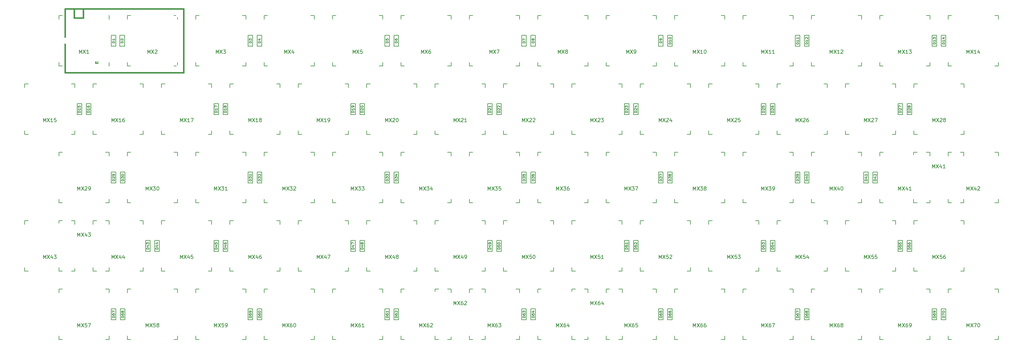
<source format=gbr>
G04 #@! TF.GenerationSoftware,KiCad,Pcbnew,(5.1.5-0-10_14)*
G04 #@! TF.CreationDate,2019-12-14T19:49:10-08:00*
G04 #@! TF.ProjectId,Planck_S_01,506c616e-636b-45f5-935f-30312e6b6963,rev?*
G04 #@! TF.SameCoordinates,Original*
G04 #@! TF.FileFunction,Legend,Top*
G04 #@! TF.FilePolarity,Positive*
%FSLAX46Y46*%
G04 Gerber Fmt 4.6, Leading zero omitted, Abs format (unit mm)*
G04 Created by KiCad (PCBNEW (5.1.5-0-10_14)) date 2019-12-14 19:49:10*
%MOMM*%
%LPD*%
G04 APERTURE LIST*
%ADD10C,0.381000*%
%ADD11C,0.150000*%
%ADD12C,0.203200*%
%ADD13C,0.158750*%
%ADD14R,1.854600X1.854600*%
%ADD15C,1.854600*%
%ADD16C,1.803800*%
%ADD17C,2.388000*%
%ADD18C,4.089800*%
%ADD19C,0.802000*%
%ADD20C,4.502000*%
%ADD21R,1.753000X1.753000*%
%ADD22C,1.753000*%
%ADD23C,3.150000*%
G04 APERTURE END LIST*
D10*
X72887500Y-51250000D02*
X72887500Y-48710000D01*
X70347500Y-51250000D02*
X72887500Y-51250000D01*
D11*
G36*
X76636530Y-63644635D02*
G01*
X76736530Y-63644635D01*
X76736530Y-63744635D01*
X76636530Y-63744635D01*
X76636530Y-63644635D01*
G37*
X76636530Y-63644635D02*
X76736530Y-63644635D01*
X76736530Y-63744635D01*
X76636530Y-63744635D01*
X76636530Y-63644635D01*
G36*
X76236530Y-63844635D02*
G01*
X77036530Y-63844635D01*
X77036530Y-63944635D01*
X76236530Y-63944635D01*
X76236530Y-63844635D01*
G37*
X76236530Y-63844635D02*
X77036530Y-63844635D01*
X77036530Y-63944635D01*
X76236530Y-63944635D01*
X76236530Y-63844635D01*
G36*
X76836530Y-63444635D02*
G01*
X77036530Y-63444635D01*
X77036530Y-63544635D01*
X76836530Y-63544635D01*
X76836530Y-63444635D01*
G37*
X76836530Y-63444635D02*
X77036530Y-63444635D01*
X77036530Y-63544635D01*
X76836530Y-63544635D01*
X76836530Y-63444635D01*
G36*
X76236530Y-63444635D02*
G01*
X76536530Y-63444635D01*
X76536530Y-63544635D01*
X76236530Y-63544635D01*
X76236530Y-63444635D01*
G37*
X76236530Y-63444635D02*
X76536530Y-63444635D01*
X76536530Y-63544635D01*
X76236530Y-63544635D01*
X76236530Y-63444635D01*
G36*
X76236530Y-63444635D02*
G01*
X76336530Y-63444635D01*
X76336530Y-63944635D01*
X76236530Y-63944635D01*
X76236530Y-63444635D01*
G37*
X76236530Y-63444635D02*
X76336530Y-63444635D01*
X76336530Y-63944635D01*
X76236530Y-63944635D01*
X76236530Y-63444635D01*
D10*
X100827500Y-66490000D02*
X67807500Y-66490000D01*
X100827500Y-48710000D02*
X100827500Y-66490000D01*
X67807500Y-48710000D02*
X100827500Y-48710000D01*
X67807500Y-66490000D02*
X67807500Y-48710000D01*
X70347500Y-51250000D02*
X70347500Y-48710000D01*
D11*
X89575000Y-69650000D02*
X89575000Y-70650000D01*
X88575000Y-83650000D02*
X89575000Y-83650000D01*
X89575000Y-69650000D02*
X88575000Y-69650000D01*
X89575000Y-82650000D02*
X89575000Y-83650000D01*
X75575000Y-83650000D02*
X75575000Y-82650000D01*
X76575000Y-69650000D02*
X75575000Y-69650000D01*
X75575000Y-83650000D02*
X76575000Y-83650000D01*
X75575000Y-70650000D02*
X75575000Y-69650000D01*
D12*
X81943000Y-59124000D02*
X80657000Y-59124000D01*
X81943000Y-56076000D02*
X81943000Y-59124000D01*
X80657000Y-56076000D02*
X81943000Y-56076000D01*
X80657000Y-59124000D02*
X80657000Y-56076000D01*
X84343000Y-59124000D02*
X83057000Y-59124000D01*
X84343000Y-56076000D02*
X84343000Y-59124000D01*
X83057000Y-56076000D02*
X84343000Y-56076000D01*
X83057000Y-59124000D02*
X83057000Y-56076000D01*
X120043000Y-59124000D02*
X118757000Y-59124000D01*
X120043000Y-56076000D02*
X120043000Y-59124000D01*
X118757000Y-56076000D02*
X120043000Y-56076000D01*
X118757000Y-59124000D02*
X118757000Y-56076000D01*
X122593000Y-59124000D02*
X121307000Y-59124000D01*
X122593000Y-56076000D02*
X122593000Y-59124000D01*
X121307000Y-56076000D02*
X122593000Y-56076000D01*
X121307000Y-59124000D02*
X121307000Y-56076000D01*
X158143000Y-59124000D02*
X156857000Y-59124000D01*
X158143000Y-56076000D02*
X158143000Y-59124000D01*
X156857000Y-56076000D02*
X158143000Y-56076000D01*
X156857000Y-59124000D02*
X156857000Y-56076000D01*
X160693000Y-59124000D02*
X159407000Y-59124000D01*
X160693000Y-56076000D02*
X160693000Y-59124000D01*
X159407000Y-56076000D02*
X160693000Y-56076000D01*
X159407000Y-59124000D02*
X159407000Y-56076000D01*
X196243000Y-59124000D02*
X194957000Y-59124000D01*
X196243000Y-56076000D02*
X196243000Y-59124000D01*
X194957000Y-56076000D02*
X196243000Y-56076000D01*
X194957000Y-59124000D02*
X194957000Y-56076000D01*
X198793000Y-59124000D02*
X197507000Y-59124000D01*
X198793000Y-56076000D02*
X198793000Y-59124000D01*
X197507000Y-56076000D02*
X198793000Y-56076000D01*
X197507000Y-59124000D02*
X197507000Y-56076000D01*
X234343000Y-59124000D02*
X233057000Y-59124000D01*
X234343000Y-56076000D02*
X234343000Y-59124000D01*
X233057000Y-56076000D02*
X234343000Y-56076000D01*
X233057000Y-59124000D02*
X233057000Y-56076000D01*
X236893000Y-59124000D02*
X235607000Y-59124000D01*
X236893000Y-56076000D02*
X236893000Y-59124000D01*
X235607000Y-56076000D02*
X236893000Y-56076000D01*
X235607000Y-59124000D02*
X235607000Y-56076000D01*
X272443000Y-59124000D02*
X271157000Y-59124000D01*
X272443000Y-56076000D02*
X272443000Y-59124000D01*
X271157000Y-56076000D02*
X272443000Y-56076000D01*
X271157000Y-59124000D02*
X271157000Y-56076000D01*
X274993000Y-59124000D02*
X273707000Y-59124000D01*
X274993000Y-56076000D02*
X274993000Y-59124000D01*
X273707000Y-56076000D02*
X274993000Y-56076000D01*
X273707000Y-59124000D02*
X273707000Y-56076000D01*
X310543000Y-59124000D02*
X309257000Y-59124000D01*
X310543000Y-56076000D02*
X310543000Y-59124000D01*
X309257000Y-56076000D02*
X310543000Y-56076000D01*
X309257000Y-59124000D02*
X309257000Y-56076000D01*
X313093000Y-59124000D02*
X311807000Y-59124000D01*
X313093000Y-56076000D02*
X313093000Y-59124000D01*
X311807000Y-56076000D02*
X313093000Y-56076000D01*
X311807000Y-59124000D02*
X311807000Y-56076000D01*
X72418000Y-78174000D02*
X71132000Y-78174000D01*
X72418000Y-75126000D02*
X72418000Y-78174000D01*
X71132000Y-75126000D02*
X72418000Y-75126000D01*
X71132000Y-78174000D02*
X71132000Y-75126000D01*
X74968000Y-78174000D02*
X73682000Y-78174000D01*
X74968000Y-75126000D02*
X74968000Y-78174000D01*
X73682000Y-75126000D02*
X74968000Y-75126000D01*
X73682000Y-78174000D02*
X73682000Y-75126000D01*
X110518000Y-78174000D02*
X109232000Y-78174000D01*
X110518000Y-75126000D02*
X110518000Y-78174000D01*
X109232000Y-75126000D02*
X110518000Y-75126000D01*
X109232000Y-78174000D02*
X109232000Y-75126000D01*
X113068000Y-78174000D02*
X111782000Y-78174000D01*
X113068000Y-75126000D02*
X113068000Y-78174000D01*
X111782000Y-75126000D02*
X113068000Y-75126000D01*
X111782000Y-78174000D02*
X111782000Y-75126000D01*
X148618000Y-78174000D02*
X147332000Y-78174000D01*
X148618000Y-75126000D02*
X148618000Y-78174000D01*
X147332000Y-75126000D02*
X148618000Y-75126000D01*
X147332000Y-78174000D02*
X147332000Y-75126000D01*
X151168000Y-78174000D02*
X149882000Y-78174000D01*
X151168000Y-75126000D02*
X151168000Y-78174000D01*
X149882000Y-75126000D02*
X151168000Y-75126000D01*
X149882000Y-78174000D02*
X149882000Y-75126000D01*
X186718000Y-78174000D02*
X185432000Y-78174000D01*
X186718000Y-75126000D02*
X186718000Y-78174000D01*
X185432000Y-75126000D02*
X186718000Y-75126000D01*
X185432000Y-78174000D02*
X185432000Y-75126000D01*
X189268000Y-78174000D02*
X187982000Y-78174000D01*
X189268000Y-75126000D02*
X189268000Y-78174000D01*
X187982000Y-75126000D02*
X189268000Y-75126000D01*
X187982000Y-78174000D02*
X187982000Y-75126000D01*
X224818000Y-78174000D02*
X223532000Y-78174000D01*
X224818000Y-75126000D02*
X224818000Y-78174000D01*
X223532000Y-75126000D02*
X224818000Y-75126000D01*
X223532000Y-78174000D02*
X223532000Y-75126000D01*
X227368000Y-78174000D02*
X226082000Y-78174000D01*
X227368000Y-75126000D02*
X227368000Y-78174000D01*
X226082000Y-75126000D02*
X227368000Y-75126000D01*
X226082000Y-78174000D02*
X226082000Y-75126000D01*
X262918000Y-78174000D02*
X261632000Y-78174000D01*
X262918000Y-75126000D02*
X262918000Y-78174000D01*
X261632000Y-75126000D02*
X262918000Y-75126000D01*
X261632000Y-78174000D02*
X261632000Y-75126000D01*
X265468000Y-78174000D02*
X264182000Y-78174000D01*
X265468000Y-75126000D02*
X265468000Y-78174000D01*
X264182000Y-75126000D02*
X265468000Y-75126000D01*
X264182000Y-78174000D02*
X264182000Y-75126000D01*
X301018000Y-78174000D02*
X299732000Y-78174000D01*
X301018000Y-75126000D02*
X301018000Y-78174000D01*
X299732000Y-75126000D02*
X301018000Y-75126000D01*
X299732000Y-78174000D02*
X299732000Y-75126000D01*
X303568000Y-78174000D02*
X302282000Y-78174000D01*
X303568000Y-75126000D02*
X303568000Y-78174000D01*
X302282000Y-75126000D02*
X303568000Y-75126000D01*
X302282000Y-78174000D02*
X302282000Y-75126000D01*
X81943000Y-97224000D02*
X80657000Y-97224000D01*
X81943000Y-94176000D02*
X81943000Y-97224000D01*
X80657000Y-94176000D02*
X81943000Y-94176000D01*
X80657000Y-97224000D02*
X80657000Y-94176000D01*
X84493000Y-97224000D02*
X83207000Y-97224000D01*
X84493000Y-94176000D02*
X84493000Y-97224000D01*
X83207000Y-94176000D02*
X84493000Y-94176000D01*
X83207000Y-97224000D02*
X83207000Y-94176000D01*
X120043000Y-97224000D02*
X118757000Y-97224000D01*
X120043000Y-94176000D02*
X120043000Y-97224000D01*
X118757000Y-94176000D02*
X120043000Y-94176000D01*
X118757000Y-97224000D02*
X118757000Y-94176000D01*
X122593000Y-97224000D02*
X121307000Y-97224000D01*
X122593000Y-94176000D02*
X122593000Y-97224000D01*
X121307000Y-94176000D02*
X122593000Y-94176000D01*
X121307000Y-97224000D02*
X121307000Y-94176000D01*
X158143000Y-97224000D02*
X156857000Y-97224000D01*
X158143000Y-94176000D02*
X158143000Y-97224000D01*
X156857000Y-94176000D02*
X158143000Y-94176000D01*
X156857000Y-97224000D02*
X156857000Y-94176000D01*
X160693000Y-97224000D02*
X159407000Y-97224000D01*
X160693000Y-94176000D02*
X160693000Y-97224000D01*
X159407000Y-94176000D02*
X160693000Y-94176000D01*
X159407000Y-97224000D02*
X159407000Y-94176000D01*
X196243000Y-97224000D02*
X194957000Y-97224000D01*
X196243000Y-94176000D02*
X196243000Y-97224000D01*
X194957000Y-94176000D02*
X196243000Y-94176000D01*
X194957000Y-97224000D02*
X194957000Y-94176000D01*
X198793000Y-97224000D02*
X197507000Y-97224000D01*
X198793000Y-94176000D02*
X198793000Y-97224000D01*
X197507000Y-94176000D02*
X198793000Y-94176000D01*
X197507000Y-97224000D02*
X197507000Y-94176000D01*
X234343000Y-97224000D02*
X233057000Y-97224000D01*
X234343000Y-94176000D02*
X234343000Y-97224000D01*
X233057000Y-94176000D02*
X234343000Y-94176000D01*
X233057000Y-97224000D02*
X233057000Y-94176000D01*
X236893000Y-97224000D02*
X235607000Y-97224000D01*
X236893000Y-94176000D02*
X236893000Y-97224000D01*
X235607000Y-94176000D02*
X236893000Y-94176000D01*
X235607000Y-97224000D02*
X235607000Y-94176000D01*
X272443000Y-97224000D02*
X271157000Y-97224000D01*
X272443000Y-94176000D02*
X272443000Y-97224000D01*
X271157000Y-94176000D02*
X272443000Y-94176000D01*
X271157000Y-97224000D02*
X271157000Y-94176000D01*
X274993000Y-97224000D02*
X273707000Y-97224000D01*
X274993000Y-94176000D02*
X274993000Y-97224000D01*
X273707000Y-94176000D02*
X274993000Y-94176000D01*
X273707000Y-97224000D02*
X273707000Y-94176000D01*
X291493000Y-97224000D02*
X290207000Y-97224000D01*
X291493000Y-94176000D02*
X291493000Y-97224000D01*
X290207000Y-94176000D02*
X291493000Y-94176000D01*
X290207000Y-97224000D02*
X290207000Y-94176000D01*
X294043000Y-97224000D02*
X292757000Y-97224000D01*
X294043000Y-94176000D02*
X294043000Y-97224000D01*
X292757000Y-94176000D02*
X294043000Y-94176000D01*
X292757000Y-97224000D02*
X292757000Y-94176000D01*
X91468000Y-116274000D02*
X90182000Y-116274000D01*
X91468000Y-113226000D02*
X91468000Y-116274000D01*
X90182000Y-113226000D02*
X91468000Y-113226000D01*
X90182000Y-116274000D02*
X90182000Y-113226000D01*
X94018000Y-116274000D02*
X92732000Y-116274000D01*
X94018000Y-113226000D02*
X94018000Y-116274000D01*
X92732000Y-113226000D02*
X94018000Y-113226000D01*
X92732000Y-116274000D02*
X92732000Y-113226000D01*
X110518000Y-116274000D02*
X109232000Y-116274000D01*
X110518000Y-113226000D02*
X110518000Y-116274000D01*
X109232000Y-113226000D02*
X110518000Y-113226000D01*
X109232000Y-116274000D02*
X109232000Y-113226000D01*
X113068000Y-116274000D02*
X111782000Y-116274000D01*
X113068000Y-113226000D02*
X113068000Y-116274000D01*
X111782000Y-113226000D02*
X113068000Y-113226000D01*
X111782000Y-116274000D02*
X111782000Y-113226000D01*
X148618000Y-116274000D02*
X147332000Y-116274000D01*
X148618000Y-113226000D02*
X148618000Y-116274000D01*
X147332000Y-113226000D02*
X148618000Y-113226000D01*
X147332000Y-116274000D02*
X147332000Y-113226000D01*
X151168000Y-116274000D02*
X149882000Y-116274000D01*
X151168000Y-113226000D02*
X151168000Y-116274000D01*
X149882000Y-113226000D02*
X151168000Y-113226000D01*
X149882000Y-116274000D02*
X149882000Y-113226000D01*
X186718000Y-116274000D02*
X185432000Y-116274000D01*
X186718000Y-113226000D02*
X186718000Y-116274000D01*
X185432000Y-113226000D02*
X186718000Y-113226000D01*
X185432000Y-116274000D02*
X185432000Y-113226000D01*
X189268000Y-116274000D02*
X187982000Y-116274000D01*
X189268000Y-113226000D02*
X189268000Y-116274000D01*
X187982000Y-113226000D02*
X189268000Y-113226000D01*
X187982000Y-116274000D02*
X187982000Y-113226000D01*
X224818000Y-116274000D02*
X223532000Y-116274000D01*
X224818000Y-113226000D02*
X224818000Y-116274000D01*
X223532000Y-113226000D02*
X224818000Y-113226000D01*
X223532000Y-116274000D02*
X223532000Y-113226000D01*
X227368000Y-116274000D02*
X226082000Y-116274000D01*
X227368000Y-113226000D02*
X227368000Y-116274000D01*
X226082000Y-113226000D02*
X227368000Y-113226000D01*
X226082000Y-116274000D02*
X226082000Y-113226000D01*
X262918000Y-116274000D02*
X261632000Y-116274000D01*
X262918000Y-113226000D02*
X262918000Y-116274000D01*
X261632000Y-113226000D02*
X262918000Y-113226000D01*
X261632000Y-116274000D02*
X261632000Y-113226000D01*
X265468000Y-116274000D02*
X264182000Y-116274000D01*
X265468000Y-113226000D02*
X265468000Y-116274000D01*
X264182000Y-113226000D02*
X265468000Y-113226000D01*
X264182000Y-116274000D02*
X264182000Y-113226000D01*
X301018000Y-116274000D02*
X299732000Y-116274000D01*
X301018000Y-113226000D02*
X301018000Y-116274000D01*
X299732000Y-113226000D02*
X301018000Y-113226000D01*
X299732000Y-116274000D02*
X299732000Y-113226000D01*
X303568000Y-116274000D02*
X302282000Y-116274000D01*
X303568000Y-113226000D02*
X303568000Y-116274000D01*
X302282000Y-113226000D02*
X303568000Y-113226000D01*
X302282000Y-116274000D02*
X302282000Y-113226000D01*
X81943000Y-135324000D02*
X80657000Y-135324000D01*
X81943000Y-132276000D02*
X81943000Y-135324000D01*
X80657000Y-132276000D02*
X81943000Y-132276000D01*
X80657000Y-135324000D02*
X80657000Y-132276000D01*
X84493000Y-135324000D02*
X83207000Y-135324000D01*
X84493000Y-132276000D02*
X84493000Y-135324000D01*
X83207000Y-132276000D02*
X84493000Y-132276000D01*
X83207000Y-135324000D02*
X83207000Y-132276000D01*
X120043000Y-135324000D02*
X118757000Y-135324000D01*
X120043000Y-132276000D02*
X120043000Y-135324000D01*
X118757000Y-132276000D02*
X120043000Y-132276000D01*
X118757000Y-135324000D02*
X118757000Y-132276000D01*
X122593000Y-135324000D02*
X121307000Y-135324000D01*
X122593000Y-132276000D02*
X122593000Y-135324000D01*
X121307000Y-132276000D02*
X122593000Y-132276000D01*
X121307000Y-135324000D02*
X121307000Y-132276000D01*
X158143000Y-135324000D02*
X156857000Y-135324000D01*
X158143000Y-132276000D02*
X158143000Y-135324000D01*
X156857000Y-132276000D02*
X158143000Y-132276000D01*
X156857000Y-135324000D02*
X156857000Y-132276000D01*
X160693000Y-135324000D02*
X159407000Y-135324000D01*
X160693000Y-132276000D02*
X160693000Y-135324000D01*
X159407000Y-132276000D02*
X160693000Y-132276000D01*
X159407000Y-135324000D02*
X159407000Y-132276000D01*
X196243000Y-135324000D02*
X194957000Y-135324000D01*
X196243000Y-132276000D02*
X196243000Y-135324000D01*
X194957000Y-132276000D02*
X196243000Y-132276000D01*
X194957000Y-135324000D02*
X194957000Y-132276000D01*
X198793000Y-135324000D02*
X197507000Y-135324000D01*
X198793000Y-132276000D02*
X198793000Y-135324000D01*
X197507000Y-132276000D02*
X198793000Y-132276000D01*
X197507000Y-135324000D02*
X197507000Y-132276000D01*
X234343000Y-135324000D02*
X233057000Y-135324000D01*
X234343000Y-132276000D02*
X234343000Y-135324000D01*
X233057000Y-132276000D02*
X234343000Y-132276000D01*
X233057000Y-135324000D02*
X233057000Y-132276000D01*
X236893000Y-135324000D02*
X235607000Y-135324000D01*
X236893000Y-132276000D02*
X236893000Y-135324000D01*
X235607000Y-132276000D02*
X236893000Y-132276000D01*
X235607000Y-135324000D02*
X235607000Y-132276000D01*
X272443000Y-135324000D02*
X271157000Y-135324000D01*
X272443000Y-132276000D02*
X272443000Y-135324000D01*
X271157000Y-132276000D02*
X272443000Y-132276000D01*
X271157000Y-135324000D02*
X271157000Y-132276000D01*
X274993000Y-135324000D02*
X273707000Y-135324000D01*
X274993000Y-132276000D02*
X274993000Y-135324000D01*
X273707000Y-132276000D02*
X274993000Y-132276000D01*
X273707000Y-135324000D02*
X273707000Y-132276000D01*
X310543000Y-135324000D02*
X309257000Y-135324000D01*
X310543000Y-132276000D02*
X310543000Y-135324000D01*
X309257000Y-132276000D02*
X310543000Y-132276000D01*
X309257000Y-135324000D02*
X309257000Y-132276000D01*
X313093000Y-135324000D02*
X311807000Y-135324000D01*
X313093000Y-132276000D02*
X313093000Y-135324000D01*
X311807000Y-132276000D02*
X313093000Y-132276000D01*
X311807000Y-135324000D02*
X311807000Y-132276000D01*
D11*
X318100000Y-101700000D02*
X318100000Y-102700000D01*
X318100000Y-88700000D02*
X317100000Y-88700000D01*
X317100000Y-102700000D02*
X318100000Y-102700000D01*
X318100000Y-88700000D02*
X318100000Y-89700000D01*
X304100000Y-89700000D02*
X304100000Y-88700000D01*
X304100000Y-102700000D02*
X305100000Y-102700000D01*
X305100000Y-88700000D02*
X304100000Y-88700000D01*
X304100000Y-102700000D02*
X304100000Y-101700000D01*
X222950000Y-139800000D02*
X222950000Y-140800000D01*
X222950000Y-126800000D02*
X221950000Y-126800000D01*
X221950000Y-140800000D02*
X222950000Y-140800000D01*
X222950000Y-126800000D02*
X222950000Y-127800000D01*
X208950000Y-127800000D02*
X208950000Y-126800000D01*
X208950000Y-140800000D02*
X209950000Y-140800000D01*
X209950000Y-126800000D02*
X208950000Y-126800000D01*
X208950000Y-140800000D02*
X208950000Y-139800000D01*
X184800000Y-139800000D02*
X184800000Y-140800000D01*
X184800000Y-126800000D02*
X183800000Y-126800000D01*
X183800000Y-140800000D02*
X184800000Y-140800000D01*
X184800000Y-126800000D02*
X184800000Y-127800000D01*
X170800000Y-127800000D02*
X170800000Y-126800000D01*
X170800000Y-140800000D02*
X171800000Y-140800000D01*
X171800000Y-126800000D02*
X170800000Y-126800000D01*
X170800000Y-140800000D02*
X170800000Y-139800000D01*
X327700000Y-126800000D02*
X327700000Y-127800000D01*
X326700000Y-140800000D02*
X327700000Y-140800000D01*
X327700000Y-126800000D02*
X326700000Y-126800000D01*
X327700000Y-139800000D02*
X327700000Y-140800000D01*
X313700000Y-140800000D02*
X313700000Y-139800000D01*
X314700000Y-126800000D02*
X313700000Y-126800000D01*
X313700000Y-140800000D02*
X314700000Y-140800000D01*
X313700000Y-127800000D02*
X313700000Y-126800000D01*
X308650000Y-126800000D02*
X308650000Y-127800000D01*
X307650000Y-140800000D02*
X308650000Y-140800000D01*
X308650000Y-126800000D02*
X307650000Y-126800000D01*
X308650000Y-139800000D02*
X308650000Y-140800000D01*
X294650000Y-140800000D02*
X294650000Y-139800000D01*
X295650000Y-126800000D02*
X294650000Y-126800000D01*
X294650000Y-140800000D02*
X295650000Y-140800000D01*
X294650000Y-127800000D02*
X294650000Y-126800000D01*
X289600000Y-126800000D02*
X289600000Y-127800000D01*
X288600000Y-140800000D02*
X289600000Y-140800000D01*
X289600000Y-126800000D02*
X288600000Y-126800000D01*
X289600000Y-139800000D02*
X289600000Y-140800000D01*
X275600000Y-140800000D02*
X275600000Y-139800000D01*
X276600000Y-126800000D02*
X275600000Y-126800000D01*
X275600000Y-140800000D02*
X276600000Y-140800000D01*
X275600000Y-127800000D02*
X275600000Y-126800000D01*
X270550000Y-126800000D02*
X270550000Y-127800000D01*
X269550000Y-140800000D02*
X270550000Y-140800000D01*
X270550000Y-126800000D02*
X269550000Y-126800000D01*
X270550000Y-139800000D02*
X270550000Y-140800000D01*
X256550000Y-140800000D02*
X256550000Y-139800000D01*
X257550000Y-126800000D02*
X256550000Y-126800000D01*
X256550000Y-140800000D02*
X257550000Y-140800000D01*
X256550000Y-127800000D02*
X256550000Y-126800000D01*
X251500000Y-126800000D02*
X251500000Y-127800000D01*
X250500000Y-140800000D02*
X251500000Y-140800000D01*
X251500000Y-126800000D02*
X250500000Y-126800000D01*
X251500000Y-139800000D02*
X251500000Y-140800000D01*
X237500000Y-140800000D02*
X237500000Y-139800000D01*
X238500000Y-126800000D02*
X237500000Y-126800000D01*
X237500000Y-140800000D02*
X238500000Y-140800000D01*
X237500000Y-127800000D02*
X237500000Y-126800000D01*
X232450000Y-126800000D02*
X232450000Y-127800000D01*
X231450000Y-140800000D02*
X232450000Y-140800000D01*
X232450000Y-126800000D02*
X231450000Y-126800000D01*
X232450000Y-139800000D02*
X232450000Y-140800000D01*
X218450000Y-140800000D02*
X218450000Y-139800000D01*
X219450000Y-126800000D02*
X218450000Y-126800000D01*
X218450000Y-140800000D02*
X219450000Y-140800000D01*
X218450000Y-127800000D02*
X218450000Y-126800000D01*
X213400000Y-126800000D02*
X213400000Y-127800000D01*
X212400000Y-140800000D02*
X213400000Y-140800000D01*
X213400000Y-126800000D02*
X212400000Y-126800000D01*
X213400000Y-139800000D02*
X213400000Y-140800000D01*
X199400000Y-140800000D02*
X199400000Y-139800000D01*
X200400000Y-126800000D02*
X199400000Y-126800000D01*
X199400000Y-140800000D02*
X200400000Y-140800000D01*
X199400000Y-127800000D02*
X199400000Y-126800000D01*
X194350000Y-126800000D02*
X194350000Y-127800000D01*
X193350000Y-140800000D02*
X194350000Y-140800000D01*
X194350000Y-126800000D02*
X193350000Y-126800000D01*
X194350000Y-139800000D02*
X194350000Y-140800000D01*
X180350000Y-140800000D02*
X180350000Y-139800000D01*
X181350000Y-126800000D02*
X180350000Y-126800000D01*
X180350000Y-140800000D02*
X181350000Y-140800000D01*
X180350000Y-127800000D02*
X180350000Y-126800000D01*
X175300000Y-126800000D02*
X175300000Y-127800000D01*
X174300000Y-140800000D02*
X175300000Y-140800000D01*
X175300000Y-126800000D02*
X174300000Y-126800000D01*
X175300000Y-139800000D02*
X175300000Y-140800000D01*
X161300000Y-140800000D02*
X161300000Y-139800000D01*
X162300000Y-126800000D02*
X161300000Y-126800000D01*
X161300000Y-140800000D02*
X162300000Y-140800000D01*
X161300000Y-127800000D02*
X161300000Y-126800000D01*
X156250000Y-126800000D02*
X156250000Y-127800000D01*
X155250000Y-140800000D02*
X156250000Y-140800000D01*
X156250000Y-126800000D02*
X155250000Y-126800000D01*
X156250000Y-139800000D02*
X156250000Y-140800000D01*
X142250000Y-140800000D02*
X142250000Y-139800000D01*
X143250000Y-126800000D02*
X142250000Y-126800000D01*
X142250000Y-140800000D02*
X143250000Y-140800000D01*
X142250000Y-127800000D02*
X142250000Y-126800000D01*
X137200000Y-126800000D02*
X137200000Y-127800000D01*
X136200000Y-140800000D02*
X137200000Y-140800000D01*
X137200000Y-126800000D02*
X136200000Y-126800000D01*
X137200000Y-139800000D02*
X137200000Y-140800000D01*
X123200000Y-140800000D02*
X123200000Y-139800000D01*
X124200000Y-126800000D02*
X123200000Y-126800000D01*
X123200000Y-140800000D02*
X124200000Y-140800000D01*
X123200000Y-127800000D02*
X123200000Y-126800000D01*
X118150000Y-126800000D02*
X118150000Y-127800000D01*
X117150000Y-140800000D02*
X118150000Y-140800000D01*
X118150000Y-126800000D02*
X117150000Y-126800000D01*
X118150000Y-139800000D02*
X118150000Y-140800000D01*
X104150000Y-140800000D02*
X104150000Y-139800000D01*
X105150000Y-126800000D02*
X104150000Y-126800000D01*
X104150000Y-140800000D02*
X105150000Y-140800000D01*
X104150000Y-127800000D02*
X104150000Y-126800000D01*
X99100000Y-126800000D02*
X99100000Y-127800000D01*
X98100000Y-140800000D02*
X99100000Y-140800000D01*
X99100000Y-126800000D02*
X98100000Y-126800000D01*
X99100000Y-139800000D02*
X99100000Y-140800000D01*
X85100000Y-140800000D02*
X85100000Y-139800000D01*
X86100000Y-126800000D02*
X85100000Y-126800000D01*
X85100000Y-140800000D02*
X86100000Y-140800000D01*
X85100000Y-127800000D02*
X85100000Y-126800000D01*
X80050000Y-126800000D02*
X80050000Y-127800000D01*
X79050000Y-140800000D02*
X80050000Y-140800000D01*
X80050000Y-126800000D02*
X79050000Y-126800000D01*
X80050000Y-139800000D02*
X80050000Y-140800000D01*
X66050000Y-140800000D02*
X66050000Y-139800000D01*
X67050000Y-126800000D02*
X66050000Y-126800000D01*
X66050000Y-140800000D02*
X67050000Y-140800000D01*
X66050000Y-127800000D02*
X66050000Y-126800000D01*
X318175000Y-107750000D02*
X318175000Y-108750000D01*
X317175000Y-121750000D02*
X318175000Y-121750000D01*
X318175000Y-107750000D02*
X317175000Y-107750000D01*
X318175000Y-120750000D02*
X318175000Y-121750000D01*
X304175000Y-121750000D02*
X304175000Y-120750000D01*
X305175000Y-107750000D02*
X304175000Y-107750000D01*
X304175000Y-121750000D02*
X305175000Y-121750000D01*
X304175000Y-108750000D02*
X304175000Y-107750000D01*
X299125000Y-107750000D02*
X299125000Y-108750000D01*
X298125000Y-121750000D02*
X299125000Y-121750000D01*
X299125000Y-107750000D02*
X298125000Y-107750000D01*
X299125000Y-120750000D02*
X299125000Y-121750000D01*
X285125000Y-121750000D02*
X285125000Y-120750000D01*
X286125000Y-107750000D02*
X285125000Y-107750000D01*
X285125000Y-121750000D02*
X286125000Y-121750000D01*
X285125000Y-108750000D02*
X285125000Y-107750000D01*
X280075000Y-107750000D02*
X280075000Y-108750000D01*
X279075000Y-121750000D02*
X280075000Y-121750000D01*
X280075000Y-107750000D02*
X279075000Y-107750000D01*
X280075000Y-120750000D02*
X280075000Y-121750000D01*
X266075000Y-121750000D02*
X266075000Y-120750000D01*
X267075000Y-107750000D02*
X266075000Y-107750000D01*
X266075000Y-121750000D02*
X267075000Y-121750000D01*
X266075000Y-108750000D02*
X266075000Y-107750000D01*
X261025000Y-107750000D02*
X261025000Y-108750000D01*
X260025000Y-121750000D02*
X261025000Y-121750000D01*
X261025000Y-107750000D02*
X260025000Y-107750000D01*
X261025000Y-120750000D02*
X261025000Y-121750000D01*
X247025000Y-121750000D02*
X247025000Y-120750000D01*
X248025000Y-107750000D02*
X247025000Y-107750000D01*
X247025000Y-121750000D02*
X248025000Y-121750000D01*
X247025000Y-108750000D02*
X247025000Y-107750000D01*
X241975000Y-107750000D02*
X241975000Y-108750000D01*
X240975000Y-121750000D02*
X241975000Y-121750000D01*
X241975000Y-107750000D02*
X240975000Y-107750000D01*
X241975000Y-120750000D02*
X241975000Y-121750000D01*
X227975000Y-121750000D02*
X227975000Y-120750000D01*
X228975000Y-107750000D02*
X227975000Y-107750000D01*
X227975000Y-121750000D02*
X228975000Y-121750000D01*
X227975000Y-108750000D02*
X227975000Y-107750000D01*
X222925000Y-107750000D02*
X222925000Y-108750000D01*
X221925000Y-121750000D02*
X222925000Y-121750000D01*
X222925000Y-107750000D02*
X221925000Y-107750000D01*
X222925000Y-120750000D02*
X222925000Y-121750000D01*
X208925000Y-121750000D02*
X208925000Y-120750000D01*
X209925000Y-107750000D02*
X208925000Y-107750000D01*
X208925000Y-121750000D02*
X209925000Y-121750000D01*
X208925000Y-108750000D02*
X208925000Y-107750000D01*
X203875000Y-107750000D02*
X203875000Y-108750000D01*
X202875000Y-121750000D02*
X203875000Y-121750000D01*
X203875000Y-107750000D02*
X202875000Y-107750000D01*
X203875000Y-120750000D02*
X203875000Y-121750000D01*
X189875000Y-121750000D02*
X189875000Y-120750000D01*
X190875000Y-107750000D02*
X189875000Y-107750000D01*
X189875000Y-121750000D02*
X190875000Y-121750000D01*
X189875000Y-108750000D02*
X189875000Y-107750000D01*
X184825000Y-107750000D02*
X184825000Y-108750000D01*
X183825000Y-121750000D02*
X184825000Y-121750000D01*
X184825000Y-107750000D02*
X183825000Y-107750000D01*
X184825000Y-120750000D02*
X184825000Y-121750000D01*
X170825000Y-121750000D02*
X170825000Y-120750000D01*
X171825000Y-107750000D02*
X170825000Y-107750000D01*
X170825000Y-121750000D02*
X171825000Y-121750000D01*
X170825000Y-108750000D02*
X170825000Y-107750000D01*
X165775000Y-107750000D02*
X165775000Y-108750000D01*
X164775000Y-121750000D02*
X165775000Y-121750000D01*
X165775000Y-107750000D02*
X164775000Y-107750000D01*
X165775000Y-120750000D02*
X165775000Y-121750000D01*
X151775000Y-121750000D02*
X151775000Y-120750000D01*
X152775000Y-107750000D02*
X151775000Y-107750000D01*
X151775000Y-121750000D02*
X152775000Y-121750000D01*
X151775000Y-108750000D02*
X151775000Y-107750000D01*
X146725000Y-107750000D02*
X146725000Y-108750000D01*
X145725000Y-121750000D02*
X146725000Y-121750000D01*
X146725000Y-107750000D02*
X145725000Y-107750000D01*
X146725000Y-120750000D02*
X146725000Y-121750000D01*
X132725000Y-121750000D02*
X132725000Y-120750000D01*
X133725000Y-107750000D02*
X132725000Y-107750000D01*
X132725000Y-121750000D02*
X133725000Y-121750000D01*
X132725000Y-108750000D02*
X132725000Y-107750000D01*
X127675000Y-107750000D02*
X127675000Y-108750000D01*
X126675000Y-121750000D02*
X127675000Y-121750000D01*
X127675000Y-107750000D02*
X126675000Y-107750000D01*
X127675000Y-120750000D02*
X127675000Y-121750000D01*
X113675000Y-121750000D02*
X113675000Y-120750000D01*
X114675000Y-107750000D02*
X113675000Y-107750000D01*
X113675000Y-121750000D02*
X114675000Y-121750000D01*
X113675000Y-108750000D02*
X113675000Y-107750000D01*
X108625000Y-107750000D02*
X108625000Y-108750000D01*
X107625000Y-121750000D02*
X108625000Y-121750000D01*
X108625000Y-107750000D02*
X107625000Y-107750000D01*
X108625000Y-120750000D02*
X108625000Y-121750000D01*
X94625000Y-121750000D02*
X94625000Y-120750000D01*
X95625000Y-107750000D02*
X94625000Y-107750000D01*
X94625000Y-121750000D02*
X95625000Y-121750000D01*
X94625000Y-108750000D02*
X94625000Y-107750000D01*
X89575000Y-107750000D02*
X89575000Y-108750000D01*
X88575000Y-121750000D02*
X89575000Y-121750000D01*
X89575000Y-107750000D02*
X88575000Y-107750000D01*
X89575000Y-120750000D02*
X89575000Y-121750000D01*
X75575000Y-121750000D02*
X75575000Y-120750000D01*
X76575000Y-107750000D02*
X75575000Y-107750000D01*
X75575000Y-121750000D02*
X76575000Y-121750000D01*
X75575000Y-108750000D02*
X75575000Y-107750000D01*
X66050000Y-121750000D02*
X66050000Y-120750000D01*
X67050000Y-107750000D02*
X66050000Y-107750000D01*
X66050000Y-121750000D02*
X67050000Y-121750000D01*
X66050000Y-108750000D02*
X66050000Y-107750000D01*
X80050000Y-107750000D02*
X80050000Y-108750000D01*
X79050000Y-121750000D02*
X80050000Y-121750000D01*
X80050000Y-107750000D02*
X79050000Y-107750000D01*
X80050000Y-120750000D02*
X80050000Y-121750000D01*
X70525000Y-107750000D02*
X70525000Y-108750000D01*
X69525000Y-121750000D02*
X70525000Y-121750000D01*
X70525000Y-107750000D02*
X69525000Y-107750000D01*
X70525000Y-120750000D02*
X70525000Y-121750000D01*
X56525000Y-121750000D02*
X56525000Y-120750000D01*
X57525000Y-107750000D02*
X56525000Y-107750000D01*
X56525000Y-121750000D02*
X57525000Y-121750000D01*
X56525000Y-108750000D02*
X56525000Y-107750000D01*
X327700000Y-88700000D02*
X327700000Y-89700000D01*
X326700000Y-102700000D02*
X327700000Y-102700000D01*
X327700000Y-88700000D02*
X326700000Y-88700000D01*
X327700000Y-101700000D02*
X327700000Y-102700000D01*
X313700000Y-102700000D02*
X313700000Y-101700000D01*
X314700000Y-88700000D02*
X313700000Y-88700000D01*
X313700000Y-102700000D02*
X314700000Y-102700000D01*
X313700000Y-89700000D02*
X313700000Y-88700000D01*
X308650000Y-88700000D02*
X308650000Y-89700000D01*
X307650000Y-102700000D02*
X308650000Y-102700000D01*
X308650000Y-88700000D02*
X307650000Y-88700000D01*
X308650000Y-101700000D02*
X308650000Y-102700000D01*
X294650000Y-102700000D02*
X294650000Y-101700000D01*
X295650000Y-88700000D02*
X294650000Y-88700000D01*
X294650000Y-102700000D02*
X295650000Y-102700000D01*
X294650000Y-89700000D02*
X294650000Y-88700000D01*
X289600000Y-88700000D02*
X289600000Y-89700000D01*
X288600000Y-102700000D02*
X289600000Y-102700000D01*
X289600000Y-88700000D02*
X288600000Y-88700000D01*
X289600000Y-101700000D02*
X289600000Y-102700000D01*
X275600000Y-102700000D02*
X275600000Y-101700000D01*
X276600000Y-88700000D02*
X275600000Y-88700000D01*
X275600000Y-102700000D02*
X276600000Y-102700000D01*
X275600000Y-89700000D02*
X275600000Y-88700000D01*
X270550000Y-88700000D02*
X270550000Y-89700000D01*
X269550000Y-102700000D02*
X270550000Y-102700000D01*
X270550000Y-88700000D02*
X269550000Y-88700000D01*
X270550000Y-101700000D02*
X270550000Y-102700000D01*
X256550000Y-102700000D02*
X256550000Y-101700000D01*
X257550000Y-88700000D02*
X256550000Y-88700000D01*
X256550000Y-102700000D02*
X257550000Y-102700000D01*
X256550000Y-89700000D02*
X256550000Y-88700000D01*
X251500000Y-88700000D02*
X251500000Y-89700000D01*
X250500000Y-102700000D02*
X251500000Y-102700000D01*
X251500000Y-88700000D02*
X250500000Y-88700000D01*
X251500000Y-101700000D02*
X251500000Y-102700000D01*
X237500000Y-102700000D02*
X237500000Y-101700000D01*
X238500000Y-88700000D02*
X237500000Y-88700000D01*
X237500000Y-102700000D02*
X238500000Y-102700000D01*
X237500000Y-89700000D02*
X237500000Y-88700000D01*
X232450000Y-88700000D02*
X232450000Y-89700000D01*
X231450000Y-102700000D02*
X232450000Y-102700000D01*
X232450000Y-88700000D02*
X231450000Y-88700000D01*
X232450000Y-101700000D02*
X232450000Y-102700000D01*
X218450000Y-102700000D02*
X218450000Y-101700000D01*
X219450000Y-88700000D02*
X218450000Y-88700000D01*
X218450000Y-102700000D02*
X219450000Y-102700000D01*
X218450000Y-89700000D02*
X218450000Y-88700000D01*
X213400000Y-88700000D02*
X213400000Y-89700000D01*
X212400000Y-102700000D02*
X213400000Y-102700000D01*
X213400000Y-88700000D02*
X212400000Y-88700000D01*
X213400000Y-101700000D02*
X213400000Y-102700000D01*
X199400000Y-102700000D02*
X199400000Y-101700000D01*
X200400000Y-88700000D02*
X199400000Y-88700000D01*
X199400000Y-102700000D02*
X200400000Y-102700000D01*
X199400000Y-89700000D02*
X199400000Y-88700000D01*
X194350000Y-88700000D02*
X194350000Y-89700000D01*
X193350000Y-102700000D02*
X194350000Y-102700000D01*
X194350000Y-88700000D02*
X193350000Y-88700000D01*
X194350000Y-101700000D02*
X194350000Y-102700000D01*
X180350000Y-102700000D02*
X180350000Y-101700000D01*
X181350000Y-88700000D02*
X180350000Y-88700000D01*
X180350000Y-102700000D02*
X181350000Y-102700000D01*
X180350000Y-89700000D02*
X180350000Y-88700000D01*
X175300000Y-88700000D02*
X175300000Y-89700000D01*
X174300000Y-102700000D02*
X175300000Y-102700000D01*
X175300000Y-88700000D02*
X174300000Y-88700000D01*
X175300000Y-101700000D02*
X175300000Y-102700000D01*
X161300000Y-102700000D02*
X161300000Y-101700000D01*
X162300000Y-88700000D02*
X161300000Y-88700000D01*
X161300000Y-102700000D02*
X162300000Y-102700000D01*
X161300000Y-89700000D02*
X161300000Y-88700000D01*
X156250000Y-88700000D02*
X156250000Y-89700000D01*
X155250000Y-102700000D02*
X156250000Y-102700000D01*
X156250000Y-88700000D02*
X155250000Y-88700000D01*
X156250000Y-101700000D02*
X156250000Y-102700000D01*
X142250000Y-102700000D02*
X142250000Y-101700000D01*
X143250000Y-88700000D02*
X142250000Y-88700000D01*
X142250000Y-102700000D02*
X143250000Y-102700000D01*
X142250000Y-89700000D02*
X142250000Y-88700000D01*
X137200000Y-88700000D02*
X137200000Y-89700000D01*
X136200000Y-102700000D02*
X137200000Y-102700000D01*
X137200000Y-88700000D02*
X136200000Y-88700000D01*
X137200000Y-101700000D02*
X137200000Y-102700000D01*
X123200000Y-102700000D02*
X123200000Y-101700000D01*
X124200000Y-88700000D02*
X123200000Y-88700000D01*
X123200000Y-102700000D02*
X124200000Y-102700000D01*
X123200000Y-89700000D02*
X123200000Y-88700000D01*
X118150000Y-88700000D02*
X118150000Y-89700000D01*
X117150000Y-102700000D02*
X118150000Y-102700000D01*
X118150000Y-88700000D02*
X117150000Y-88700000D01*
X118150000Y-101700000D02*
X118150000Y-102700000D01*
X104150000Y-102700000D02*
X104150000Y-101700000D01*
X105150000Y-88700000D02*
X104150000Y-88700000D01*
X104150000Y-102700000D02*
X105150000Y-102700000D01*
X104150000Y-89700000D02*
X104150000Y-88700000D01*
X99100000Y-88700000D02*
X99100000Y-89700000D01*
X98100000Y-102700000D02*
X99100000Y-102700000D01*
X99100000Y-88700000D02*
X98100000Y-88700000D01*
X99100000Y-101700000D02*
X99100000Y-102700000D01*
X85100000Y-102700000D02*
X85100000Y-101700000D01*
X86100000Y-88700000D02*
X85100000Y-88700000D01*
X85100000Y-102700000D02*
X86100000Y-102700000D01*
X85100000Y-89700000D02*
X85100000Y-88700000D01*
X80050000Y-88700000D02*
X80050000Y-89700000D01*
X79050000Y-102700000D02*
X80050000Y-102700000D01*
X80050000Y-88700000D02*
X79050000Y-88700000D01*
X80050000Y-101700000D02*
X80050000Y-102700000D01*
X66050000Y-102700000D02*
X66050000Y-101700000D01*
X67050000Y-88700000D02*
X66050000Y-88700000D01*
X66050000Y-102700000D02*
X67050000Y-102700000D01*
X66050000Y-89700000D02*
X66050000Y-88700000D01*
X318175000Y-69650000D02*
X318175000Y-70650000D01*
X317175000Y-83650000D02*
X318175000Y-83650000D01*
X318175000Y-69650000D02*
X317175000Y-69650000D01*
X318175000Y-82650000D02*
X318175000Y-83650000D01*
X304175000Y-83650000D02*
X304175000Y-82650000D01*
X305175000Y-69650000D02*
X304175000Y-69650000D01*
X304175000Y-83650000D02*
X305175000Y-83650000D01*
X304175000Y-70650000D02*
X304175000Y-69650000D01*
X299125000Y-69650000D02*
X299125000Y-70650000D01*
X298125000Y-83650000D02*
X299125000Y-83650000D01*
X299125000Y-69650000D02*
X298125000Y-69650000D01*
X299125000Y-82650000D02*
X299125000Y-83650000D01*
X285125000Y-83650000D02*
X285125000Y-82650000D01*
X286125000Y-69650000D02*
X285125000Y-69650000D01*
X285125000Y-83650000D02*
X286125000Y-83650000D01*
X285125000Y-70650000D02*
X285125000Y-69650000D01*
X280075000Y-69650000D02*
X280075000Y-70650000D01*
X279075000Y-83650000D02*
X280075000Y-83650000D01*
X280075000Y-69650000D02*
X279075000Y-69650000D01*
X280075000Y-82650000D02*
X280075000Y-83650000D01*
X266075000Y-83650000D02*
X266075000Y-82650000D01*
X267075000Y-69650000D02*
X266075000Y-69650000D01*
X266075000Y-83650000D02*
X267075000Y-83650000D01*
X266075000Y-70650000D02*
X266075000Y-69650000D01*
X261025000Y-69650000D02*
X261025000Y-70650000D01*
X260025000Y-83650000D02*
X261025000Y-83650000D01*
X261025000Y-69650000D02*
X260025000Y-69650000D01*
X261025000Y-82650000D02*
X261025000Y-83650000D01*
X247025000Y-83650000D02*
X247025000Y-82650000D01*
X248025000Y-69650000D02*
X247025000Y-69650000D01*
X247025000Y-83650000D02*
X248025000Y-83650000D01*
X247025000Y-70650000D02*
X247025000Y-69650000D01*
X241975000Y-69650000D02*
X241975000Y-70650000D01*
X240975000Y-83650000D02*
X241975000Y-83650000D01*
X241975000Y-69650000D02*
X240975000Y-69650000D01*
X241975000Y-82650000D02*
X241975000Y-83650000D01*
X227975000Y-83650000D02*
X227975000Y-82650000D01*
X228975000Y-69650000D02*
X227975000Y-69650000D01*
X227975000Y-83650000D02*
X228975000Y-83650000D01*
X227975000Y-70650000D02*
X227975000Y-69650000D01*
X222925000Y-69650000D02*
X222925000Y-70650000D01*
X221925000Y-83650000D02*
X222925000Y-83650000D01*
X222925000Y-69650000D02*
X221925000Y-69650000D01*
X222925000Y-82650000D02*
X222925000Y-83650000D01*
X208925000Y-83650000D02*
X208925000Y-82650000D01*
X209925000Y-69650000D02*
X208925000Y-69650000D01*
X208925000Y-83650000D02*
X209925000Y-83650000D01*
X208925000Y-70650000D02*
X208925000Y-69650000D01*
X203875000Y-69650000D02*
X203875000Y-70650000D01*
X202875000Y-83650000D02*
X203875000Y-83650000D01*
X203875000Y-69650000D02*
X202875000Y-69650000D01*
X203875000Y-82650000D02*
X203875000Y-83650000D01*
X189875000Y-83650000D02*
X189875000Y-82650000D01*
X190875000Y-69650000D02*
X189875000Y-69650000D01*
X189875000Y-83650000D02*
X190875000Y-83650000D01*
X189875000Y-70650000D02*
X189875000Y-69650000D01*
X184825000Y-69650000D02*
X184825000Y-70650000D01*
X183825000Y-83650000D02*
X184825000Y-83650000D01*
X184825000Y-69650000D02*
X183825000Y-69650000D01*
X184825000Y-82650000D02*
X184825000Y-83650000D01*
X170825000Y-83650000D02*
X170825000Y-82650000D01*
X171825000Y-69650000D02*
X170825000Y-69650000D01*
X170825000Y-83650000D02*
X171825000Y-83650000D01*
X170825000Y-70650000D02*
X170825000Y-69650000D01*
X165775000Y-69650000D02*
X165775000Y-70650000D01*
X164775000Y-83650000D02*
X165775000Y-83650000D01*
X165775000Y-69650000D02*
X164775000Y-69650000D01*
X165775000Y-82650000D02*
X165775000Y-83650000D01*
X151775000Y-83650000D02*
X151775000Y-82650000D01*
X152775000Y-69650000D02*
X151775000Y-69650000D01*
X151775000Y-83650000D02*
X152775000Y-83650000D01*
X151775000Y-70650000D02*
X151775000Y-69650000D01*
X146725000Y-69650000D02*
X146725000Y-70650000D01*
X145725000Y-83650000D02*
X146725000Y-83650000D01*
X146725000Y-69650000D02*
X145725000Y-69650000D01*
X146725000Y-82650000D02*
X146725000Y-83650000D01*
X132725000Y-83650000D02*
X132725000Y-82650000D01*
X133725000Y-69650000D02*
X132725000Y-69650000D01*
X132725000Y-83650000D02*
X133725000Y-83650000D01*
X132725000Y-70650000D02*
X132725000Y-69650000D01*
X127675000Y-69650000D02*
X127675000Y-70650000D01*
X126675000Y-83650000D02*
X127675000Y-83650000D01*
X127675000Y-69650000D02*
X126675000Y-69650000D01*
X127675000Y-82650000D02*
X127675000Y-83650000D01*
X113675000Y-83650000D02*
X113675000Y-82650000D01*
X114675000Y-69650000D02*
X113675000Y-69650000D01*
X113675000Y-83650000D02*
X114675000Y-83650000D01*
X113675000Y-70650000D02*
X113675000Y-69650000D01*
X108625000Y-69650000D02*
X108625000Y-70650000D01*
X107625000Y-83650000D02*
X108625000Y-83650000D01*
X108625000Y-69650000D02*
X107625000Y-69650000D01*
X108625000Y-82650000D02*
X108625000Y-83650000D01*
X94625000Y-83650000D02*
X94625000Y-82650000D01*
X95625000Y-69650000D02*
X94625000Y-69650000D01*
X94625000Y-83650000D02*
X95625000Y-83650000D01*
X94625000Y-70650000D02*
X94625000Y-69650000D01*
X70525000Y-69650000D02*
X70525000Y-70650000D01*
X69525000Y-83650000D02*
X70525000Y-83650000D01*
X70525000Y-69650000D02*
X69525000Y-69650000D01*
X70525000Y-82650000D02*
X70525000Y-83650000D01*
X56525000Y-83650000D02*
X56525000Y-82650000D01*
X57525000Y-69650000D02*
X56525000Y-69650000D01*
X56525000Y-83650000D02*
X57525000Y-83650000D01*
X56525000Y-70650000D02*
X56525000Y-69650000D01*
X327700000Y-50600000D02*
X327700000Y-51600000D01*
X326700000Y-64600000D02*
X327700000Y-64600000D01*
X327700000Y-50600000D02*
X326700000Y-50600000D01*
X327700000Y-63600000D02*
X327700000Y-64600000D01*
X313700000Y-64600000D02*
X313700000Y-63600000D01*
X314700000Y-50600000D02*
X313700000Y-50600000D01*
X313700000Y-64600000D02*
X314700000Y-64600000D01*
X313700000Y-51600000D02*
X313700000Y-50600000D01*
X308650000Y-50600000D02*
X308650000Y-51600000D01*
X307650000Y-64600000D02*
X308650000Y-64600000D01*
X308650000Y-50600000D02*
X307650000Y-50600000D01*
X308650000Y-63600000D02*
X308650000Y-64600000D01*
X294650000Y-64600000D02*
X294650000Y-63600000D01*
X295650000Y-50600000D02*
X294650000Y-50600000D01*
X294650000Y-64600000D02*
X295650000Y-64600000D01*
X294650000Y-51600000D02*
X294650000Y-50600000D01*
X289600000Y-50600000D02*
X289600000Y-51600000D01*
X288600000Y-64600000D02*
X289600000Y-64600000D01*
X289600000Y-50600000D02*
X288600000Y-50600000D01*
X289600000Y-63600000D02*
X289600000Y-64600000D01*
X275600000Y-64600000D02*
X275600000Y-63600000D01*
X276600000Y-50600000D02*
X275600000Y-50600000D01*
X275600000Y-64600000D02*
X276600000Y-64600000D01*
X275600000Y-51600000D02*
X275600000Y-50600000D01*
X270550000Y-50600000D02*
X270550000Y-51600000D01*
X269550000Y-64600000D02*
X270550000Y-64600000D01*
X270550000Y-50600000D02*
X269550000Y-50600000D01*
X270550000Y-63600000D02*
X270550000Y-64600000D01*
X256550000Y-64600000D02*
X256550000Y-63600000D01*
X257550000Y-50600000D02*
X256550000Y-50600000D01*
X256550000Y-64600000D02*
X257550000Y-64600000D01*
X256550000Y-51600000D02*
X256550000Y-50600000D01*
X251500000Y-50600000D02*
X251500000Y-51600000D01*
X250500000Y-64600000D02*
X251500000Y-64600000D01*
X251500000Y-50600000D02*
X250500000Y-50600000D01*
X251500000Y-63600000D02*
X251500000Y-64600000D01*
X237500000Y-64600000D02*
X237500000Y-63600000D01*
X238500000Y-50600000D02*
X237500000Y-50600000D01*
X237500000Y-64600000D02*
X238500000Y-64600000D01*
X237500000Y-51600000D02*
X237500000Y-50600000D01*
X232450000Y-50600000D02*
X232450000Y-51600000D01*
X231450000Y-64600000D02*
X232450000Y-64600000D01*
X232450000Y-50600000D02*
X231450000Y-50600000D01*
X232450000Y-63600000D02*
X232450000Y-64600000D01*
X218450000Y-64600000D02*
X218450000Y-63600000D01*
X219450000Y-50600000D02*
X218450000Y-50600000D01*
X218450000Y-64600000D02*
X219450000Y-64600000D01*
X218450000Y-51600000D02*
X218450000Y-50600000D01*
X213400000Y-50600000D02*
X213400000Y-51600000D01*
X212400000Y-64600000D02*
X213400000Y-64600000D01*
X213400000Y-50600000D02*
X212400000Y-50600000D01*
X213400000Y-63600000D02*
X213400000Y-64600000D01*
X199400000Y-64600000D02*
X199400000Y-63600000D01*
X200400000Y-50600000D02*
X199400000Y-50600000D01*
X199400000Y-64600000D02*
X200400000Y-64600000D01*
X199400000Y-51600000D02*
X199400000Y-50600000D01*
X194350000Y-50600000D02*
X194350000Y-51600000D01*
X193350000Y-64600000D02*
X194350000Y-64600000D01*
X194350000Y-50600000D02*
X193350000Y-50600000D01*
X194350000Y-63600000D02*
X194350000Y-64600000D01*
X180350000Y-64600000D02*
X180350000Y-63600000D01*
X181350000Y-50600000D02*
X180350000Y-50600000D01*
X180350000Y-64600000D02*
X181350000Y-64600000D01*
X180350000Y-51600000D02*
X180350000Y-50600000D01*
X175300000Y-50600000D02*
X175300000Y-51600000D01*
X174300000Y-64600000D02*
X175300000Y-64600000D01*
X175300000Y-50600000D02*
X174300000Y-50600000D01*
X175300000Y-63600000D02*
X175300000Y-64600000D01*
X161300000Y-64600000D02*
X161300000Y-63600000D01*
X162300000Y-50600000D02*
X161300000Y-50600000D01*
X161300000Y-64600000D02*
X162300000Y-64600000D01*
X161300000Y-51600000D02*
X161300000Y-50600000D01*
X156250000Y-50600000D02*
X156250000Y-51600000D01*
X155250000Y-64600000D02*
X156250000Y-64600000D01*
X156250000Y-50600000D02*
X155250000Y-50600000D01*
X156250000Y-63600000D02*
X156250000Y-64600000D01*
X142250000Y-64600000D02*
X142250000Y-63600000D01*
X143250000Y-50600000D02*
X142250000Y-50600000D01*
X142250000Y-64600000D02*
X143250000Y-64600000D01*
X142250000Y-51600000D02*
X142250000Y-50600000D01*
X137200000Y-50600000D02*
X137200000Y-51600000D01*
X136200000Y-64600000D02*
X137200000Y-64600000D01*
X137200000Y-50600000D02*
X136200000Y-50600000D01*
X137200000Y-63600000D02*
X137200000Y-64600000D01*
X123200000Y-64600000D02*
X123200000Y-63600000D01*
X124200000Y-50600000D02*
X123200000Y-50600000D01*
X123200000Y-64600000D02*
X124200000Y-64600000D01*
X123200000Y-51600000D02*
X123200000Y-50600000D01*
X118150000Y-50600000D02*
X118150000Y-51600000D01*
X117150000Y-64600000D02*
X118150000Y-64600000D01*
X118150000Y-50600000D02*
X117150000Y-50600000D01*
X118150000Y-63600000D02*
X118150000Y-64600000D01*
X104150000Y-64600000D02*
X104150000Y-63600000D01*
X105150000Y-50600000D02*
X104150000Y-50600000D01*
X104150000Y-64600000D02*
X105150000Y-64600000D01*
X104150000Y-51600000D02*
X104150000Y-50600000D01*
X99100000Y-50600000D02*
X99100000Y-51600000D01*
X98100000Y-64600000D02*
X99100000Y-64600000D01*
X99100000Y-50600000D02*
X98100000Y-50600000D01*
X99100000Y-63600000D02*
X99100000Y-64600000D01*
X85100000Y-64600000D02*
X85100000Y-63600000D01*
X86100000Y-50600000D02*
X85100000Y-50600000D01*
X85100000Y-64600000D02*
X86100000Y-64600000D01*
X85100000Y-51600000D02*
X85100000Y-50600000D01*
X80050000Y-50600000D02*
X80050000Y-51600000D01*
X79050000Y-64600000D02*
X80050000Y-64600000D01*
X80050000Y-50600000D02*
X79050000Y-50600000D01*
X80050000Y-63600000D02*
X80050000Y-64600000D01*
X66050000Y-64600000D02*
X66050000Y-63600000D01*
X67050000Y-50600000D02*
X66050000Y-50600000D01*
X66050000Y-64600000D02*
X67050000Y-64600000D01*
X66050000Y-51600000D02*
X66050000Y-50600000D01*
X80813095Y-80197380D02*
X80813095Y-79197380D01*
X81146428Y-79911666D01*
X81479761Y-79197380D01*
X81479761Y-80197380D01*
X81860714Y-79197380D02*
X82527380Y-80197380D01*
X82527380Y-79197380D02*
X81860714Y-80197380D01*
X83432142Y-80197380D02*
X82860714Y-80197380D01*
X83146428Y-80197380D02*
X83146428Y-79197380D01*
X83051190Y-79340238D01*
X82955952Y-79435476D01*
X82860714Y-79483095D01*
X84289285Y-79197380D02*
X84098809Y-79197380D01*
X84003571Y-79245000D01*
X83955952Y-79292619D01*
X83860714Y-79435476D01*
X83813095Y-79625952D01*
X83813095Y-80006904D01*
X83860714Y-80102142D01*
X83908333Y-80149761D01*
X84003571Y-80197380D01*
X84194047Y-80197380D01*
X84289285Y-80149761D01*
X84336904Y-80102142D01*
X84384523Y-80006904D01*
X84384523Y-79768809D01*
X84336904Y-79673571D01*
X84289285Y-79625952D01*
X84194047Y-79578333D01*
X84003571Y-79578333D01*
X83908333Y-79625952D01*
X83860714Y-79673571D01*
X83813095Y-79768809D01*
D13*
X81587261Y-58162428D02*
X80952261Y-58162428D01*
X80952261Y-57981000D01*
X80982500Y-57872142D01*
X81042976Y-57799571D01*
X81103452Y-57763285D01*
X81224404Y-57727000D01*
X81315119Y-57727000D01*
X81436071Y-57763285D01*
X81496547Y-57799571D01*
X81557023Y-57872142D01*
X81587261Y-57981000D01*
X81587261Y-58162428D01*
X81587261Y-57001285D02*
X81587261Y-57436714D01*
X81587261Y-57219000D02*
X80952261Y-57219000D01*
X81042976Y-57291571D01*
X81103452Y-57364142D01*
X81133690Y-57436714D01*
X83987261Y-58162428D02*
X83352261Y-58162428D01*
X83352261Y-57981000D01*
X83382500Y-57872142D01*
X83442976Y-57799571D01*
X83503452Y-57763285D01*
X83624404Y-57727000D01*
X83715119Y-57727000D01*
X83836071Y-57763285D01*
X83896547Y-57799571D01*
X83957023Y-57872142D01*
X83987261Y-57981000D01*
X83987261Y-58162428D01*
X83412738Y-57436714D02*
X83382500Y-57400428D01*
X83352261Y-57327857D01*
X83352261Y-57146428D01*
X83382500Y-57073857D01*
X83412738Y-57037571D01*
X83473214Y-57001285D01*
X83533690Y-57001285D01*
X83624404Y-57037571D01*
X83987261Y-57473000D01*
X83987261Y-57001285D01*
X119687261Y-58162428D02*
X119052261Y-58162428D01*
X119052261Y-57981000D01*
X119082500Y-57872142D01*
X119142976Y-57799571D01*
X119203452Y-57763285D01*
X119324404Y-57727000D01*
X119415119Y-57727000D01*
X119536071Y-57763285D01*
X119596547Y-57799571D01*
X119657023Y-57872142D01*
X119687261Y-57981000D01*
X119687261Y-58162428D01*
X119052261Y-57473000D02*
X119052261Y-57001285D01*
X119294166Y-57255285D01*
X119294166Y-57146428D01*
X119324404Y-57073857D01*
X119354642Y-57037571D01*
X119415119Y-57001285D01*
X119566309Y-57001285D01*
X119626785Y-57037571D01*
X119657023Y-57073857D01*
X119687261Y-57146428D01*
X119687261Y-57364142D01*
X119657023Y-57436714D01*
X119626785Y-57473000D01*
X122237261Y-58162428D02*
X121602261Y-58162428D01*
X121602261Y-57981000D01*
X121632500Y-57872142D01*
X121692976Y-57799571D01*
X121753452Y-57763285D01*
X121874404Y-57727000D01*
X121965119Y-57727000D01*
X122086071Y-57763285D01*
X122146547Y-57799571D01*
X122207023Y-57872142D01*
X122237261Y-57981000D01*
X122237261Y-58162428D01*
X121813928Y-57073857D02*
X122237261Y-57073857D01*
X121572023Y-57255285D02*
X122025595Y-57436714D01*
X122025595Y-56965000D01*
X157787261Y-58162428D02*
X157152261Y-58162428D01*
X157152261Y-57981000D01*
X157182500Y-57872142D01*
X157242976Y-57799571D01*
X157303452Y-57763285D01*
X157424404Y-57727000D01*
X157515119Y-57727000D01*
X157636071Y-57763285D01*
X157696547Y-57799571D01*
X157757023Y-57872142D01*
X157787261Y-57981000D01*
X157787261Y-58162428D01*
X157152261Y-57037571D02*
X157152261Y-57400428D01*
X157454642Y-57436714D01*
X157424404Y-57400428D01*
X157394166Y-57327857D01*
X157394166Y-57146428D01*
X157424404Y-57073857D01*
X157454642Y-57037571D01*
X157515119Y-57001285D01*
X157666309Y-57001285D01*
X157726785Y-57037571D01*
X157757023Y-57073857D01*
X157787261Y-57146428D01*
X157787261Y-57327857D01*
X157757023Y-57400428D01*
X157726785Y-57436714D01*
X160337261Y-58162428D02*
X159702261Y-58162428D01*
X159702261Y-57981000D01*
X159732500Y-57872142D01*
X159792976Y-57799571D01*
X159853452Y-57763285D01*
X159974404Y-57727000D01*
X160065119Y-57727000D01*
X160186071Y-57763285D01*
X160246547Y-57799571D01*
X160307023Y-57872142D01*
X160337261Y-57981000D01*
X160337261Y-58162428D01*
X159702261Y-57073857D02*
X159702261Y-57219000D01*
X159732500Y-57291571D01*
X159762738Y-57327857D01*
X159853452Y-57400428D01*
X159974404Y-57436714D01*
X160216309Y-57436714D01*
X160276785Y-57400428D01*
X160307023Y-57364142D01*
X160337261Y-57291571D01*
X160337261Y-57146428D01*
X160307023Y-57073857D01*
X160276785Y-57037571D01*
X160216309Y-57001285D01*
X160065119Y-57001285D01*
X160004642Y-57037571D01*
X159974404Y-57073857D01*
X159944166Y-57146428D01*
X159944166Y-57291571D01*
X159974404Y-57364142D01*
X160004642Y-57400428D01*
X160065119Y-57436714D01*
X195887261Y-58162428D02*
X195252261Y-58162428D01*
X195252261Y-57981000D01*
X195282500Y-57872142D01*
X195342976Y-57799571D01*
X195403452Y-57763285D01*
X195524404Y-57727000D01*
X195615119Y-57727000D01*
X195736071Y-57763285D01*
X195796547Y-57799571D01*
X195857023Y-57872142D01*
X195887261Y-57981000D01*
X195887261Y-58162428D01*
X195252261Y-57473000D02*
X195252261Y-56965000D01*
X195887261Y-57291571D01*
X198437261Y-58162428D02*
X197802261Y-58162428D01*
X197802261Y-57981000D01*
X197832500Y-57872142D01*
X197892976Y-57799571D01*
X197953452Y-57763285D01*
X198074404Y-57727000D01*
X198165119Y-57727000D01*
X198286071Y-57763285D01*
X198346547Y-57799571D01*
X198407023Y-57872142D01*
X198437261Y-57981000D01*
X198437261Y-58162428D01*
X198074404Y-57291571D02*
X198044166Y-57364142D01*
X198013928Y-57400428D01*
X197953452Y-57436714D01*
X197923214Y-57436714D01*
X197862738Y-57400428D01*
X197832500Y-57364142D01*
X197802261Y-57291571D01*
X197802261Y-57146428D01*
X197832500Y-57073857D01*
X197862738Y-57037571D01*
X197923214Y-57001285D01*
X197953452Y-57001285D01*
X198013928Y-57037571D01*
X198044166Y-57073857D01*
X198074404Y-57146428D01*
X198074404Y-57291571D01*
X198104642Y-57364142D01*
X198134880Y-57400428D01*
X198195357Y-57436714D01*
X198316309Y-57436714D01*
X198376785Y-57400428D01*
X198407023Y-57364142D01*
X198437261Y-57291571D01*
X198437261Y-57146428D01*
X198407023Y-57073857D01*
X198376785Y-57037571D01*
X198316309Y-57001285D01*
X198195357Y-57001285D01*
X198134880Y-57037571D01*
X198104642Y-57073857D01*
X198074404Y-57146428D01*
X233987261Y-58162428D02*
X233352261Y-58162428D01*
X233352261Y-57981000D01*
X233382500Y-57872142D01*
X233442976Y-57799571D01*
X233503452Y-57763285D01*
X233624404Y-57727000D01*
X233715119Y-57727000D01*
X233836071Y-57763285D01*
X233896547Y-57799571D01*
X233957023Y-57872142D01*
X233987261Y-57981000D01*
X233987261Y-58162428D01*
X233987261Y-57364142D02*
X233987261Y-57219000D01*
X233957023Y-57146428D01*
X233926785Y-57110142D01*
X233836071Y-57037571D01*
X233715119Y-57001285D01*
X233473214Y-57001285D01*
X233412738Y-57037571D01*
X233382500Y-57073857D01*
X233352261Y-57146428D01*
X233352261Y-57291571D01*
X233382500Y-57364142D01*
X233412738Y-57400428D01*
X233473214Y-57436714D01*
X233624404Y-57436714D01*
X233684880Y-57400428D01*
X233715119Y-57364142D01*
X233745357Y-57291571D01*
X233745357Y-57146428D01*
X233715119Y-57073857D01*
X233684880Y-57037571D01*
X233624404Y-57001285D01*
X236537261Y-58525285D02*
X235902261Y-58525285D01*
X235902261Y-58343857D01*
X235932500Y-58235000D01*
X235992976Y-58162428D01*
X236053452Y-58126142D01*
X236174404Y-58089857D01*
X236265119Y-58089857D01*
X236386071Y-58126142D01*
X236446547Y-58162428D01*
X236507023Y-58235000D01*
X236537261Y-58343857D01*
X236537261Y-58525285D01*
X236537261Y-57364142D02*
X236537261Y-57799571D01*
X236537261Y-57581857D02*
X235902261Y-57581857D01*
X235992976Y-57654428D01*
X236053452Y-57727000D01*
X236083690Y-57799571D01*
X235902261Y-56892428D02*
X235902261Y-56819857D01*
X235932500Y-56747285D01*
X235962738Y-56711000D01*
X236023214Y-56674714D01*
X236144166Y-56638428D01*
X236295357Y-56638428D01*
X236416309Y-56674714D01*
X236476785Y-56711000D01*
X236507023Y-56747285D01*
X236537261Y-56819857D01*
X236537261Y-56892428D01*
X236507023Y-56965000D01*
X236476785Y-57001285D01*
X236416309Y-57037571D01*
X236295357Y-57073857D01*
X236144166Y-57073857D01*
X236023214Y-57037571D01*
X235962738Y-57001285D01*
X235932500Y-56965000D01*
X235902261Y-56892428D01*
X272087261Y-58525285D02*
X271452261Y-58525285D01*
X271452261Y-58343857D01*
X271482500Y-58235000D01*
X271542976Y-58162428D01*
X271603452Y-58126142D01*
X271724404Y-58089857D01*
X271815119Y-58089857D01*
X271936071Y-58126142D01*
X271996547Y-58162428D01*
X272057023Y-58235000D01*
X272087261Y-58343857D01*
X272087261Y-58525285D01*
X272087261Y-57364142D02*
X272087261Y-57799571D01*
X272087261Y-57581857D02*
X271452261Y-57581857D01*
X271542976Y-57654428D01*
X271603452Y-57727000D01*
X271633690Y-57799571D01*
X272087261Y-56638428D02*
X272087261Y-57073857D01*
X272087261Y-56856142D02*
X271452261Y-56856142D01*
X271542976Y-56928714D01*
X271603452Y-57001285D01*
X271633690Y-57073857D01*
X274637261Y-58525285D02*
X274002261Y-58525285D01*
X274002261Y-58343857D01*
X274032500Y-58235000D01*
X274092976Y-58162428D01*
X274153452Y-58126142D01*
X274274404Y-58089857D01*
X274365119Y-58089857D01*
X274486071Y-58126142D01*
X274546547Y-58162428D01*
X274607023Y-58235000D01*
X274637261Y-58343857D01*
X274637261Y-58525285D01*
X274637261Y-57364142D02*
X274637261Y-57799571D01*
X274637261Y-57581857D02*
X274002261Y-57581857D01*
X274092976Y-57654428D01*
X274153452Y-57727000D01*
X274183690Y-57799571D01*
X274062738Y-57073857D02*
X274032500Y-57037571D01*
X274002261Y-56965000D01*
X274002261Y-56783571D01*
X274032500Y-56711000D01*
X274062738Y-56674714D01*
X274123214Y-56638428D01*
X274183690Y-56638428D01*
X274274404Y-56674714D01*
X274637261Y-57110142D01*
X274637261Y-56638428D01*
X310187261Y-58525285D02*
X309552261Y-58525285D01*
X309552261Y-58343857D01*
X309582500Y-58235000D01*
X309642976Y-58162428D01*
X309703452Y-58126142D01*
X309824404Y-58089857D01*
X309915119Y-58089857D01*
X310036071Y-58126142D01*
X310096547Y-58162428D01*
X310157023Y-58235000D01*
X310187261Y-58343857D01*
X310187261Y-58525285D01*
X310187261Y-57364142D02*
X310187261Y-57799571D01*
X310187261Y-57581857D02*
X309552261Y-57581857D01*
X309642976Y-57654428D01*
X309703452Y-57727000D01*
X309733690Y-57799571D01*
X309552261Y-57110142D02*
X309552261Y-56638428D01*
X309794166Y-56892428D01*
X309794166Y-56783571D01*
X309824404Y-56711000D01*
X309854642Y-56674714D01*
X309915119Y-56638428D01*
X310066309Y-56638428D01*
X310126785Y-56674714D01*
X310157023Y-56711000D01*
X310187261Y-56783571D01*
X310187261Y-57001285D01*
X310157023Y-57073857D01*
X310126785Y-57110142D01*
X312737261Y-58525285D02*
X312102261Y-58525285D01*
X312102261Y-58343857D01*
X312132500Y-58235000D01*
X312192976Y-58162428D01*
X312253452Y-58126142D01*
X312374404Y-58089857D01*
X312465119Y-58089857D01*
X312586071Y-58126142D01*
X312646547Y-58162428D01*
X312707023Y-58235000D01*
X312737261Y-58343857D01*
X312737261Y-58525285D01*
X312737261Y-57364142D02*
X312737261Y-57799571D01*
X312737261Y-57581857D02*
X312102261Y-57581857D01*
X312192976Y-57654428D01*
X312253452Y-57727000D01*
X312283690Y-57799571D01*
X312313928Y-56711000D02*
X312737261Y-56711000D01*
X312072023Y-56892428D02*
X312525595Y-57073857D01*
X312525595Y-56602142D01*
X72062261Y-77575285D02*
X71427261Y-77575285D01*
X71427261Y-77393857D01*
X71457500Y-77285000D01*
X71517976Y-77212428D01*
X71578452Y-77176142D01*
X71699404Y-77139857D01*
X71790119Y-77139857D01*
X71911071Y-77176142D01*
X71971547Y-77212428D01*
X72032023Y-77285000D01*
X72062261Y-77393857D01*
X72062261Y-77575285D01*
X72062261Y-76414142D02*
X72062261Y-76849571D01*
X72062261Y-76631857D02*
X71427261Y-76631857D01*
X71517976Y-76704428D01*
X71578452Y-76777000D01*
X71608690Y-76849571D01*
X71427261Y-75724714D02*
X71427261Y-76087571D01*
X71729642Y-76123857D01*
X71699404Y-76087571D01*
X71669166Y-76015000D01*
X71669166Y-75833571D01*
X71699404Y-75761000D01*
X71729642Y-75724714D01*
X71790119Y-75688428D01*
X71941309Y-75688428D01*
X72001785Y-75724714D01*
X72032023Y-75761000D01*
X72062261Y-75833571D01*
X72062261Y-76015000D01*
X72032023Y-76087571D01*
X72001785Y-76123857D01*
X74612261Y-77575285D02*
X73977261Y-77575285D01*
X73977261Y-77393857D01*
X74007500Y-77285000D01*
X74067976Y-77212428D01*
X74128452Y-77176142D01*
X74249404Y-77139857D01*
X74340119Y-77139857D01*
X74461071Y-77176142D01*
X74521547Y-77212428D01*
X74582023Y-77285000D01*
X74612261Y-77393857D01*
X74612261Y-77575285D01*
X74612261Y-76414142D02*
X74612261Y-76849571D01*
X74612261Y-76631857D02*
X73977261Y-76631857D01*
X74067976Y-76704428D01*
X74128452Y-76777000D01*
X74158690Y-76849571D01*
X73977261Y-75761000D02*
X73977261Y-75906142D01*
X74007500Y-75978714D01*
X74037738Y-76015000D01*
X74128452Y-76087571D01*
X74249404Y-76123857D01*
X74491309Y-76123857D01*
X74551785Y-76087571D01*
X74582023Y-76051285D01*
X74612261Y-75978714D01*
X74612261Y-75833571D01*
X74582023Y-75761000D01*
X74551785Y-75724714D01*
X74491309Y-75688428D01*
X74340119Y-75688428D01*
X74279642Y-75724714D01*
X74249404Y-75761000D01*
X74219166Y-75833571D01*
X74219166Y-75978714D01*
X74249404Y-76051285D01*
X74279642Y-76087571D01*
X74340119Y-76123857D01*
X110162261Y-77575285D02*
X109527261Y-77575285D01*
X109527261Y-77393857D01*
X109557500Y-77285000D01*
X109617976Y-77212428D01*
X109678452Y-77176142D01*
X109799404Y-77139857D01*
X109890119Y-77139857D01*
X110011071Y-77176142D01*
X110071547Y-77212428D01*
X110132023Y-77285000D01*
X110162261Y-77393857D01*
X110162261Y-77575285D01*
X110162261Y-76414142D02*
X110162261Y-76849571D01*
X110162261Y-76631857D02*
X109527261Y-76631857D01*
X109617976Y-76704428D01*
X109678452Y-76777000D01*
X109708690Y-76849571D01*
X109527261Y-76160142D02*
X109527261Y-75652142D01*
X110162261Y-75978714D01*
X112712261Y-77575285D02*
X112077261Y-77575285D01*
X112077261Y-77393857D01*
X112107500Y-77285000D01*
X112167976Y-77212428D01*
X112228452Y-77176142D01*
X112349404Y-77139857D01*
X112440119Y-77139857D01*
X112561071Y-77176142D01*
X112621547Y-77212428D01*
X112682023Y-77285000D01*
X112712261Y-77393857D01*
X112712261Y-77575285D01*
X112712261Y-76414142D02*
X112712261Y-76849571D01*
X112712261Y-76631857D02*
X112077261Y-76631857D01*
X112167976Y-76704428D01*
X112228452Y-76777000D01*
X112258690Y-76849571D01*
X112349404Y-75978714D02*
X112319166Y-76051285D01*
X112288928Y-76087571D01*
X112228452Y-76123857D01*
X112198214Y-76123857D01*
X112137738Y-76087571D01*
X112107500Y-76051285D01*
X112077261Y-75978714D01*
X112077261Y-75833571D01*
X112107500Y-75761000D01*
X112137738Y-75724714D01*
X112198214Y-75688428D01*
X112228452Y-75688428D01*
X112288928Y-75724714D01*
X112319166Y-75761000D01*
X112349404Y-75833571D01*
X112349404Y-75978714D01*
X112379642Y-76051285D01*
X112409880Y-76087571D01*
X112470357Y-76123857D01*
X112591309Y-76123857D01*
X112651785Y-76087571D01*
X112682023Y-76051285D01*
X112712261Y-75978714D01*
X112712261Y-75833571D01*
X112682023Y-75761000D01*
X112651785Y-75724714D01*
X112591309Y-75688428D01*
X112470357Y-75688428D01*
X112409880Y-75724714D01*
X112379642Y-75761000D01*
X112349404Y-75833571D01*
X148262261Y-77575285D02*
X147627261Y-77575285D01*
X147627261Y-77393857D01*
X147657500Y-77285000D01*
X147717976Y-77212428D01*
X147778452Y-77176142D01*
X147899404Y-77139857D01*
X147990119Y-77139857D01*
X148111071Y-77176142D01*
X148171547Y-77212428D01*
X148232023Y-77285000D01*
X148262261Y-77393857D01*
X148262261Y-77575285D01*
X148262261Y-76414142D02*
X148262261Y-76849571D01*
X148262261Y-76631857D02*
X147627261Y-76631857D01*
X147717976Y-76704428D01*
X147778452Y-76777000D01*
X147808690Y-76849571D01*
X148262261Y-76051285D02*
X148262261Y-75906142D01*
X148232023Y-75833571D01*
X148201785Y-75797285D01*
X148111071Y-75724714D01*
X147990119Y-75688428D01*
X147748214Y-75688428D01*
X147687738Y-75724714D01*
X147657500Y-75761000D01*
X147627261Y-75833571D01*
X147627261Y-75978714D01*
X147657500Y-76051285D01*
X147687738Y-76087571D01*
X147748214Y-76123857D01*
X147899404Y-76123857D01*
X147959880Y-76087571D01*
X147990119Y-76051285D01*
X148020357Y-75978714D01*
X148020357Y-75833571D01*
X147990119Y-75761000D01*
X147959880Y-75724714D01*
X147899404Y-75688428D01*
X150812261Y-77575285D02*
X150177261Y-77575285D01*
X150177261Y-77393857D01*
X150207500Y-77285000D01*
X150267976Y-77212428D01*
X150328452Y-77176142D01*
X150449404Y-77139857D01*
X150540119Y-77139857D01*
X150661071Y-77176142D01*
X150721547Y-77212428D01*
X150782023Y-77285000D01*
X150812261Y-77393857D01*
X150812261Y-77575285D01*
X150237738Y-76849571D02*
X150207500Y-76813285D01*
X150177261Y-76740714D01*
X150177261Y-76559285D01*
X150207500Y-76486714D01*
X150237738Y-76450428D01*
X150298214Y-76414142D01*
X150358690Y-76414142D01*
X150449404Y-76450428D01*
X150812261Y-76885857D01*
X150812261Y-76414142D01*
X150177261Y-75942428D02*
X150177261Y-75869857D01*
X150207500Y-75797285D01*
X150237738Y-75761000D01*
X150298214Y-75724714D01*
X150419166Y-75688428D01*
X150570357Y-75688428D01*
X150691309Y-75724714D01*
X150751785Y-75761000D01*
X150782023Y-75797285D01*
X150812261Y-75869857D01*
X150812261Y-75942428D01*
X150782023Y-76015000D01*
X150751785Y-76051285D01*
X150691309Y-76087571D01*
X150570357Y-76123857D01*
X150419166Y-76123857D01*
X150298214Y-76087571D01*
X150237738Y-76051285D01*
X150207500Y-76015000D01*
X150177261Y-75942428D01*
X186362261Y-77575285D02*
X185727261Y-77575285D01*
X185727261Y-77393857D01*
X185757500Y-77285000D01*
X185817976Y-77212428D01*
X185878452Y-77176142D01*
X185999404Y-77139857D01*
X186090119Y-77139857D01*
X186211071Y-77176142D01*
X186271547Y-77212428D01*
X186332023Y-77285000D01*
X186362261Y-77393857D01*
X186362261Y-77575285D01*
X185787738Y-76849571D02*
X185757500Y-76813285D01*
X185727261Y-76740714D01*
X185727261Y-76559285D01*
X185757500Y-76486714D01*
X185787738Y-76450428D01*
X185848214Y-76414142D01*
X185908690Y-76414142D01*
X185999404Y-76450428D01*
X186362261Y-76885857D01*
X186362261Y-76414142D01*
X186362261Y-75688428D02*
X186362261Y-76123857D01*
X186362261Y-75906142D02*
X185727261Y-75906142D01*
X185817976Y-75978714D01*
X185878452Y-76051285D01*
X185908690Y-76123857D01*
X188912261Y-77575285D02*
X188277261Y-77575285D01*
X188277261Y-77393857D01*
X188307500Y-77285000D01*
X188367976Y-77212428D01*
X188428452Y-77176142D01*
X188549404Y-77139857D01*
X188640119Y-77139857D01*
X188761071Y-77176142D01*
X188821547Y-77212428D01*
X188882023Y-77285000D01*
X188912261Y-77393857D01*
X188912261Y-77575285D01*
X188337738Y-76849571D02*
X188307500Y-76813285D01*
X188277261Y-76740714D01*
X188277261Y-76559285D01*
X188307500Y-76486714D01*
X188337738Y-76450428D01*
X188398214Y-76414142D01*
X188458690Y-76414142D01*
X188549404Y-76450428D01*
X188912261Y-76885857D01*
X188912261Y-76414142D01*
X188337738Y-76123857D02*
X188307500Y-76087571D01*
X188277261Y-76015000D01*
X188277261Y-75833571D01*
X188307500Y-75761000D01*
X188337738Y-75724714D01*
X188398214Y-75688428D01*
X188458690Y-75688428D01*
X188549404Y-75724714D01*
X188912261Y-76160142D01*
X188912261Y-75688428D01*
X224462261Y-77575285D02*
X223827261Y-77575285D01*
X223827261Y-77393857D01*
X223857500Y-77285000D01*
X223917976Y-77212428D01*
X223978452Y-77176142D01*
X224099404Y-77139857D01*
X224190119Y-77139857D01*
X224311071Y-77176142D01*
X224371547Y-77212428D01*
X224432023Y-77285000D01*
X224462261Y-77393857D01*
X224462261Y-77575285D01*
X223887738Y-76849571D02*
X223857500Y-76813285D01*
X223827261Y-76740714D01*
X223827261Y-76559285D01*
X223857500Y-76486714D01*
X223887738Y-76450428D01*
X223948214Y-76414142D01*
X224008690Y-76414142D01*
X224099404Y-76450428D01*
X224462261Y-76885857D01*
X224462261Y-76414142D01*
X223827261Y-76160142D02*
X223827261Y-75688428D01*
X224069166Y-75942428D01*
X224069166Y-75833571D01*
X224099404Y-75761000D01*
X224129642Y-75724714D01*
X224190119Y-75688428D01*
X224341309Y-75688428D01*
X224401785Y-75724714D01*
X224432023Y-75761000D01*
X224462261Y-75833571D01*
X224462261Y-76051285D01*
X224432023Y-76123857D01*
X224401785Y-76160142D01*
X227012261Y-77575285D02*
X226377261Y-77575285D01*
X226377261Y-77393857D01*
X226407500Y-77285000D01*
X226467976Y-77212428D01*
X226528452Y-77176142D01*
X226649404Y-77139857D01*
X226740119Y-77139857D01*
X226861071Y-77176142D01*
X226921547Y-77212428D01*
X226982023Y-77285000D01*
X227012261Y-77393857D01*
X227012261Y-77575285D01*
X226437738Y-76849571D02*
X226407500Y-76813285D01*
X226377261Y-76740714D01*
X226377261Y-76559285D01*
X226407500Y-76486714D01*
X226437738Y-76450428D01*
X226498214Y-76414142D01*
X226558690Y-76414142D01*
X226649404Y-76450428D01*
X227012261Y-76885857D01*
X227012261Y-76414142D01*
X226588928Y-75761000D02*
X227012261Y-75761000D01*
X226347023Y-75942428D02*
X226800595Y-76123857D01*
X226800595Y-75652142D01*
X262562261Y-77575285D02*
X261927261Y-77575285D01*
X261927261Y-77393857D01*
X261957500Y-77285000D01*
X262017976Y-77212428D01*
X262078452Y-77176142D01*
X262199404Y-77139857D01*
X262290119Y-77139857D01*
X262411071Y-77176142D01*
X262471547Y-77212428D01*
X262532023Y-77285000D01*
X262562261Y-77393857D01*
X262562261Y-77575285D01*
X261987738Y-76849571D02*
X261957500Y-76813285D01*
X261927261Y-76740714D01*
X261927261Y-76559285D01*
X261957500Y-76486714D01*
X261987738Y-76450428D01*
X262048214Y-76414142D01*
X262108690Y-76414142D01*
X262199404Y-76450428D01*
X262562261Y-76885857D01*
X262562261Y-76414142D01*
X261927261Y-75724714D02*
X261927261Y-76087571D01*
X262229642Y-76123857D01*
X262199404Y-76087571D01*
X262169166Y-76015000D01*
X262169166Y-75833571D01*
X262199404Y-75761000D01*
X262229642Y-75724714D01*
X262290119Y-75688428D01*
X262441309Y-75688428D01*
X262501785Y-75724714D01*
X262532023Y-75761000D01*
X262562261Y-75833571D01*
X262562261Y-76015000D01*
X262532023Y-76087571D01*
X262501785Y-76123857D01*
X265112261Y-77575285D02*
X264477261Y-77575285D01*
X264477261Y-77393857D01*
X264507500Y-77285000D01*
X264567976Y-77212428D01*
X264628452Y-77176142D01*
X264749404Y-77139857D01*
X264840119Y-77139857D01*
X264961071Y-77176142D01*
X265021547Y-77212428D01*
X265082023Y-77285000D01*
X265112261Y-77393857D01*
X265112261Y-77575285D01*
X264537738Y-76849571D02*
X264507500Y-76813285D01*
X264477261Y-76740714D01*
X264477261Y-76559285D01*
X264507500Y-76486714D01*
X264537738Y-76450428D01*
X264598214Y-76414142D01*
X264658690Y-76414142D01*
X264749404Y-76450428D01*
X265112261Y-76885857D01*
X265112261Y-76414142D01*
X264477261Y-75761000D02*
X264477261Y-75906142D01*
X264507500Y-75978714D01*
X264537738Y-76015000D01*
X264628452Y-76087571D01*
X264749404Y-76123857D01*
X264991309Y-76123857D01*
X265051785Y-76087571D01*
X265082023Y-76051285D01*
X265112261Y-75978714D01*
X265112261Y-75833571D01*
X265082023Y-75761000D01*
X265051785Y-75724714D01*
X264991309Y-75688428D01*
X264840119Y-75688428D01*
X264779642Y-75724714D01*
X264749404Y-75761000D01*
X264719166Y-75833571D01*
X264719166Y-75978714D01*
X264749404Y-76051285D01*
X264779642Y-76087571D01*
X264840119Y-76123857D01*
X300662261Y-77575285D02*
X300027261Y-77575285D01*
X300027261Y-77393857D01*
X300057500Y-77285000D01*
X300117976Y-77212428D01*
X300178452Y-77176142D01*
X300299404Y-77139857D01*
X300390119Y-77139857D01*
X300511071Y-77176142D01*
X300571547Y-77212428D01*
X300632023Y-77285000D01*
X300662261Y-77393857D01*
X300662261Y-77575285D01*
X300087738Y-76849571D02*
X300057500Y-76813285D01*
X300027261Y-76740714D01*
X300027261Y-76559285D01*
X300057500Y-76486714D01*
X300087738Y-76450428D01*
X300148214Y-76414142D01*
X300208690Y-76414142D01*
X300299404Y-76450428D01*
X300662261Y-76885857D01*
X300662261Y-76414142D01*
X300027261Y-76160142D02*
X300027261Y-75652142D01*
X300662261Y-75978714D01*
X303212261Y-77575285D02*
X302577261Y-77575285D01*
X302577261Y-77393857D01*
X302607500Y-77285000D01*
X302667976Y-77212428D01*
X302728452Y-77176142D01*
X302849404Y-77139857D01*
X302940119Y-77139857D01*
X303061071Y-77176142D01*
X303121547Y-77212428D01*
X303182023Y-77285000D01*
X303212261Y-77393857D01*
X303212261Y-77575285D01*
X302637738Y-76849571D02*
X302607500Y-76813285D01*
X302577261Y-76740714D01*
X302577261Y-76559285D01*
X302607500Y-76486714D01*
X302637738Y-76450428D01*
X302698214Y-76414142D01*
X302758690Y-76414142D01*
X302849404Y-76450428D01*
X303212261Y-76885857D01*
X303212261Y-76414142D01*
X302849404Y-75978714D02*
X302819166Y-76051285D01*
X302788928Y-76087571D01*
X302728452Y-76123857D01*
X302698214Y-76123857D01*
X302637738Y-76087571D01*
X302607500Y-76051285D01*
X302577261Y-75978714D01*
X302577261Y-75833571D01*
X302607500Y-75761000D01*
X302637738Y-75724714D01*
X302698214Y-75688428D01*
X302728452Y-75688428D01*
X302788928Y-75724714D01*
X302819166Y-75761000D01*
X302849404Y-75833571D01*
X302849404Y-75978714D01*
X302879642Y-76051285D01*
X302909880Y-76087571D01*
X302970357Y-76123857D01*
X303091309Y-76123857D01*
X303151785Y-76087571D01*
X303182023Y-76051285D01*
X303212261Y-75978714D01*
X303212261Y-75833571D01*
X303182023Y-75761000D01*
X303151785Y-75724714D01*
X303091309Y-75688428D01*
X302970357Y-75688428D01*
X302909880Y-75724714D01*
X302879642Y-75761000D01*
X302849404Y-75833571D01*
X81587261Y-96625285D02*
X80952261Y-96625285D01*
X80952261Y-96443857D01*
X80982500Y-96335000D01*
X81042976Y-96262428D01*
X81103452Y-96226142D01*
X81224404Y-96189857D01*
X81315119Y-96189857D01*
X81436071Y-96226142D01*
X81496547Y-96262428D01*
X81557023Y-96335000D01*
X81587261Y-96443857D01*
X81587261Y-96625285D01*
X81012738Y-95899571D02*
X80982500Y-95863285D01*
X80952261Y-95790714D01*
X80952261Y-95609285D01*
X80982500Y-95536714D01*
X81012738Y-95500428D01*
X81073214Y-95464142D01*
X81133690Y-95464142D01*
X81224404Y-95500428D01*
X81587261Y-95935857D01*
X81587261Y-95464142D01*
X81587261Y-95101285D02*
X81587261Y-94956142D01*
X81557023Y-94883571D01*
X81526785Y-94847285D01*
X81436071Y-94774714D01*
X81315119Y-94738428D01*
X81073214Y-94738428D01*
X81012738Y-94774714D01*
X80982500Y-94811000D01*
X80952261Y-94883571D01*
X80952261Y-95028714D01*
X80982500Y-95101285D01*
X81012738Y-95137571D01*
X81073214Y-95173857D01*
X81224404Y-95173857D01*
X81284880Y-95137571D01*
X81315119Y-95101285D01*
X81345357Y-95028714D01*
X81345357Y-94883571D01*
X81315119Y-94811000D01*
X81284880Y-94774714D01*
X81224404Y-94738428D01*
X84137261Y-96625285D02*
X83502261Y-96625285D01*
X83502261Y-96443857D01*
X83532500Y-96335000D01*
X83592976Y-96262428D01*
X83653452Y-96226142D01*
X83774404Y-96189857D01*
X83865119Y-96189857D01*
X83986071Y-96226142D01*
X84046547Y-96262428D01*
X84107023Y-96335000D01*
X84137261Y-96443857D01*
X84137261Y-96625285D01*
X83502261Y-95935857D02*
X83502261Y-95464142D01*
X83744166Y-95718142D01*
X83744166Y-95609285D01*
X83774404Y-95536714D01*
X83804642Y-95500428D01*
X83865119Y-95464142D01*
X84016309Y-95464142D01*
X84076785Y-95500428D01*
X84107023Y-95536714D01*
X84137261Y-95609285D01*
X84137261Y-95827000D01*
X84107023Y-95899571D01*
X84076785Y-95935857D01*
X83502261Y-94992428D02*
X83502261Y-94919857D01*
X83532500Y-94847285D01*
X83562738Y-94811000D01*
X83623214Y-94774714D01*
X83744166Y-94738428D01*
X83895357Y-94738428D01*
X84016309Y-94774714D01*
X84076785Y-94811000D01*
X84107023Y-94847285D01*
X84137261Y-94919857D01*
X84137261Y-94992428D01*
X84107023Y-95065000D01*
X84076785Y-95101285D01*
X84016309Y-95137571D01*
X83895357Y-95173857D01*
X83744166Y-95173857D01*
X83623214Y-95137571D01*
X83562738Y-95101285D01*
X83532500Y-95065000D01*
X83502261Y-94992428D01*
X119687261Y-96625285D02*
X119052261Y-96625285D01*
X119052261Y-96443857D01*
X119082500Y-96335000D01*
X119142976Y-96262428D01*
X119203452Y-96226142D01*
X119324404Y-96189857D01*
X119415119Y-96189857D01*
X119536071Y-96226142D01*
X119596547Y-96262428D01*
X119657023Y-96335000D01*
X119687261Y-96443857D01*
X119687261Y-96625285D01*
X119052261Y-95935857D02*
X119052261Y-95464142D01*
X119294166Y-95718142D01*
X119294166Y-95609285D01*
X119324404Y-95536714D01*
X119354642Y-95500428D01*
X119415119Y-95464142D01*
X119566309Y-95464142D01*
X119626785Y-95500428D01*
X119657023Y-95536714D01*
X119687261Y-95609285D01*
X119687261Y-95827000D01*
X119657023Y-95899571D01*
X119626785Y-95935857D01*
X119687261Y-94738428D02*
X119687261Y-95173857D01*
X119687261Y-94956142D02*
X119052261Y-94956142D01*
X119142976Y-95028714D01*
X119203452Y-95101285D01*
X119233690Y-95173857D01*
X122237261Y-96625285D02*
X121602261Y-96625285D01*
X121602261Y-96443857D01*
X121632500Y-96335000D01*
X121692976Y-96262428D01*
X121753452Y-96226142D01*
X121874404Y-96189857D01*
X121965119Y-96189857D01*
X122086071Y-96226142D01*
X122146547Y-96262428D01*
X122207023Y-96335000D01*
X122237261Y-96443857D01*
X122237261Y-96625285D01*
X121602261Y-95935857D02*
X121602261Y-95464142D01*
X121844166Y-95718142D01*
X121844166Y-95609285D01*
X121874404Y-95536714D01*
X121904642Y-95500428D01*
X121965119Y-95464142D01*
X122116309Y-95464142D01*
X122176785Y-95500428D01*
X122207023Y-95536714D01*
X122237261Y-95609285D01*
X122237261Y-95827000D01*
X122207023Y-95899571D01*
X122176785Y-95935857D01*
X121662738Y-95173857D02*
X121632500Y-95137571D01*
X121602261Y-95065000D01*
X121602261Y-94883571D01*
X121632500Y-94811000D01*
X121662738Y-94774714D01*
X121723214Y-94738428D01*
X121783690Y-94738428D01*
X121874404Y-94774714D01*
X122237261Y-95210142D01*
X122237261Y-94738428D01*
X157787261Y-96625285D02*
X157152261Y-96625285D01*
X157152261Y-96443857D01*
X157182500Y-96335000D01*
X157242976Y-96262428D01*
X157303452Y-96226142D01*
X157424404Y-96189857D01*
X157515119Y-96189857D01*
X157636071Y-96226142D01*
X157696547Y-96262428D01*
X157757023Y-96335000D01*
X157787261Y-96443857D01*
X157787261Y-96625285D01*
X157152261Y-95935857D02*
X157152261Y-95464142D01*
X157394166Y-95718142D01*
X157394166Y-95609285D01*
X157424404Y-95536714D01*
X157454642Y-95500428D01*
X157515119Y-95464142D01*
X157666309Y-95464142D01*
X157726785Y-95500428D01*
X157757023Y-95536714D01*
X157787261Y-95609285D01*
X157787261Y-95827000D01*
X157757023Y-95899571D01*
X157726785Y-95935857D01*
X157152261Y-95210142D02*
X157152261Y-94738428D01*
X157394166Y-94992428D01*
X157394166Y-94883571D01*
X157424404Y-94811000D01*
X157454642Y-94774714D01*
X157515119Y-94738428D01*
X157666309Y-94738428D01*
X157726785Y-94774714D01*
X157757023Y-94811000D01*
X157787261Y-94883571D01*
X157787261Y-95101285D01*
X157757023Y-95173857D01*
X157726785Y-95210142D01*
X160337261Y-96625285D02*
X159702261Y-96625285D01*
X159702261Y-96443857D01*
X159732500Y-96335000D01*
X159792976Y-96262428D01*
X159853452Y-96226142D01*
X159974404Y-96189857D01*
X160065119Y-96189857D01*
X160186071Y-96226142D01*
X160246547Y-96262428D01*
X160307023Y-96335000D01*
X160337261Y-96443857D01*
X160337261Y-96625285D01*
X159702261Y-95935857D02*
X159702261Y-95464142D01*
X159944166Y-95718142D01*
X159944166Y-95609285D01*
X159974404Y-95536714D01*
X160004642Y-95500428D01*
X160065119Y-95464142D01*
X160216309Y-95464142D01*
X160276785Y-95500428D01*
X160307023Y-95536714D01*
X160337261Y-95609285D01*
X160337261Y-95827000D01*
X160307023Y-95899571D01*
X160276785Y-95935857D01*
X159913928Y-94811000D02*
X160337261Y-94811000D01*
X159672023Y-94992428D02*
X160125595Y-95173857D01*
X160125595Y-94702142D01*
X195887261Y-96625285D02*
X195252261Y-96625285D01*
X195252261Y-96443857D01*
X195282500Y-96335000D01*
X195342976Y-96262428D01*
X195403452Y-96226142D01*
X195524404Y-96189857D01*
X195615119Y-96189857D01*
X195736071Y-96226142D01*
X195796547Y-96262428D01*
X195857023Y-96335000D01*
X195887261Y-96443857D01*
X195887261Y-96625285D01*
X195252261Y-95935857D02*
X195252261Y-95464142D01*
X195494166Y-95718142D01*
X195494166Y-95609285D01*
X195524404Y-95536714D01*
X195554642Y-95500428D01*
X195615119Y-95464142D01*
X195766309Y-95464142D01*
X195826785Y-95500428D01*
X195857023Y-95536714D01*
X195887261Y-95609285D01*
X195887261Y-95827000D01*
X195857023Y-95899571D01*
X195826785Y-95935857D01*
X195252261Y-94774714D02*
X195252261Y-95137571D01*
X195554642Y-95173857D01*
X195524404Y-95137571D01*
X195494166Y-95065000D01*
X195494166Y-94883571D01*
X195524404Y-94811000D01*
X195554642Y-94774714D01*
X195615119Y-94738428D01*
X195766309Y-94738428D01*
X195826785Y-94774714D01*
X195857023Y-94811000D01*
X195887261Y-94883571D01*
X195887261Y-95065000D01*
X195857023Y-95137571D01*
X195826785Y-95173857D01*
X198437261Y-96625285D02*
X197802261Y-96625285D01*
X197802261Y-96443857D01*
X197832500Y-96335000D01*
X197892976Y-96262428D01*
X197953452Y-96226142D01*
X198074404Y-96189857D01*
X198165119Y-96189857D01*
X198286071Y-96226142D01*
X198346547Y-96262428D01*
X198407023Y-96335000D01*
X198437261Y-96443857D01*
X198437261Y-96625285D01*
X197802261Y-95935857D02*
X197802261Y-95464142D01*
X198044166Y-95718142D01*
X198044166Y-95609285D01*
X198074404Y-95536714D01*
X198104642Y-95500428D01*
X198165119Y-95464142D01*
X198316309Y-95464142D01*
X198376785Y-95500428D01*
X198407023Y-95536714D01*
X198437261Y-95609285D01*
X198437261Y-95827000D01*
X198407023Y-95899571D01*
X198376785Y-95935857D01*
X197802261Y-94811000D02*
X197802261Y-94956142D01*
X197832500Y-95028714D01*
X197862738Y-95065000D01*
X197953452Y-95137571D01*
X198074404Y-95173857D01*
X198316309Y-95173857D01*
X198376785Y-95137571D01*
X198407023Y-95101285D01*
X198437261Y-95028714D01*
X198437261Y-94883571D01*
X198407023Y-94811000D01*
X198376785Y-94774714D01*
X198316309Y-94738428D01*
X198165119Y-94738428D01*
X198104642Y-94774714D01*
X198074404Y-94811000D01*
X198044166Y-94883571D01*
X198044166Y-95028714D01*
X198074404Y-95101285D01*
X198104642Y-95137571D01*
X198165119Y-95173857D01*
X233987261Y-96625285D02*
X233352261Y-96625285D01*
X233352261Y-96443857D01*
X233382500Y-96335000D01*
X233442976Y-96262428D01*
X233503452Y-96226142D01*
X233624404Y-96189857D01*
X233715119Y-96189857D01*
X233836071Y-96226142D01*
X233896547Y-96262428D01*
X233957023Y-96335000D01*
X233987261Y-96443857D01*
X233987261Y-96625285D01*
X233352261Y-95935857D02*
X233352261Y-95464142D01*
X233594166Y-95718142D01*
X233594166Y-95609285D01*
X233624404Y-95536714D01*
X233654642Y-95500428D01*
X233715119Y-95464142D01*
X233866309Y-95464142D01*
X233926785Y-95500428D01*
X233957023Y-95536714D01*
X233987261Y-95609285D01*
X233987261Y-95827000D01*
X233957023Y-95899571D01*
X233926785Y-95935857D01*
X233352261Y-95210142D02*
X233352261Y-94702142D01*
X233987261Y-95028714D01*
X236537261Y-96625285D02*
X235902261Y-96625285D01*
X235902261Y-96443857D01*
X235932500Y-96335000D01*
X235992976Y-96262428D01*
X236053452Y-96226142D01*
X236174404Y-96189857D01*
X236265119Y-96189857D01*
X236386071Y-96226142D01*
X236446547Y-96262428D01*
X236507023Y-96335000D01*
X236537261Y-96443857D01*
X236537261Y-96625285D01*
X235902261Y-95935857D02*
X235902261Y-95464142D01*
X236144166Y-95718142D01*
X236144166Y-95609285D01*
X236174404Y-95536714D01*
X236204642Y-95500428D01*
X236265119Y-95464142D01*
X236416309Y-95464142D01*
X236476785Y-95500428D01*
X236507023Y-95536714D01*
X236537261Y-95609285D01*
X236537261Y-95827000D01*
X236507023Y-95899571D01*
X236476785Y-95935857D01*
X236174404Y-95028714D02*
X236144166Y-95101285D01*
X236113928Y-95137571D01*
X236053452Y-95173857D01*
X236023214Y-95173857D01*
X235962738Y-95137571D01*
X235932500Y-95101285D01*
X235902261Y-95028714D01*
X235902261Y-94883571D01*
X235932500Y-94811000D01*
X235962738Y-94774714D01*
X236023214Y-94738428D01*
X236053452Y-94738428D01*
X236113928Y-94774714D01*
X236144166Y-94811000D01*
X236174404Y-94883571D01*
X236174404Y-95028714D01*
X236204642Y-95101285D01*
X236234880Y-95137571D01*
X236295357Y-95173857D01*
X236416309Y-95173857D01*
X236476785Y-95137571D01*
X236507023Y-95101285D01*
X236537261Y-95028714D01*
X236537261Y-94883571D01*
X236507023Y-94811000D01*
X236476785Y-94774714D01*
X236416309Y-94738428D01*
X236295357Y-94738428D01*
X236234880Y-94774714D01*
X236204642Y-94811000D01*
X236174404Y-94883571D01*
X272087261Y-96625285D02*
X271452261Y-96625285D01*
X271452261Y-96443857D01*
X271482500Y-96335000D01*
X271542976Y-96262428D01*
X271603452Y-96226142D01*
X271724404Y-96189857D01*
X271815119Y-96189857D01*
X271936071Y-96226142D01*
X271996547Y-96262428D01*
X272057023Y-96335000D01*
X272087261Y-96443857D01*
X272087261Y-96625285D01*
X271452261Y-95935857D02*
X271452261Y-95464142D01*
X271694166Y-95718142D01*
X271694166Y-95609285D01*
X271724404Y-95536714D01*
X271754642Y-95500428D01*
X271815119Y-95464142D01*
X271966309Y-95464142D01*
X272026785Y-95500428D01*
X272057023Y-95536714D01*
X272087261Y-95609285D01*
X272087261Y-95827000D01*
X272057023Y-95899571D01*
X272026785Y-95935857D01*
X272087261Y-95101285D02*
X272087261Y-94956142D01*
X272057023Y-94883571D01*
X272026785Y-94847285D01*
X271936071Y-94774714D01*
X271815119Y-94738428D01*
X271573214Y-94738428D01*
X271512738Y-94774714D01*
X271482500Y-94811000D01*
X271452261Y-94883571D01*
X271452261Y-95028714D01*
X271482500Y-95101285D01*
X271512738Y-95137571D01*
X271573214Y-95173857D01*
X271724404Y-95173857D01*
X271784880Y-95137571D01*
X271815119Y-95101285D01*
X271845357Y-95028714D01*
X271845357Y-94883571D01*
X271815119Y-94811000D01*
X271784880Y-94774714D01*
X271724404Y-94738428D01*
X274637261Y-96625285D02*
X274002261Y-96625285D01*
X274002261Y-96443857D01*
X274032500Y-96335000D01*
X274092976Y-96262428D01*
X274153452Y-96226142D01*
X274274404Y-96189857D01*
X274365119Y-96189857D01*
X274486071Y-96226142D01*
X274546547Y-96262428D01*
X274607023Y-96335000D01*
X274637261Y-96443857D01*
X274637261Y-96625285D01*
X274213928Y-95536714D02*
X274637261Y-95536714D01*
X273972023Y-95718142D02*
X274425595Y-95899571D01*
X274425595Y-95427857D01*
X274002261Y-94992428D02*
X274002261Y-94919857D01*
X274032500Y-94847285D01*
X274062738Y-94811000D01*
X274123214Y-94774714D01*
X274244166Y-94738428D01*
X274395357Y-94738428D01*
X274516309Y-94774714D01*
X274576785Y-94811000D01*
X274607023Y-94847285D01*
X274637261Y-94919857D01*
X274637261Y-94992428D01*
X274607023Y-95065000D01*
X274576785Y-95101285D01*
X274516309Y-95137571D01*
X274395357Y-95173857D01*
X274244166Y-95173857D01*
X274123214Y-95137571D01*
X274062738Y-95101285D01*
X274032500Y-95065000D01*
X274002261Y-94992428D01*
X291137261Y-96625285D02*
X290502261Y-96625285D01*
X290502261Y-96443857D01*
X290532500Y-96335000D01*
X290592976Y-96262428D01*
X290653452Y-96226142D01*
X290774404Y-96189857D01*
X290865119Y-96189857D01*
X290986071Y-96226142D01*
X291046547Y-96262428D01*
X291107023Y-96335000D01*
X291137261Y-96443857D01*
X291137261Y-96625285D01*
X290713928Y-95536714D02*
X291137261Y-95536714D01*
X290472023Y-95718142D02*
X290925595Y-95899571D01*
X290925595Y-95427857D01*
X291137261Y-94738428D02*
X291137261Y-95173857D01*
X291137261Y-94956142D02*
X290502261Y-94956142D01*
X290592976Y-95028714D01*
X290653452Y-95101285D01*
X290683690Y-95173857D01*
X293687261Y-96625285D02*
X293052261Y-96625285D01*
X293052261Y-96443857D01*
X293082500Y-96335000D01*
X293142976Y-96262428D01*
X293203452Y-96226142D01*
X293324404Y-96189857D01*
X293415119Y-96189857D01*
X293536071Y-96226142D01*
X293596547Y-96262428D01*
X293657023Y-96335000D01*
X293687261Y-96443857D01*
X293687261Y-96625285D01*
X293263928Y-95536714D02*
X293687261Y-95536714D01*
X293022023Y-95718142D02*
X293475595Y-95899571D01*
X293475595Y-95427857D01*
X293112738Y-95173857D02*
X293082500Y-95137571D01*
X293052261Y-95065000D01*
X293052261Y-94883571D01*
X293082500Y-94811000D01*
X293112738Y-94774714D01*
X293173214Y-94738428D01*
X293233690Y-94738428D01*
X293324404Y-94774714D01*
X293687261Y-95210142D01*
X293687261Y-94738428D01*
X91112261Y-115675285D02*
X90477261Y-115675285D01*
X90477261Y-115493857D01*
X90507500Y-115385000D01*
X90567976Y-115312428D01*
X90628452Y-115276142D01*
X90749404Y-115239857D01*
X90840119Y-115239857D01*
X90961071Y-115276142D01*
X91021547Y-115312428D01*
X91082023Y-115385000D01*
X91112261Y-115493857D01*
X91112261Y-115675285D01*
X90688928Y-114586714D02*
X91112261Y-114586714D01*
X90447023Y-114768142D02*
X90900595Y-114949571D01*
X90900595Y-114477857D01*
X90477261Y-114260142D02*
X90477261Y-113788428D01*
X90719166Y-114042428D01*
X90719166Y-113933571D01*
X90749404Y-113861000D01*
X90779642Y-113824714D01*
X90840119Y-113788428D01*
X90991309Y-113788428D01*
X91051785Y-113824714D01*
X91082023Y-113861000D01*
X91112261Y-113933571D01*
X91112261Y-114151285D01*
X91082023Y-114223857D01*
X91051785Y-114260142D01*
X93662261Y-115675285D02*
X93027261Y-115675285D01*
X93027261Y-115493857D01*
X93057500Y-115385000D01*
X93117976Y-115312428D01*
X93178452Y-115276142D01*
X93299404Y-115239857D01*
X93390119Y-115239857D01*
X93511071Y-115276142D01*
X93571547Y-115312428D01*
X93632023Y-115385000D01*
X93662261Y-115493857D01*
X93662261Y-115675285D01*
X93238928Y-114586714D02*
X93662261Y-114586714D01*
X92997023Y-114768142D02*
X93450595Y-114949571D01*
X93450595Y-114477857D01*
X93238928Y-113861000D02*
X93662261Y-113861000D01*
X92997023Y-114042428D02*
X93450595Y-114223857D01*
X93450595Y-113752142D01*
X110162261Y-115675285D02*
X109527261Y-115675285D01*
X109527261Y-115493857D01*
X109557500Y-115385000D01*
X109617976Y-115312428D01*
X109678452Y-115276142D01*
X109799404Y-115239857D01*
X109890119Y-115239857D01*
X110011071Y-115276142D01*
X110071547Y-115312428D01*
X110132023Y-115385000D01*
X110162261Y-115493857D01*
X110162261Y-115675285D01*
X109738928Y-114586714D02*
X110162261Y-114586714D01*
X109497023Y-114768142D02*
X109950595Y-114949571D01*
X109950595Y-114477857D01*
X109527261Y-113824714D02*
X109527261Y-114187571D01*
X109829642Y-114223857D01*
X109799404Y-114187571D01*
X109769166Y-114115000D01*
X109769166Y-113933571D01*
X109799404Y-113861000D01*
X109829642Y-113824714D01*
X109890119Y-113788428D01*
X110041309Y-113788428D01*
X110101785Y-113824714D01*
X110132023Y-113861000D01*
X110162261Y-113933571D01*
X110162261Y-114115000D01*
X110132023Y-114187571D01*
X110101785Y-114223857D01*
X112712261Y-115675285D02*
X112077261Y-115675285D01*
X112077261Y-115493857D01*
X112107500Y-115385000D01*
X112167976Y-115312428D01*
X112228452Y-115276142D01*
X112349404Y-115239857D01*
X112440119Y-115239857D01*
X112561071Y-115276142D01*
X112621547Y-115312428D01*
X112682023Y-115385000D01*
X112712261Y-115493857D01*
X112712261Y-115675285D01*
X112288928Y-114586714D02*
X112712261Y-114586714D01*
X112047023Y-114768142D02*
X112500595Y-114949571D01*
X112500595Y-114477857D01*
X112077261Y-113861000D02*
X112077261Y-114006142D01*
X112107500Y-114078714D01*
X112137738Y-114115000D01*
X112228452Y-114187571D01*
X112349404Y-114223857D01*
X112591309Y-114223857D01*
X112651785Y-114187571D01*
X112682023Y-114151285D01*
X112712261Y-114078714D01*
X112712261Y-113933571D01*
X112682023Y-113861000D01*
X112651785Y-113824714D01*
X112591309Y-113788428D01*
X112440119Y-113788428D01*
X112379642Y-113824714D01*
X112349404Y-113861000D01*
X112319166Y-113933571D01*
X112319166Y-114078714D01*
X112349404Y-114151285D01*
X112379642Y-114187571D01*
X112440119Y-114223857D01*
X148262261Y-115675285D02*
X147627261Y-115675285D01*
X147627261Y-115493857D01*
X147657500Y-115385000D01*
X147717976Y-115312428D01*
X147778452Y-115276142D01*
X147899404Y-115239857D01*
X147990119Y-115239857D01*
X148111071Y-115276142D01*
X148171547Y-115312428D01*
X148232023Y-115385000D01*
X148262261Y-115493857D01*
X148262261Y-115675285D01*
X147838928Y-114586714D02*
X148262261Y-114586714D01*
X147597023Y-114768142D02*
X148050595Y-114949571D01*
X148050595Y-114477857D01*
X147627261Y-114260142D02*
X147627261Y-113752142D01*
X148262261Y-114078714D01*
X150812261Y-115675285D02*
X150177261Y-115675285D01*
X150177261Y-115493857D01*
X150207500Y-115385000D01*
X150267976Y-115312428D01*
X150328452Y-115276142D01*
X150449404Y-115239857D01*
X150540119Y-115239857D01*
X150661071Y-115276142D01*
X150721547Y-115312428D01*
X150782023Y-115385000D01*
X150812261Y-115493857D01*
X150812261Y-115675285D01*
X150388928Y-114586714D02*
X150812261Y-114586714D01*
X150147023Y-114768142D02*
X150600595Y-114949571D01*
X150600595Y-114477857D01*
X150449404Y-114078714D02*
X150419166Y-114151285D01*
X150388928Y-114187571D01*
X150328452Y-114223857D01*
X150298214Y-114223857D01*
X150237738Y-114187571D01*
X150207500Y-114151285D01*
X150177261Y-114078714D01*
X150177261Y-113933571D01*
X150207500Y-113861000D01*
X150237738Y-113824714D01*
X150298214Y-113788428D01*
X150328452Y-113788428D01*
X150388928Y-113824714D01*
X150419166Y-113861000D01*
X150449404Y-113933571D01*
X150449404Y-114078714D01*
X150479642Y-114151285D01*
X150509880Y-114187571D01*
X150570357Y-114223857D01*
X150691309Y-114223857D01*
X150751785Y-114187571D01*
X150782023Y-114151285D01*
X150812261Y-114078714D01*
X150812261Y-113933571D01*
X150782023Y-113861000D01*
X150751785Y-113824714D01*
X150691309Y-113788428D01*
X150570357Y-113788428D01*
X150509880Y-113824714D01*
X150479642Y-113861000D01*
X150449404Y-113933571D01*
X186362261Y-115675285D02*
X185727261Y-115675285D01*
X185727261Y-115493857D01*
X185757500Y-115385000D01*
X185817976Y-115312428D01*
X185878452Y-115276142D01*
X185999404Y-115239857D01*
X186090119Y-115239857D01*
X186211071Y-115276142D01*
X186271547Y-115312428D01*
X186332023Y-115385000D01*
X186362261Y-115493857D01*
X186362261Y-115675285D01*
X185938928Y-114586714D02*
X186362261Y-114586714D01*
X185697023Y-114768142D02*
X186150595Y-114949571D01*
X186150595Y-114477857D01*
X186362261Y-114151285D02*
X186362261Y-114006142D01*
X186332023Y-113933571D01*
X186301785Y-113897285D01*
X186211071Y-113824714D01*
X186090119Y-113788428D01*
X185848214Y-113788428D01*
X185787738Y-113824714D01*
X185757500Y-113861000D01*
X185727261Y-113933571D01*
X185727261Y-114078714D01*
X185757500Y-114151285D01*
X185787738Y-114187571D01*
X185848214Y-114223857D01*
X185999404Y-114223857D01*
X186059880Y-114187571D01*
X186090119Y-114151285D01*
X186120357Y-114078714D01*
X186120357Y-113933571D01*
X186090119Y-113861000D01*
X186059880Y-113824714D01*
X185999404Y-113788428D01*
X188912261Y-115675285D02*
X188277261Y-115675285D01*
X188277261Y-115493857D01*
X188307500Y-115385000D01*
X188367976Y-115312428D01*
X188428452Y-115276142D01*
X188549404Y-115239857D01*
X188640119Y-115239857D01*
X188761071Y-115276142D01*
X188821547Y-115312428D01*
X188882023Y-115385000D01*
X188912261Y-115493857D01*
X188912261Y-115675285D01*
X188277261Y-114550428D02*
X188277261Y-114913285D01*
X188579642Y-114949571D01*
X188549404Y-114913285D01*
X188519166Y-114840714D01*
X188519166Y-114659285D01*
X188549404Y-114586714D01*
X188579642Y-114550428D01*
X188640119Y-114514142D01*
X188791309Y-114514142D01*
X188851785Y-114550428D01*
X188882023Y-114586714D01*
X188912261Y-114659285D01*
X188912261Y-114840714D01*
X188882023Y-114913285D01*
X188851785Y-114949571D01*
X188277261Y-114042428D02*
X188277261Y-113969857D01*
X188307500Y-113897285D01*
X188337738Y-113861000D01*
X188398214Y-113824714D01*
X188519166Y-113788428D01*
X188670357Y-113788428D01*
X188791309Y-113824714D01*
X188851785Y-113861000D01*
X188882023Y-113897285D01*
X188912261Y-113969857D01*
X188912261Y-114042428D01*
X188882023Y-114115000D01*
X188851785Y-114151285D01*
X188791309Y-114187571D01*
X188670357Y-114223857D01*
X188519166Y-114223857D01*
X188398214Y-114187571D01*
X188337738Y-114151285D01*
X188307500Y-114115000D01*
X188277261Y-114042428D01*
X224462261Y-115675285D02*
X223827261Y-115675285D01*
X223827261Y-115493857D01*
X223857500Y-115385000D01*
X223917976Y-115312428D01*
X223978452Y-115276142D01*
X224099404Y-115239857D01*
X224190119Y-115239857D01*
X224311071Y-115276142D01*
X224371547Y-115312428D01*
X224432023Y-115385000D01*
X224462261Y-115493857D01*
X224462261Y-115675285D01*
X223827261Y-114550428D02*
X223827261Y-114913285D01*
X224129642Y-114949571D01*
X224099404Y-114913285D01*
X224069166Y-114840714D01*
X224069166Y-114659285D01*
X224099404Y-114586714D01*
X224129642Y-114550428D01*
X224190119Y-114514142D01*
X224341309Y-114514142D01*
X224401785Y-114550428D01*
X224432023Y-114586714D01*
X224462261Y-114659285D01*
X224462261Y-114840714D01*
X224432023Y-114913285D01*
X224401785Y-114949571D01*
X224462261Y-113788428D02*
X224462261Y-114223857D01*
X224462261Y-114006142D02*
X223827261Y-114006142D01*
X223917976Y-114078714D01*
X223978452Y-114151285D01*
X224008690Y-114223857D01*
X227012261Y-115675285D02*
X226377261Y-115675285D01*
X226377261Y-115493857D01*
X226407500Y-115385000D01*
X226467976Y-115312428D01*
X226528452Y-115276142D01*
X226649404Y-115239857D01*
X226740119Y-115239857D01*
X226861071Y-115276142D01*
X226921547Y-115312428D01*
X226982023Y-115385000D01*
X227012261Y-115493857D01*
X227012261Y-115675285D01*
X226377261Y-114550428D02*
X226377261Y-114913285D01*
X226679642Y-114949571D01*
X226649404Y-114913285D01*
X226619166Y-114840714D01*
X226619166Y-114659285D01*
X226649404Y-114586714D01*
X226679642Y-114550428D01*
X226740119Y-114514142D01*
X226891309Y-114514142D01*
X226951785Y-114550428D01*
X226982023Y-114586714D01*
X227012261Y-114659285D01*
X227012261Y-114840714D01*
X226982023Y-114913285D01*
X226951785Y-114949571D01*
X226437738Y-114223857D02*
X226407500Y-114187571D01*
X226377261Y-114115000D01*
X226377261Y-113933571D01*
X226407500Y-113861000D01*
X226437738Y-113824714D01*
X226498214Y-113788428D01*
X226558690Y-113788428D01*
X226649404Y-113824714D01*
X227012261Y-114260142D01*
X227012261Y-113788428D01*
X262562261Y-115675285D02*
X261927261Y-115675285D01*
X261927261Y-115493857D01*
X261957500Y-115385000D01*
X262017976Y-115312428D01*
X262078452Y-115276142D01*
X262199404Y-115239857D01*
X262290119Y-115239857D01*
X262411071Y-115276142D01*
X262471547Y-115312428D01*
X262532023Y-115385000D01*
X262562261Y-115493857D01*
X262562261Y-115675285D01*
X261927261Y-114550428D02*
X261927261Y-114913285D01*
X262229642Y-114949571D01*
X262199404Y-114913285D01*
X262169166Y-114840714D01*
X262169166Y-114659285D01*
X262199404Y-114586714D01*
X262229642Y-114550428D01*
X262290119Y-114514142D01*
X262441309Y-114514142D01*
X262501785Y-114550428D01*
X262532023Y-114586714D01*
X262562261Y-114659285D01*
X262562261Y-114840714D01*
X262532023Y-114913285D01*
X262501785Y-114949571D01*
X261927261Y-114260142D02*
X261927261Y-113788428D01*
X262169166Y-114042428D01*
X262169166Y-113933571D01*
X262199404Y-113861000D01*
X262229642Y-113824714D01*
X262290119Y-113788428D01*
X262441309Y-113788428D01*
X262501785Y-113824714D01*
X262532023Y-113861000D01*
X262562261Y-113933571D01*
X262562261Y-114151285D01*
X262532023Y-114223857D01*
X262501785Y-114260142D01*
X265112261Y-115675285D02*
X264477261Y-115675285D01*
X264477261Y-115493857D01*
X264507500Y-115385000D01*
X264567976Y-115312428D01*
X264628452Y-115276142D01*
X264749404Y-115239857D01*
X264840119Y-115239857D01*
X264961071Y-115276142D01*
X265021547Y-115312428D01*
X265082023Y-115385000D01*
X265112261Y-115493857D01*
X265112261Y-115675285D01*
X264477261Y-114550428D02*
X264477261Y-114913285D01*
X264779642Y-114949571D01*
X264749404Y-114913285D01*
X264719166Y-114840714D01*
X264719166Y-114659285D01*
X264749404Y-114586714D01*
X264779642Y-114550428D01*
X264840119Y-114514142D01*
X264991309Y-114514142D01*
X265051785Y-114550428D01*
X265082023Y-114586714D01*
X265112261Y-114659285D01*
X265112261Y-114840714D01*
X265082023Y-114913285D01*
X265051785Y-114949571D01*
X264688928Y-113861000D02*
X265112261Y-113861000D01*
X264447023Y-114042428D02*
X264900595Y-114223857D01*
X264900595Y-113752142D01*
X300662261Y-115675285D02*
X300027261Y-115675285D01*
X300027261Y-115493857D01*
X300057500Y-115385000D01*
X300117976Y-115312428D01*
X300178452Y-115276142D01*
X300299404Y-115239857D01*
X300390119Y-115239857D01*
X300511071Y-115276142D01*
X300571547Y-115312428D01*
X300632023Y-115385000D01*
X300662261Y-115493857D01*
X300662261Y-115675285D01*
X300027261Y-114550428D02*
X300027261Y-114913285D01*
X300329642Y-114949571D01*
X300299404Y-114913285D01*
X300269166Y-114840714D01*
X300269166Y-114659285D01*
X300299404Y-114586714D01*
X300329642Y-114550428D01*
X300390119Y-114514142D01*
X300541309Y-114514142D01*
X300601785Y-114550428D01*
X300632023Y-114586714D01*
X300662261Y-114659285D01*
X300662261Y-114840714D01*
X300632023Y-114913285D01*
X300601785Y-114949571D01*
X300027261Y-113824714D02*
X300027261Y-114187571D01*
X300329642Y-114223857D01*
X300299404Y-114187571D01*
X300269166Y-114115000D01*
X300269166Y-113933571D01*
X300299404Y-113861000D01*
X300329642Y-113824714D01*
X300390119Y-113788428D01*
X300541309Y-113788428D01*
X300601785Y-113824714D01*
X300632023Y-113861000D01*
X300662261Y-113933571D01*
X300662261Y-114115000D01*
X300632023Y-114187571D01*
X300601785Y-114223857D01*
X303212261Y-115675285D02*
X302577261Y-115675285D01*
X302577261Y-115493857D01*
X302607500Y-115385000D01*
X302667976Y-115312428D01*
X302728452Y-115276142D01*
X302849404Y-115239857D01*
X302940119Y-115239857D01*
X303061071Y-115276142D01*
X303121547Y-115312428D01*
X303182023Y-115385000D01*
X303212261Y-115493857D01*
X303212261Y-115675285D01*
X302577261Y-114550428D02*
X302577261Y-114913285D01*
X302879642Y-114949571D01*
X302849404Y-114913285D01*
X302819166Y-114840714D01*
X302819166Y-114659285D01*
X302849404Y-114586714D01*
X302879642Y-114550428D01*
X302940119Y-114514142D01*
X303091309Y-114514142D01*
X303151785Y-114550428D01*
X303182023Y-114586714D01*
X303212261Y-114659285D01*
X303212261Y-114840714D01*
X303182023Y-114913285D01*
X303151785Y-114949571D01*
X302577261Y-113861000D02*
X302577261Y-114006142D01*
X302607500Y-114078714D01*
X302637738Y-114115000D01*
X302728452Y-114187571D01*
X302849404Y-114223857D01*
X303091309Y-114223857D01*
X303151785Y-114187571D01*
X303182023Y-114151285D01*
X303212261Y-114078714D01*
X303212261Y-113933571D01*
X303182023Y-113861000D01*
X303151785Y-113824714D01*
X303091309Y-113788428D01*
X302940119Y-113788428D01*
X302879642Y-113824714D01*
X302849404Y-113861000D01*
X302819166Y-113933571D01*
X302819166Y-114078714D01*
X302849404Y-114151285D01*
X302879642Y-114187571D01*
X302940119Y-114223857D01*
X81587261Y-134725285D02*
X80952261Y-134725285D01*
X80952261Y-134543857D01*
X80982500Y-134435000D01*
X81042976Y-134362428D01*
X81103452Y-134326142D01*
X81224404Y-134289857D01*
X81315119Y-134289857D01*
X81436071Y-134326142D01*
X81496547Y-134362428D01*
X81557023Y-134435000D01*
X81587261Y-134543857D01*
X81587261Y-134725285D01*
X80952261Y-133600428D02*
X80952261Y-133963285D01*
X81254642Y-133999571D01*
X81224404Y-133963285D01*
X81194166Y-133890714D01*
X81194166Y-133709285D01*
X81224404Y-133636714D01*
X81254642Y-133600428D01*
X81315119Y-133564142D01*
X81466309Y-133564142D01*
X81526785Y-133600428D01*
X81557023Y-133636714D01*
X81587261Y-133709285D01*
X81587261Y-133890714D01*
X81557023Y-133963285D01*
X81526785Y-133999571D01*
X80952261Y-133310142D02*
X80952261Y-132802142D01*
X81587261Y-133128714D01*
X84137261Y-134725285D02*
X83502261Y-134725285D01*
X83502261Y-134543857D01*
X83532500Y-134435000D01*
X83592976Y-134362428D01*
X83653452Y-134326142D01*
X83774404Y-134289857D01*
X83865119Y-134289857D01*
X83986071Y-134326142D01*
X84046547Y-134362428D01*
X84107023Y-134435000D01*
X84137261Y-134543857D01*
X84137261Y-134725285D01*
X83502261Y-133600428D02*
X83502261Y-133963285D01*
X83804642Y-133999571D01*
X83774404Y-133963285D01*
X83744166Y-133890714D01*
X83744166Y-133709285D01*
X83774404Y-133636714D01*
X83804642Y-133600428D01*
X83865119Y-133564142D01*
X84016309Y-133564142D01*
X84076785Y-133600428D01*
X84107023Y-133636714D01*
X84137261Y-133709285D01*
X84137261Y-133890714D01*
X84107023Y-133963285D01*
X84076785Y-133999571D01*
X83774404Y-133128714D02*
X83744166Y-133201285D01*
X83713928Y-133237571D01*
X83653452Y-133273857D01*
X83623214Y-133273857D01*
X83562738Y-133237571D01*
X83532500Y-133201285D01*
X83502261Y-133128714D01*
X83502261Y-132983571D01*
X83532500Y-132911000D01*
X83562738Y-132874714D01*
X83623214Y-132838428D01*
X83653452Y-132838428D01*
X83713928Y-132874714D01*
X83744166Y-132911000D01*
X83774404Y-132983571D01*
X83774404Y-133128714D01*
X83804642Y-133201285D01*
X83834880Y-133237571D01*
X83895357Y-133273857D01*
X84016309Y-133273857D01*
X84076785Y-133237571D01*
X84107023Y-133201285D01*
X84137261Y-133128714D01*
X84137261Y-132983571D01*
X84107023Y-132911000D01*
X84076785Y-132874714D01*
X84016309Y-132838428D01*
X83895357Y-132838428D01*
X83834880Y-132874714D01*
X83804642Y-132911000D01*
X83774404Y-132983571D01*
X119687261Y-134725285D02*
X119052261Y-134725285D01*
X119052261Y-134543857D01*
X119082500Y-134435000D01*
X119142976Y-134362428D01*
X119203452Y-134326142D01*
X119324404Y-134289857D01*
X119415119Y-134289857D01*
X119536071Y-134326142D01*
X119596547Y-134362428D01*
X119657023Y-134435000D01*
X119687261Y-134543857D01*
X119687261Y-134725285D01*
X119052261Y-133600428D02*
X119052261Y-133963285D01*
X119354642Y-133999571D01*
X119324404Y-133963285D01*
X119294166Y-133890714D01*
X119294166Y-133709285D01*
X119324404Y-133636714D01*
X119354642Y-133600428D01*
X119415119Y-133564142D01*
X119566309Y-133564142D01*
X119626785Y-133600428D01*
X119657023Y-133636714D01*
X119687261Y-133709285D01*
X119687261Y-133890714D01*
X119657023Y-133963285D01*
X119626785Y-133999571D01*
X119687261Y-133201285D02*
X119687261Y-133056142D01*
X119657023Y-132983571D01*
X119626785Y-132947285D01*
X119536071Y-132874714D01*
X119415119Y-132838428D01*
X119173214Y-132838428D01*
X119112738Y-132874714D01*
X119082500Y-132911000D01*
X119052261Y-132983571D01*
X119052261Y-133128714D01*
X119082500Y-133201285D01*
X119112738Y-133237571D01*
X119173214Y-133273857D01*
X119324404Y-133273857D01*
X119384880Y-133237571D01*
X119415119Y-133201285D01*
X119445357Y-133128714D01*
X119445357Y-132983571D01*
X119415119Y-132911000D01*
X119384880Y-132874714D01*
X119324404Y-132838428D01*
X122237261Y-134725285D02*
X121602261Y-134725285D01*
X121602261Y-134543857D01*
X121632500Y-134435000D01*
X121692976Y-134362428D01*
X121753452Y-134326142D01*
X121874404Y-134289857D01*
X121965119Y-134289857D01*
X122086071Y-134326142D01*
X122146547Y-134362428D01*
X122207023Y-134435000D01*
X122237261Y-134543857D01*
X122237261Y-134725285D01*
X121602261Y-133636714D02*
X121602261Y-133781857D01*
X121632500Y-133854428D01*
X121662738Y-133890714D01*
X121753452Y-133963285D01*
X121874404Y-133999571D01*
X122116309Y-133999571D01*
X122176785Y-133963285D01*
X122207023Y-133927000D01*
X122237261Y-133854428D01*
X122237261Y-133709285D01*
X122207023Y-133636714D01*
X122176785Y-133600428D01*
X122116309Y-133564142D01*
X121965119Y-133564142D01*
X121904642Y-133600428D01*
X121874404Y-133636714D01*
X121844166Y-133709285D01*
X121844166Y-133854428D01*
X121874404Y-133927000D01*
X121904642Y-133963285D01*
X121965119Y-133999571D01*
X121602261Y-133092428D02*
X121602261Y-133019857D01*
X121632500Y-132947285D01*
X121662738Y-132911000D01*
X121723214Y-132874714D01*
X121844166Y-132838428D01*
X121995357Y-132838428D01*
X122116309Y-132874714D01*
X122176785Y-132911000D01*
X122207023Y-132947285D01*
X122237261Y-133019857D01*
X122237261Y-133092428D01*
X122207023Y-133165000D01*
X122176785Y-133201285D01*
X122116309Y-133237571D01*
X121995357Y-133273857D01*
X121844166Y-133273857D01*
X121723214Y-133237571D01*
X121662738Y-133201285D01*
X121632500Y-133165000D01*
X121602261Y-133092428D01*
X157787261Y-134725285D02*
X157152261Y-134725285D01*
X157152261Y-134543857D01*
X157182500Y-134435000D01*
X157242976Y-134362428D01*
X157303452Y-134326142D01*
X157424404Y-134289857D01*
X157515119Y-134289857D01*
X157636071Y-134326142D01*
X157696547Y-134362428D01*
X157757023Y-134435000D01*
X157787261Y-134543857D01*
X157787261Y-134725285D01*
X157152261Y-133636714D02*
X157152261Y-133781857D01*
X157182500Y-133854428D01*
X157212738Y-133890714D01*
X157303452Y-133963285D01*
X157424404Y-133999571D01*
X157666309Y-133999571D01*
X157726785Y-133963285D01*
X157757023Y-133927000D01*
X157787261Y-133854428D01*
X157787261Y-133709285D01*
X157757023Y-133636714D01*
X157726785Y-133600428D01*
X157666309Y-133564142D01*
X157515119Y-133564142D01*
X157454642Y-133600428D01*
X157424404Y-133636714D01*
X157394166Y-133709285D01*
X157394166Y-133854428D01*
X157424404Y-133927000D01*
X157454642Y-133963285D01*
X157515119Y-133999571D01*
X157787261Y-132838428D02*
X157787261Y-133273857D01*
X157787261Y-133056142D02*
X157152261Y-133056142D01*
X157242976Y-133128714D01*
X157303452Y-133201285D01*
X157333690Y-133273857D01*
X160337261Y-134725285D02*
X159702261Y-134725285D01*
X159702261Y-134543857D01*
X159732500Y-134435000D01*
X159792976Y-134362428D01*
X159853452Y-134326142D01*
X159974404Y-134289857D01*
X160065119Y-134289857D01*
X160186071Y-134326142D01*
X160246547Y-134362428D01*
X160307023Y-134435000D01*
X160337261Y-134543857D01*
X160337261Y-134725285D01*
X159702261Y-133636714D02*
X159702261Y-133781857D01*
X159732500Y-133854428D01*
X159762738Y-133890714D01*
X159853452Y-133963285D01*
X159974404Y-133999571D01*
X160216309Y-133999571D01*
X160276785Y-133963285D01*
X160307023Y-133927000D01*
X160337261Y-133854428D01*
X160337261Y-133709285D01*
X160307023Y-133636714D01*
X160276785Y-133600428D01*
X160216309Y-133564142D01*
X160065119Y-133564142D01*
X160004642Y-133600428D01*
X159974404Y-133636714D01*
X159944166Y-133709285D01*
X159944166Y-133854428D01*
X159974404Y-133927000D01*
X160004642Y-133963285D01*
X160065119Y-133999571D01*
X159762738Y-133273857D02*
X159732500Y-133237571D01*
X159702261Y-133165000D01*
X159702261Y-132983571D01*
X159732500Y-132911000D01*
X159762738Y-132874714D01*
X159823214Y-132838428D01*
X159883690Y-132838428D01*
X159974404Y-132874714D01*
X160337261Y-133310142D01*
X160337261Y-132838428D01*
X195887261Y-134725285D02*
X195252261Y-134725285D01*
X195252261Y-134543857D01*
X195282500Y-134435000D01*
X195342976Y-134362428D01*
X195403452Y-134326142D01*
X195524404Y-134289857D01*
X195615119Y-134289857D01*
X195736071Y-134326142D01*
X195796547Y-134362428D01*
X195857023Y-134435000D01*
X195887261Y-134543857D01*
X195887261Y-134725285D01*
X195252261Y-133636714D02*
X195252261Y-133781857D01*
X195282500Y-133854428D01*
X195312738Y-133890714D01*
X195403452Y-133963285D01*
X195524404Y-133999571D01*
X195766309Y-133999571D01*
X195826785Y-133963285D01*
X195857023Y-133927000D01*
X195887261Y-133854428D01*
X195887261Y-133709285D01*
X195857023Y-133636714D01*
X195826785Y-133600428D01*
X195766309Y-133564142D01*
X195615119Y-133564142D01*
X195554642Y-133600428D01*
X195524404Y-133636714D01*
X195494166Y-133709285D01*
X195494166Y-133854428D01*
X195524404Y-133927000D01*
X195554642Y-133963285D01*
X195615119Y-133999571D01*
X195252261Y-133310142D02*
X195252261Y-132838428D01*
X195494166Y-133092428D01*
X195494166Y-132983571D01*
X195524404Y-132911000D01*
X195554642Y-132874714D01*
X195615119Y-132838428D01*
X195766309Y-132838428D01*
X195826785Y-132874714D01*
X195857023Y-132911000D01*
X195887261Y-132983571D01*
X195887261Y-133201285D01*
X195857023Y-133273857D01*
X195826785Y-133310142D01*
X198437261Y-134725285D02*
X197802261Y-134725285D01*
X197802261Y-134543857D01*
X197832500Y-134435000D01*
X197892976Y-134362428D01*
X197953452Y-134326142D01*
X198074404Y-134289857D01*
X198165119Y-134289857D01*
X198286071Y-134326142D01*
X198346547Y-134362428D01*
X198407023Y-134435000D01*
X198437261Y-134543857D01*
X198437261Y-134725285D01*
X197802261Y-133636714D02*
X197802261Y-133781857D01*
X197832500Y-133854428D01*
X197862738Y-133890714D01*
X197953452Y-133963285D01*
X198074404Y-133999571D01*
X198316309Y-133999571D01*
X198376785Y-133963285D01*
X198407023Y-133927000D01*
X198437261Y-133854428D01*
X198437261Y-133709285D01*
X198407023Y-133636714D01*
X198376785Y-133600428D01*
X198316309Y-133564142D01*
X198165119Y-133564142D01*
X198104642Y-133600428D01*
X198074404Y-133636714D01*
X198044166Y-133709285D01*
X198044166Y-133854428D01*
X198074404Y-133927000D01*
X198104642Y-133963285D01*
X198165119Y-133999571D01*
X198013928Y-132911000D02*
X198437261Y-132911000D01*
X197772023Y-133092428D02*
X198225595Y-133273857D01*
X198225595Y-132802142D01*
X233987261Y-134725285D02*
X233352261Y-134725285D01*
X233352261Y-134543857D01*
X233382500Y-134435000D01*
X233442976Y-134362428D01*
X233503452Y-134326142D01*
X233624404Y-134289857D01*
X233715119Y-134289857D01*
X233836071Y-134326142D01*
X233896547Y-134362428D01*
X233957023Y-134435000D01*
X233987261Y-134543857D01*
X233987261Y-134725285D01*
X233352261Y-133636714D02*
X233352261Y-133781857D01*
X233382500Y-133854428D01*
X233412738Y-133890714D01*
X233503452Y-133963285D01*
X233624404Y-133999571D01*
X233866309Y-133999571D01*
X233926785Y-133963285D01*
X233957023Y-133927000D01*
X233987261Y-133854428D01*
X233987261Y-133709285D01*
X233957023Y-133636714D01*
X233926785Y-133600428D01*
X233866309Y-133564142D01*
X233715119Y-133564142D01*
X233654642Y-133600428D01*
X233624404Y-133636714D01*
X233594166Y-133709285D01*
X233594166Y-133854428D01*
X233624404Y-133927000D01*
X233654642Y-133963285D01*
X233715119Y-133999571D01*
X233352261Y-132874714D02*
X233352261Y-133237571D01*
X233654642Y-133273857D01*
X233624404Y-133237571D01*
X233594166Y-133165000D01*
X233594166Y-132983571D01*
X233624404Y-132911000D01*
X233654642Y-132874714D01*
X233715119Y-132838428D01*
X233866309Y-132838428D01*
X233926785Y-132874714D01*
X233957023Y-132911000D01*
X233987261Y-132983571D01*
X233987261Y-133165000D01*
X233957023Y-133237571D01*
X233926785Y-133273857D01*
X236537261Y-134725285D02*
X235902261Y-134725285D01*
X235902261Y-134543857D01*
X235932500Y-134435000D01*
X235992976Y-134362428D01*
X236053452Y-134326142D01*
X236174404Y-134289857D01*
X236265119Y-134289857D01*
X236386071Y-134326142D01*
X236446547Y-134362428D01*
X236507023Y-134435000D01*
X236537261Y-134543857D01*
X236537261Y-134725285D01*
X235902261Y-133636714D02*
X235902261Y-133781857D01*
X235932500Y-133854428D01*
X235962738Y-133890714D01*
X236053452Y-133963285D01*
X236174404Y-133999571D01*
X236416309Y-133999571D01*
X236476785Y-133963285D01*
X236507023Y-133927000D01*
X236537261Y-133854428D01*
X236537261Y-133709285D01*
X236507023Y-133636714D01*
X236476785Y-133600428D01*
X236416309Y-133564142D01*
X236265119Y-133564142D01*
X236204642Y-133600428D01*
X236174404Y-133636714D01*
X236144166Y-133709285D01*
X236144166Y-133854428D01*
X236174404Y-133927000D01*
X236204642Y-133963285D01*
X236265119Y-133999571D01*
X235902261Y-132911000D02*
X235902261Y-133056142D01*
X235932500Y-133128714D01*
X235962738Y-133165000D01*
X236053452Y-133237571D01*
X236174404Y-133273857D01*
X236416309Y-133273857D01*
X236476785Y-133237571D01*
X236507023Y-133201285D01*
X236537261Y-133128714D01*
X236537261Y-132983571D01*
X236507023Y-132911000D01*
X236476785Y-132874714D01*
X236416309Y-132838428D01*
X236265119Y-132838428D01*
X236204642Y-132874714D01*
X236174404Y-132911000D01*
X236144166Y-132983571D01*
X236144166Y-133128714D01*
X236174404Y-133201285D01*
X236204642Y-133237571D01*
X236265119Y-133273857D01*
X272087261Y-134725285D02*
X271452261Y-134725285D01*
X271452261Y-134543857D01*
X271482500Y-134435000D01*
X271542976Y-134362428D01*
X271603452Y-134326142D01*
X271724404Y-134289857D01*
X271815119Y-134289857D01*
X271936071Y-134326142D01*
X271996547Y-134362428D01*
X272057023Y-134435000D01*
X272087261Y-134543857D01*
X272087261Y-134725285D01*
X271452261Y-133636714D02*
X271452261Y-133781857D01*
X271482500Y-133854428D01*
X271512738Y-133890714D01*
X271603452Y-133963285D01*
X271724404Y-133999571D01*
X271966309Y-133999571D01*
X272026785Y-133963285D01*
X272057023Y-133927000D01*
X272087261Y-133854428D01*
X272087261Y-133709285D01*
X272057023Y-133636714D01*
X272026785Y-133600428D01*
X271966309Y-133564142D01*
X271815119Y-133564142D01*
X271754642Y-133600428D01*
X271724404Y-133636714D01*
X271694166Y-133709285D01*
X271694166Y-133854428D01*
X271724404Y-133927000D01*
X271754642Y-133963285D01*
X271815119Y-133999571D01*
X271452261Y-133310142D02*
X271452261Y-132802142D01*
X272087261Y-133128714D01*
X274637261Y-134725285D02*
X274002261Y-134725285D01*
X274002261Y-134543857D01*
X274032500Y-134435000D01*
X274092976Y-134362428D01*
X274153452Y-134326142D01*
X274274404Y-134289857D01*
X274365119Y-134289857D01*
X274486071Y-134326142D01*
X274546547Y-134362428D01*
X274607023Y-134435000D01*
X274637261Y-134543857D01*
X274637261Y-134725285D01*
X274002261Y-133636714D02*
X274002261Y-133781857D01*
X274032500Y-133854428D01*
X274062738Y-133890714D01*
X274153452Y-133963285D01*
X274274404Y-133999571D01*
X274516309Y-133999571D01*
X274576785Y-133963285D01*
X274607023Y-133927000D01*
X274637261Y-133854428D01*
X274637261Y-133709285D01*
X274607023Y-133636714D01*
X274576785Y-133600428D01*
X274516309Y-133564142D01*
X274365119Y-133564142D01*
X274304642Y-133600428D01*
X274274404Y-133636714D01*
X274244166Y-133709285D01*
X274244166Y-133854428D01*
X274274404Y-133927000D01*
X274304642Y-133963285D01*
X274365119Y-133999571D01*
X274274404Y-133128714D02*
X274244166Y-133201285D01*
X274213928Y-133237571D01*
X274153452Y-133273857D01*
X274123214Y-133273857D01*
X274062738Y-133237571D01*
X274032500Y-133201285D01*
X274002261Y-133128714D01*
X274002261Y-132983571D01*
X274032500Y-132911000D01*
X274062738Y-132874714D01*
X274123214Y-132838428D01*
X274153452Y-132838428D01*
X274213928Y-132874714D01*
X274244166Y-132911000D01*
X274274404Y-132983571D01*
X274274404Y-133128714D01*
X274304642Y-133201285D01*
X274334880Y-133237571D01*
X274395357Y-133273857D01*
X274516309Y-133273857D01*
X274576785Y-133237571D01*
X274607023Y-133201285D01*
X274637261Y-133128714D01*
X274637261Y-132983571D01*
X274607023Y-132911000D01*
X274576785Y-132874714D01*
X274516309Y-132838428D01*
X274395357Y-132838428D01*
X274334880Y-132874714D01*
X274304642Y-132911000D01*
X274274404Y-132983571D01*
X310187261Y-134725285D02*
X309552261Y-134725285D01*
X309552261Y-134543857D01*
X309582500Y-134435000D01*
X309642976Y-134362428D01*
X309703452Y-134326142D01*
X309824404Y-134289857D01*
X309915119Y-134289857D01*
X310036071Y-134326142D01*
X310096547Y-134362428D01*
X310157023Y-134435000D01*
X310187261Y-134543857D01*
X310187261Y-134725285D01*
X309552261Y-133636714D02*
X309552261Y-133781857D01*
X309582500Y-133854428D01*
X309612738Y-133890714D01*
X309703452Y-133963285D01*
X309824404Y-133999571D01*
X310066309Y-133999571D01*
X310126785Y-133963285D01*
X310157023Y-133927000D01*
X310187261Y-133854428D01*
X310187261Y-133709285D01*
X310157023Y-133636714D01*
X310126785Y-133600428D01*
X310066309Y-133564142D01*
X309915119Y-133564142D01*
X309854642Y-133600428D01*
X309824404Y-133636714D01*
X309794166Y-133709285D01*
X309794166Y-133854428D01*
X309824404Y-133927000D01*
X309854642Y-133963285D01*
X309915119Y-133999571D01*
X310187261Y-133201285D02*
X310187261Y-133056142D01*
X310157023Y-132983571D01*
X310126785Y-132947285D01*
X310036071Y-132874714D01*
X309915119Y-132838428D01*
X309673214Y-132838428D01*
X309612738Y-132874714D01*
X309582500Y-132911000D01*
X309552261Y-132983571D01*
X309552261Y-133128714D01*
X309582500Y-133201285D01*
X309612738Y-133237571D01*
X309673214Y-133273857D01*
X309824404Y-133273857D01*
X309884880Y-133237571D01*
X309915119Y-133201285D01*
X309945357Y-133128714D01*
X309945357Y-132983571D01*
X309915119Y-132911000D01*
X309884880Y-132874714D01*
X309824404Y-132838428D01*
X312737261Y-134725285D02*
X312102261Y-134725285D01*
X312102261Y-134543857D01*
X312132500Y-134435000D01*
X312192976Y-134362428D01*
X312253452Y-134326142D01*
X312374404Y-134289857D01*
X312465119Y-134289857D01*
X312586071Y-134326142D01*
X312646547Y-134362428D01*
X312707023Y-134435000D01*
X312737261Y-134543857D01*
X312737261Y-134725285D01*
X312102261Y-134035857D02*
X312102261Y-133527857D01*
X312737261Y-133854428D01*
X312102261Y-133092428D02*
X312102261Y-133019857D01*
X312132500Y-132947285D01*
X312162738Y-132911000D01*
X312223214Y-132874714D01*
X312344166Y-132838428D01*
X312495357Y-132838428D01*
X312616309Y-132874714D01*
X312676785Y-132911000D01*
X312707023Y-132947285D01*
X312737261Y-133019857D01*
X312737261Y-133092428D01*
X312707023Y-133165000D01*
X312676785Y-133201285D01*
X312616309Y-133237571D01*
X312495357Y-133273857D01*
X312344166Y-133273857D01*
X312223214Y-133237571D01*
X312162738Y-133201285D01*
X312132500Y-133165000D01*
X312102261Y-133092428D01*
D11*
X309338095Y-93057380D02*
X309338095Y-92057380D01*
X309671428Y-92771666D01*
X310004761Y-92057380D01*
X310004761Y-93057380D01*
X310385714Y-92057380D02*
X311052380Y-93057380D01*
X311052380Y-92057380D02*
X310385714Y-93057380D01*
X311861904Y-92390714D02*
X311861904Y-93057380D01*
X311623809Y-92009761D02*
X311385714Y-92724047D01*
X312004761Y-92724047D01*
X312909523Y-93057380D02*
X312338095Y-93057380D01*
X312623809Y-93057380D02*
X312623809Y-92057380D01*
X312528571Y-92200238D01*
X312433333Y-92295476D01*
X312338095Y-92343095D01*
X214188095Y-131157380D02*
X214188095Y-130157380D01*
X214521428Y-130871666D01*
X214854761Y-130157380D01*
X214854761Y-131157380D01*
X215235714Y-130157380D02*
X215902380Y-131157380D01*
X215902380Y-130157380D02*
X215235714Y-131157380D01*
X216711904Y-130157380D02*
X216521428Y-130157380D01*
X216426190Y-130205000D01*
X216378571Y-130252619D01*
X216283333Y-130395476D01*
X216235714Y-130585952D01*
X216235714Y-130966904D01*
X216283333Y-131062142D01*
X216330952Y-131109761D01*
X216426190Y-131157380D01*
X216616666Y-131157380D01*
X216711904Y-131109761D01*
X216759523Y-131062142D01*
X216807142Y-130966904D01*
X216807142Y-130728809D01*
X216759523Y-130633571D01*
X216711904Y-130585952D01*
X216616666Y-130538333D01*
X216426190Y-130538333D01*
X216330952Y-130585952D01*
X216283333Y-130633571D01*
X216235714Y-130728809D01*
X217664285Y-130490714D02*
X217664285Y-131157380D01*
X217426190Y-130109761D02*
X217188095Y-130824047D01*
X217807142Y-130824047D01*
X176038095Y-131157380D02*
X176038095Y-130157380D01*
X176371428Y-130871666D01*
X176704761Y-130157380D01*
X176704761Y-131157380D01*
X177085714Y-130157380D02*
X177752380Y-131157380D01*
X177752380Y-130157380D02*
X177085714Y-131157380D01*
X178561904Y-130157380D02*
X178371428Y-130157380D01*
X178276190Y-130205000D01*
X178228571Y-130252619D01*
X178133333Y-130395476D01*
X178085714Y-130585952D01*
X178085714Y-130966904D01*
X178133333Y-131062142D01*
X178180952Y-131109761D01*
X178276190Y-131157380D01*
X178466666Y-131157380D01*
X178561904Y-131109761D01*
X178609523Y-131062142D01*
X178657142Y-130966904D01*
X178657142Y-130728809D01*
X178609523Y-130633571D01*
X178561904Y-130585952D01*
X178466666Y-130538333D01*
X178276190Y-130538333D01*
X178180952Y-130585952D01*
X178133333Y-130633571D01*
X178085714Y-130728809D01*
X179038095Y-130252619D02*
X179085714Y-130205000D01*
X179180952Y-130157380D01*
X179419047Y-130157380D01*
X179514285Y-130205000D01*
X179561904Y-130252619D01*
X179609523Y-130347857D01*
X179609523Y-130443095D01*
X179561904Y-130585952D01*
X178990476Y-131157380D01*
X179609523Y-131157380D01*
X318938095Y-137347380D02*
X318938095Y-136347380D01*
X319271428Y-137061666D01*
X319604761Y-136347380D01*
X319604761Y-137347380D01*
X319985714Y-136347380D02*
X320652380Y-137347380D01*
X320652380Y-136347380D02*
X319985714Y-137347380D01*
X320938095Y-136347380D02*
X321604761Y-136347380D01*
X321176190Y-137347380D01*
X322176190Y-136347380D02*
X322271428Y-136347380D01*
X322366666Y-136395000D01*
X322414285Y-136442619D01*
X322461904Y-136537857D01*
X322509523Y-136728333D01*
X322509523Y-136966428D01*
X322461904Y-137156904D01*
X322414285Y-137252142D01*
X322366666Y-137299761D01*
X322271428Y-137347380D01*
X322176190Y-137347380D01*
X322080952Y-137299761D01*
X322033333Y-137252142D01*
X321985714Y-137156904D01*
X321938095Y-136966428D01*
X321938095Y-136728333D01*
X321985714Y-136537857D01*
X322033333Y-136442619D01*
X322080952Y-136395000D01*
X322176190Y-136347380D01*
X299888095Y-137347380D02*
X299888095Y-136347380D01*
X300221428Y-137061666D01*
X300554761Y-136347380D01*
X300554761Y-137347380D01*
X300935714Y-136347380D02*
X301602380Y-137347380D01*
X301602380Y-136347380D02*
X300935714Y-137347380D01*
X302411904Y-136347380D02*
X302221428Y-136347380D01*
X302126190Y-136395000D01*
X302078571Y-136442619D01*
X301983333Y-136585476D01*
X301935714Y-136775952D01*
X301935714Y-137156904D01*
X301983333Y-137252142D01*
X302030952Y-137299761D01*
X302126190Y-137347380D01*
X302316666Y-137347380D01*
X302411904Y-137299761D01*
X302459523Y-137252142D01*
X302507142Y-137156904D01*
X302507142Y-136918809D01*
X302459523Y-136823571D01*
X302411904Y-136775952D01*
X302316666Y-136728333D01*
X302126190Y-136728333D01*
X302030952Y-136775952D01*
X301983333Y-136823571D01*
X301935714Y-136918809D01*
X302983333Y-137347380D02*
X303173809Y-137347380D01*
X303269047Y-137299761D01*
X303316666Y-137252142D01*
X303411904Y-137109285D01*
X303459523Y-136918809D01*
X303459523Y-136537857D01*
X303411904Y-136442619D01*
X303364285Y-136395000D01*
X303269047Y-136347380D01*
X303078571Y-136347380D01*
X302983333Y-136395000D01*
X302935714Y-136442619D01*
X302888095Y-136537857D01*
X302888095Y-136775952D01*
X302935714Y-136871190D01*
X302983333Y-136918809D01*
X303078571Y-136966428D01*
X303269047Y-136966428D01*
X303364285Y-136918809D01*
X303411904Y-136871190D01*
X303459523Y-136775952D01*
X280838095Y-137347380D02*
X280838095Y-136347380D01*
X281171428Y-137061666D01*
X281504761Y-136347380D01*
X281504761Y-137347380D01*
X281885714Y-136347380D02*
X282552380Y-137347380D01*
X282552380Y-136347380D02*
X281885714Y-137347380D01*
X283361904Y-136347380D02*
X283171428Y-136347380D01*
X283076190Y-136395000D01*
X283028571Y-136442619D01*
X282933333Y-136585476D01*
X282885714Y-136775952D01*
X282885714Y-137156904D01*
X282933333Y-137252142D01*
X282980952Y-137299761D01*
X283076190Y-137347380D01*
X283266666Y-137347380D01*
X283361904Y-137299761D01*
X283409523Y-137252142D01*
X283457142Y-137156904D01*
X283457142Y-136918809D01*
X283409523Y-136823571D01*
X283361904Y-136775952D01*
X283266666Y-136728333D01*
X283076190Y-136728333D01*
X282980952Y-136775952D01*
X282933333Y-136823571D01*
X282885714Y-136918809D01*
X284028571Y-136775952D02*
X283933333Y-136728333D01*
X283885714Y-136680714D01*
X283838095Y-136585476D01*
X283838095Y-136537857D01*
X283885714Y-136442619D01*
X283933333Y-136395000D01*
X284028571Y-136347380D01*
X284219047Y-136347380D01*
X284314285Y-136395000D01*
X284361904Y-136442619D01*
X284409523Y-136537857D01*
X284409523Y-136585476D01*
X284361904Y-136680714D01*
X284314285Y-136728333D01*
X284219047Y-136775952D01*
X284028571Y-136775952D01*
X283933333Y-136823571D01*
X283885714Y-136871190D01*
X283838095Y-136966428D01*
X283838095Y-137156904D01*
X283885714Y-137252142D01*
X283933333Y-137299761D01*
X284028571Y-137347380D01*
X284219047Y-137347380D01*
X284314285Y-137299761D01*
X284361904Y-137252142D01*
X284409523Y-137156904D01*
X284409523Y-136966428D01*
X284361904Y-136871190D01*
X284314285Y-136823571D01*
X284219047Y-136775952D01*
X261788095Y-137347380D02*
X261788095Y-136347380D01*
X262121428Y-137061666D01*
X262454761Y-136347380D01*
X262454761Y-137347380D01*
X262835714Y-136347380D02*
X263502380Y-137347380D01*
X263502380Y-136347380D02*
X262835714Y-137347380D01*
X264311904Y-136347380D02*
X264121428Y-136347380D01*
X264026190Y-136395000D01*
X263978571Y-136442619D01*
X263883333Y-136585476D01*
X263835714Y-136775952D01*
X263835714Y-137156904D01*
X263883333Y-137252142D01*
X263930952Y-137299761D01*
X264026190Y-137347380D01*
X264216666Y-137347380D01*
X264311904Y-137299761D01*
X264359523Y-137252142D01*
X264407142Y-137156904D01*
X264407142Y-136918809D01*
X264359523Y-136823571D01*
X264311904Y-136775952D01*
X264216666Y-136728333D01*
X264026190Y-136728333D01*
X263930952Y-136775952D01*
X263883333Y-136823571D01*
X263835714Y-136918809D01*
X264740476Y-136347380D02*
X265407142Y-136347380D01*
X264978571Y-137347380D01*
X242738095Y-137347380D02*
X242738095Y-136347380D01*
X243071428Y-137061666D01*
X243404761Y-136347380D01*
X243404761Y-137347380D01*
X243785714Y-136347380D02*
X244452380Y-137347380D01*
X244452380Y-136347380D02*
X243785714Y-137347380D01*
X245261904Y-136347380D02*
X245071428Y-136347380D01*
X244976190Y-136395000D01*
X244928571Y-136442619D01*
X244833333Y-136585476D01*
X244785714Y-136775952D01*
X244785714Y-137156904D01*
X244833333Y-137252142D01*
X244880952Y-137299761D01*
X244976190Y-137347380D01*
X245166666Y-137347380D01*
X245261904Y-137299761D01*
X245309523Y-137252142D01*
X245357142Y-137156904D01*
X245357142Y-136918809D01*
X245309523Y-136823571D01*
X245261904Y-136775952D01*
X245166666Y-136728333D01*
X244976190Y-136728333D01*
X244880952Y-136775952D01*
X244833333Y-136823571D01*
X244785714Y-136918809D01*
X246214285Y-136347380D02*
X246023809Y-136347380D01*
X245928571Y-136395000D01*
X245880952Y-136442619D01*
X245785714Y-136585476D01*
X245738095Y-136775952D01*
X245738095Y-137156904D01*
X245785714Y-137252142D01*
X245833333Y-137299761D01*
X245928571Y-137347380D01*
X246119047Y-137347380D01*
X246214285Y-137299761D01*
X246261904Y-137252142D01*
X246309523Y-137156904D01*
X246309523Y-136918809D01*
X246261904Y-136823571D01*
X246214285Y-136775952D01*
X246119047Y-136728333D01*
X245928571Y-136728333D01*
X245833333Y-136775952D01*
X245785714Y-136823571D01*
X245738095Y-136918809D01*
X223688095Y-137347380D02*
X223688095Y-136347380D01*
X224021428Y-137061666D01*
X224354761Y-136347380D01*
X224354761Y-137347380D01*
X224735714Y-136347380D02*
X225402380Y-137347380D01*
X225402380Y-136347380D02*
X224735714Y-137347380D01*
X226211904Y-136347380D02*
X226021428Y-136347380D01*
X225926190Y-136395000D01*
X225878571Y-136442619D01*
X225783333Y-136585476D01*
X225735714Y-136775952D01*
X225735714Y-137156904D01*
X225783333Y-137252142D01*
X225830952Y-137299761D01*
X225926190Y-137347380D01*
X226116666Y-137347380D01*
X226211904Y-137299761D01*
X226259523Y-137252142D01*
X226307142Y-137156904D01*
X226307142Y-136918809D01*
X226259523Y-136823571D01*
X226211904Y-136775952D01*
X226116666Y-136728333D01*
X225926190Y-136728333D01*
X225830952Y-136775952D01*
X225783333Y-136823571D01*
X225735714Y-136918809D01*
X227211904Y-136347380D02*
X226735714Y-136347380D01*
X226688095Y-136823571D01*
X226735714Y-136775952D01*
X226830952Y-136728333D01*
X227069047Y-136728333D01*
X227164285Y-136775952D01*
X227211904Y-136823571D01*
X227259523Y-136918809D01*
X227259523Y-137156904D01*
X227211904Y-137252142D01*
X227164285Y-137299761D01*
X227069047Y-137347380D01*
X226830952Y-137347380D01*
X226735714Y-137299761D01*
X226688095Y-137252142D01*
X204638095Y-137347380D02*
X204638095Y-136347380D01*
X204971428Y-137061666D01*
X205304761Y-136347380D01*
X205304761Y-137347380D01*
X205685714Y-136347380D02*
X206352380Y-137347380D01*
X206352380Y-136347380D02*
X205685714Y-137347380D01*
X207161904Y-136347380D02*
X206971428Y-136347380D01*
X206876190Y-136395000D01*
X206828571Y-136442619D01*
X206733333Y-136585476D01*
X206685714Y-136775952D01*
X206685714Y-137156904D01*
X206733333Y-137252142D01*
X206780952Y-137299761D01*
X206876190Y-137347380D01*
X207066666Y-137347380D01*
X207161904Y-137299761D01*
X207209523Y-137252142D01*
X207257142Y-137156904D01*
X207257142Y-136918809D01*
X207209523Y-136823571D01*
X207161904Y-136775952D01*
X207066666Y-136728333D01*
X206876190Y-136728333D01*
X206780952Y-136775952D01*
X206733333Y-136823571D01*
X206685714Y-136918809D01*
X208114285Y-136680714D02*
X208114285Y-137347380D01*
X207876190Y-136299761D02*
X207638095Y-137014047D01*
X208257142Y-137014047D01*
X185588095Y-137347380D02*
X185588095Y-136347380D01*
X185921428Y-137061666D01*
X186254761Y-136347380D01*
X186254761Y-137347380D01*
X186635714Y-136347380D02*
X187302380Y-137347380D01*
X187302380Y-136347380D02*
X186635714Y-137347380D01*
X188111904Y-136347380D02*
X187921428Y-136347380D01*
X187826190Y-136395000D01*
X187778571Y-136442619D01*
X187683333Y-136585476D01*
X187635714Y-136775952D01*
X187635714Y-137156904D01*
X187683333Y-137252142D01*
X187730952Y-137299761D01*
X187826190Y-137347380D01*
X188016666Y-137347380D01*
X188111904Y-137299761D01*
X188159523Y-137252142D01*
X188207142Y-137156904D01*
X188207142Y-136918809D01*
X188159523Y-136823571D01*
X188111904Y-136775952D01*
X188016666Y-136728333D01*
X187826190Y-136728333D01*
X187730952Y-136775952D01*
X187683333Y-136823571D01*
X187635714Y-136918809D01*
X188540476Y-136347380D02*
X189159523Y-136347380D01*
X188826190Y-136728333D01*
X188969047Y-136728333D01*
X189064285Y-136775952D01*
X189111904Y-136823571D01*
X189159523Y-136918809D01*
X189159523Y-137156904D01*
X189111904Y-137252142D01*
X189064285Y-137299761D01*
X188969047Y-137347380D01*
X188683333Y-137347380D01*
X188588095Y-137299761D01*
X188540476Y-137252142D01*
X166538095Y-137347380D02*
X166538095Y-136347380D01*
X166871428Y-137061666D01*
X167204761Y-136347380D01*
X167204761Y-137347380D01*
X167585714Y-136347380D02*
X168252380Y-137347380D01*
X168252380Y-136347380D02*
X167585714Y-137347380D01*
X169061904Y-136347380D02*
X168871428Y-136347380D01*
X168776190Y-136395000D01*
X168728571Y-136442619D01*
X168633333Y-136585476D01*
X168585714Y-136775952D01*
X168585714Y-137156904D01*
X168633333Y-137252142D01*
X168680952Y-137299761D01*
X168776190Y-137347380D01*
X168966666Y-137347380D01*
X169061904Y-137299761D01*
X169109523Y-137252142D01*
X169157142Y-137156904D01*
X169157142Y-136918809D01*
X169109523Y-136823571D01*
X169061904Y-136775952D01*
X168966666Y-136728333D01*
X168776190Y-136728333D01*
X168680952Y-136775952D01*
X168633333Y-136823571D01*
X168585714Y-136918809D01*
X169538095Y-136442619D02*
X169585714Y-136395000D01*
X169680952Y-136347380D01*
X169919047Y-136347380D01*
X170014285Y-136395000D01*
X170061904Y-136442619D01*
X170109523Y-136537857D01*
X170109523Y-136633095D01*
X170061904Y-136775952D01*
X169490476Y-137347380D01*
X170109523Y-137347380D01*
X147488095Y-137347380D02*
X147488095Y-136347380D01*
X147821428Y-137061666D01*
X148154761Y-136347380D01*
X148154761Y-137347380D01*
X148535714Y-136347380D02*
X149202380Y-137347380D01*
X149202380Y-136347380D02*
X148535714Y-137347380D01*
X150011904Y-136347380D02*
X149821428Y-136347380D01*
X149726190Y-136395000D01*
X149678571Y-136442619D01*
X149583333Y-136585476D01*
X149535714Y-136775952D01*
X149535714Y-137156904D01*
X149583333Y-137252142D01*
X149630952Y-137299761D01*
X149726190Y-137347380D01*
X149916666Y-137347380D01*
X150011904Y-137299761D01*
X150059523Y-137252142D01*
X150107142Y-137156904D01*
X150107142Y-136918809D01*
X150059523Y-136823571D01*
X150011904Y-136775952D01*
X149916666Y-136728333D01*
X149726190Y-136728333D01*
X149630952Y-136775952D01*
X149583333Y-136823571D01*
X149535714Y-136918809D01*
X151059523Y-137347380D02*
X150488095Y-137347380D01*
X150773809Y-137347380D02*
X150773809Y-136347380D01*
X150678571Y-136490238D01*
X150583333Y-136585476D01*
X150488095Y-136633095D01*
X128438095Y-137347380D02*
X128438095Y-136347380D01*
X128771428Y-137061666D01*
X129104761Y-136347380D01*
X129104761Y-137347380D01*
X129485714Y-136347380D02*
X130152380Y-137347380D01*
X130152380Y-136347380D02*
X129485714Y-137347380D01*
X130961904Y-136347380D02*
X130771428Y-136347380D01*
X130676190Y-136395000D01*
X130628571Y-136442619D01*
X130533333Y-136585476D01*
X130485714Y-136775952D01*
X130485714Y-137156904D01*
X130533333Y-137252142D01*
X130580952Y-137299761D01*
X130676190Y-137347380D01*
X130866666Y-137347380D01*
X130961904Y-137299761D01*
X131009523Y-137252142D01*
X131057142Y-137156904D01*
X131057142Y-136918809D01*
X131009523Y-136823571D01*
X130961904Y-136775952D01*
X130866666Y-136728333D01*
X130676190Y-136728333D01*
X130580952Y-136775952D01*
X130533333Y-136823571D01*
X130485714Y-136918809D01*
X131676190Y-136347380D02*
X131771428Y-136347380D01*
X131866666Y-136395000D01*
X131914285Y-136442619D01*
X131961904Y-136537857D01*
X132009523Y-136728333D01*
X132009523Y-136966428D01*
X131961904Y-137156904D01*
X131914285Y-137252142D01*
X131866666Y-137299761D01*
X131771428Y-137347380D01*
X131676190Y-137347380D01*
X131580952Y-137299761D01*
X131533333Y-137252142D01*
X131485714Y-137156904D01*
X131438095Y-136966428D01*
X131438095Y-136728333D01*
X131485714Y-136537857D01*
X131533333Y-136442619D01*
X131580952Y-136395000D01*
X131676190Y-136347380D01*
X109388095Y-137347380D02*
X109388095Y-136347380D01*
X109721428Y-137061666D01*
X110054761Y-136347380D01*
X110054761Y-137347380D01*
X110435714Y-136347380D02*
X111102380Y-137347380D01*
X111102380Y-136347380D02*
X110435714Y-137347380D01*
X111959523Y-136347380D02*
X111483333Y-136347380D01*
X111435714Y-136823571D01*
X111483333Y-136775952D01*
X111578571Y-136728333D01*
X111816666Y-136728333D01*
X111911904Y-136775952D01*
X111959523Y-136823571D01*
X112007142Y-136918809D01*
X112007142Y-137156904D01*
X111959523Y-137252142D01*
X111911904Y-137299761D01*
X111816666Y-137347380D01*
X111578571Y-137347380D01*
X111483333Y-137299761D01*
X111435714Y-137252142D01*
X112483333Y-137347380D02*
X112673809Y-137347380D01*
X112769047Y-137299761D01*
X112816666Y-137252142D01*
X112911904Y-137109285D01*
X112959523Y-136918809D01*
X112959523Y-136537857D01*
X112911904Y-136442619D01*
X112864285Y-136395000D01*
X112769047Y-136347380D01*
X112578571Y-136347380D01*
X112483333Y-136395000D01*
X112435714Y-136442619D01*
X112388095Y-136537857D01*
X112388095Y-136775952D01*
X112435714Y-136871190D01*
X112483333Y-136918809D01*
X112578571Y-136966428D01*
X112769047Y-136966428D01*
X112864285Y-136918809D01*
X112911904Y-136871190D01*
X112959523Y-136775952D01*
X90338095Y-137347380D02*
X90338095Y-136347380D01*
X90671428Y-137061666D01*
X91004761Y-136347380D01*
X91004761Y-137347380D01*
X91385714Y-136347380D02*
X92052380Y-137347380D01*
X92052380Y-136347380D02*
X91385714Y-137347380D01*
X92909523Y-136347380D02*
X92433333Y-136347380D01*
X92385714Y-136823571D01*
X92433333Y-136775952D01*
X92528571Y-136728333D01*
X92766666Y-136728333D01*
X92861904Y-136775952D01*
X92909523Y-136823571D01*
X92957142Y-136918809D01*
X92957142Y-137156904D01*
X92909523Y-137252142D01*
X92861904Y-137299761D01*
X92766666Y-137347380D01*
X92528571Y-137347380D01*
X92433333Y-137299761D01*
X92385714Y-137252142D01*
X93528571Y-136775952D02*
X93433333Y-136728333D01*
X93385714Y-136680714D01*
X93338095Y-136585476D01*
X93338095Y-136537857D01*
X93385714Y-136442619D01*
X93433333Y-136395000D01*
X93528571Y-136347380D01*
X93719047Y-136347380D01*
X93814285Y-136395000D01*
X93861904Y-136442619D01*
X93909523Y-136537857D01*
X93909523Y-136585476D01*
X93861904Y-136680714D01*
X93814285Y-136728333D01*
X93719047Y-136775952D01*
X93528571Y-136775952D01*
X93433333Y-136823571D01*
X93385714Y-136871190D01*
X93338095Y-136966428D01*
X93338095Y-137156904D01*
X93385714Y-137252142D01*
X93433333Y-137299761D01*
X93528571Y-137347380D01*
X93719047Y-137347380D01*
X93814285Y-137299761D01*
X93861904Y-137252142D01*
X93909523Y-137156904D01*
X93909523Y-136966428D01*
X93861904Y-136871190D01*
X93814285Y-136823571D01*
X93719047Y-136775952D01*
X71288095Y-137347380D02*
X71288095Y-136347380D01*
X71621428Y-137061666D01*
X71954761Y-136347380D01*
X71954761Y-137347380D01*
X72335714Y-136347380D02*
X73002380Y-137347380D01*
X73002380Y-136347380D02*
X72335714Y-137347380D01*
X73859523Y-136347380D02*
X73383333Y-136347380D01*
X73335714Y-136823571D01*
X73383333Y-136775952D01*
X73478571Y-136728333D01*
X73716666Y-136728333D01*
X73811904Y-136775952D01*
X73859523Y-136823571D01*
X73907142Y-136918809D01*
X73907142Y-137156904D01*
X73859523Y-137252142D01*
X73811904Y-137299761D01*
X73716666Y-137347380D01*
X73478571Y-137347380D01*
X73383333Y-137299761D01*
X73335714Y-137252142D01*
X74240476Y-136347380D02*
X74907142Y-136347380D01*
X74478571Y-137347380D01*
X309413095Y-118297380D02*
X309413095Y-117297380D01*
X309746428Y-118011666D01*
X310079761Y-117297380D01*
X310079761Y-118297380D01*
X310460714Y-117297380D02*
X311127380Y-118297380D01*
X311127380Y-117297380D02*
X310460714Y-118297380D01*
X311984523Y-117297380D02*
X311508333Y-117297380D01*
X311460714Y-117773571D01*
X311508333Y-117725952D01*
X311603571Y-117678333D01*
X311841666Y-117678333D01*
X311936904Y-117725952D01*
X311984523Y-117773571D01*
X312032142Y-117868809D01*
X312032142Y-118106904D01*
X311984523Y-118202142D01*
X311936904Y-118249761D01*
X311841666Y-118297380D01*
X311603571Y-118297380D01*
X311508333Y-118249761D01*
X311460714Y-118202142D01*
X312889285Y-117297380D02*
X312698809Y-117297380D01*
X312603571Y-117345000D01*
X312555952Y-117392619D01*
X312460714Y-117535476D01*
X312413095Y-117725952D01*
X312413095Y-118106904D01*
X312460714Y-118202142D01*
X312508333Y-118249761D01*
X312603571Y-118297380D01*
X312794047Y-118297380D01*
X312889285Y-118249761D01*
X312936904Y-118202142D01*
X312984523Y-118106904D01*
X312984523Y-117868809D01*
X312936904Y-117773571D01*
X312889285Y-117725952D01*
X312794047Y-117678333D01*
X312603571Y-117678333D01*
X312508333Y-117725952D01*
X312460714Y-117773571D01*
X312413095Y-117868809D01*
X290363095Y-118297380D02*
X290363095Y-117297380D01*
X290696428Y-118011666D01*
X291029761Y-117297380D01*
X291029761Y-118297380D01*
X291410714Y-117297380D02*
X292077380Y-118297380D01*
X292077380Y-117297380D02*
X291410714Y-118297380D01*
X292934523Y-117297380D02*
X292458333Y-117297380D01*
X292410714Y-117773571D01*
X292458333Y-117725952D01*
X292553571Y-117678333D01*
X292791666Y-117678333D01*
X292886904Y-117725952D01*
X292934523Y-117773571D01*
X292982142Y-117868809D01*
X292982142Y-118106904D01*
X292934523Y-118202142D01*
X292886904Y-118249761D01*
X292791666Y-118297380D01*
X292553571Y-118297380D01*
X292458333Y-118249761D01*
X292410714Y-118202142D01*
X293886904Y-117297380D02*
X293410714Y-117297380D01*
X293363095Y-117773571D01*
X293410714Y-117725952D01*
X293505952Y-117678333D01*
X293744047Y-117678333D01*
X293839285Y-117725952D01*
X293886904Y-117773571D01*
X293934523Y-117868809D01*
X293934523Y-118106904D01*
X293886904Y-118202142D01*
X293839285Y-118249761D01*
X293744047Y-118297380D01*
X293505952Y-118297380D01*
X293410714Y-118249761D01*
X293363095Y-118202142D01*
X271313095Y-118297380D02*
X271313095Y-117297380D01*
X271646428Y-118011666D01*
X271979761Y-117297380D01*
X271979761Y-118297380D01*
X272360714Y-117297380D02*
X273027380Y-118297380D01*
X273027380Y-117297380D02*
X272360714Y-118297380D01*
X273884523Y-117297380D02*
X273408333Y-117297380D01*
X273360714Y-117773571D01*
X273408333Y-117725952D01*
X273503571Y-117678333D01*
X273741666Y-117678333D01*
X273836904Y-117725952D01*
X273884523Y-117773571D01*
X273932142Y-117868809D01*
X273932142Y-118106904D01*
X273884523Y-118202142D01*
X273836904Y-118249761D01*
X273741666Y-118297380D01*
X273503571Y-118297380D01*
X273408333Y-118249761D01*
X273360714Y-118202142D01*
X274789285Y-117630714D02*
X274789285Y-118297380D01*
X274551190Y-117249761D02*
X274313095Y-117964047D01*
X274932142Y-117964047D01*
X252263095Y-118297380D02*
X252263095Y-117297380D01*
X252596428Y-118011666D01*
X252929761Y-117297380D01*
X252929761Y-118297380D01*
X253310714Y-117297380D02*
X253977380Y-118297380D01*
X253977380Y-117297380D02*
X253310714Y-118297380D01*
X254834523Y-117297380D02*
X254358333Y-117297380D01*
X254310714Y-117773571D01*
X254358333Y-117725952D01*
X254453571Y-117678333D01*
X254691666Y-117678333D01*
X254786904Y-117725952D01*
X254834523Y-117773571D01*
X254882142Y-117868809D01*
X254882142Y-118106904D01*
X254834523Y-118202142D01*
X254786904Y-118249761D01*
X254691666Y-118297380D01*
X254453571Y-118297380D01*
X254358333Y-118249761D01*
X254310714Y-118202142D01*
X255215476Y-117297380D02*
X255834523Y-117297380D01*
X255501190Y-117678333D01*
X255644047Y-117678333D01*
X255739285Y-117725952D01*
X255786904Y-117773571D01*
X255834523Y-117868809D01*
X255834523Y-118106904D01*
X255786904Y-118202142D01*
X255739285Y-118249761D01*
X255644047Y-118297380D01*
X255358333Y-118297380D01*
X255263095Y-118249761D01*
X255215476Y-118202142D01*
X233213095Y-118297380D02*
X233213095Y-117297380D01*
X233546428Y-118011666D01*
X233879761Y-117297380D01*
X233879761Y-118297380D01*
X234260714Y-117297380D02*
X234927380Y-118297380D01*
X234927380Y-117297380D02*
X234260714Y-118297380D01*
X235784523Y-117297380D02*
X235308333Y-117297380D01*
X235260714Y-117773571D01*
X235308333Y-117725952D01*
X235403571Y-117678333D01*
X235641666Y-117678333D01*
X235736904Y-117725952D01*
X235784523Y-117773571D01*
X235832142Y-117868809D01*
X235832142Y-118106904D01*
X235784523Y-118202142D01*
X235736904Y-118249761D01*
X235641666Y-118297380D01*
X235403571Y-118297380D01*
X235308333Y-118249761D01*
X235260714Y-118202142D01*
X236213095Y-117392619D02*
X236260714Y-117345000D01*
X236355952Y-117297380D01*
X236594047Y-117297380D01*
X236689285Y-117345000D01*
X236736904Y-117392619D01*
X236784523Y-117487857D01*
X236784523Y-117583095D01*
X236736904Y-117725952D01*
X236165476Y-118297380D01*
X236784523Y-118297380D01*
X214163095Y-118297380D02*
X214163095Y-117297380D01*
X214496428Y-118011666D01*
X214829761Y-117297380D01*
X214829761Y-118297380D01*
X215210714Y-117297380D02*
X215877380Y-118297380D01*
X215877380Y-117297380D02*
X215210714Y-118297380D01*
X216734523Y-117297380D02*
X216258333Y-117297380D01*
X216210714Y-117773571D01*
X216258333Y-117725952D01*
X216353571Y-117678333D01*
X216591666Y-117678333D01*
X216686904Y-117725952D01*
X216734523Y-117773571D01*
X216782142Y-117868809D01*
X216782142Y-118106904D01*
X216734523Y-118202142D01*
X216686904Y-118249761D01*
X216591666Y-118297380D01*
X216353571Y-118297380D01*
X216258333Y-118249761D01*
X216210714Y-118202142D01*
X217734523Y-118297380D02*
X217163095Y-118297380D01*
X217448809Y-118297380D02*
X217448809Y-117297380D01*
X217353571Y-117440238D01*
X217258333Y-117535476D01*
X217163095Y-117583095D01*
X195113095Y-118297380D02*
X195113095Y-117297380D01*
X195446428Y-118011666D01*
X195779761Y-117297380D01*
X195779761Y-118297380D01*
X196160714Y-117297380D02*
X196827380Y-118297380D01*
X196827380Y-117297380D02*
X196160714Y-118297380D01*
X197684523Y-117297380D02*
X197208333Y-117297380D01*
X197160714Y-117773571D01*
X197208333Y-117725952D01*
X197303571Y-117678333D01*
X197541666Y-117678333D01*
X197636904Y-117725952D01*
X197684523Y-117773571D01*
X197732142Y-117868809D01*
X197732142Y-118106904D01*
X197684523Y-118202142D01*
X197636904Y-118249761D01*
X197541666Y-118297380D01*
X197303571Y-118297380D01*
X197208333Y-118249761D01*
X197160714Y-118202142D01*
X198351190Y-117297380D02*
X198446428Y-117297380D01*
X198541666Y-117345000D01*
X198589285Y-117392619D01*
X198636904Y-117487857D01*
X198684523Y-117678333D01*
X198684523Y-117916428D01*
X198636904Y-118106904D01*
X198589285Y-118202142D01*
X198541666Y-118249761D01*
X198446428Y-118297380D01*
X198351190Y-118297380D01*
X198255952Y-118249761D01*
X198208333Y-118202142D01*
X198160714Y-118106904D01*
X198113095Y-117916428D01*
X198113095Y-117678333D01*
X198160714Y-117487857D01*
X198208333Y-117392619D01*
X198255952Y-117345000D01*
X198351190Y-117297380D01*
X176063095Y-118297380D02*
X176063095Y-117297380D01*
X176396428Y-118011666D01*
X176729761Y-117297380D01*
X176729761Y-118297380D01*
X177110714Y-117297380D02*
X177777380Y-118297380D01*
X177777380Y-117297380D02*
X177110714Y-118297380D01*
X178586904Y-117630714D02*
X178586904Y-118297380D01*
X178348809Y-117249761D02*
X178110714Y-117964047D01*
X178729761Y-117964047D01*
X179158333Y-118297380D02*
X179348809Y-118297380D01*
X179444047Y-118249761D01*
X179491666Y-118202142D01*
X179586904Y-118059285D01*
X179634523Y-117868809D01*
X179634523Y-117487857D01*
X179586904Y-117392619D01*
X179539285Y-117345000D01*
X179444047Y-117297380D01*
X179253571Y-117297380D01*
X179158333Y-117345000D01*
X179110714Y-117392619D01*
X179063095Y-117487857D01*
X179063095Y-117725952D01*
X179110714Y-117821190D01*
X179158333Y-117868809D01*
X179253571Y-117916428D01*
X179444047Y-117916428D01*
X179539285Y-117868809D01*
X179586904Y-117821190D01*
X179634523Y-117725952D01*
X157013095Y-118297380D02*
X157013095Y-117297380D01*
X157346428Y-118011666D01*
X157679761Y-117297380D01*
X157679761Y-118297380D01*
X158060714Y-117297380D02*
X158727380Y-118297380D01*
X158727380Y-117297380D02*
X158060714Y-118297380D01*
X159536904Y-117630714D02*
X159536904Y-118297380D01*
X159298809Y-117249761D02*
X159060714Y-117964047D01*
X159679761Y-117964047D01*
X160203571Y-117725952D02*
X160108333Y-117678333D01*
X160060714Y-117630714D01*
X160013095Y-117535476D01*
X160013095Y-117487857D01*
X160060714Y-117392619D01*
X160108333Y-117345000D01*
X160203571Y-117297380D01*
X160394047Y-117297380D01*
X160489285Y-117345000D01*
X160536904Y-117392619D01*
X160584523Y-117487857D01*
X160584523Y-117535476D01*
X160536904Y-117630714D01*
X160489285Y-117678333D01*
X160394047Y-117725952D01*
X160203571Y-117725952D01*
X160108333Y-117773571D01*
X160060714Y-117821190D01*
X160013095Y-117916428D01*
X160013095Y-118106904D01*
X160060714Y-118202142D01*
X160108333Y-118249761D01*
X160203571Y-118297380D01*
X160394047Y-118297380D01*
X160489285Y-118249761D01*
X160536904Y-118202142D01*
X160584523Y-118106904D01*
X160584523Y-117916428D01*
X160536904Y-117821190D01*
X160489285Y-117773571D01*
X160394047Y-117725952D01*
X137963095Y-118297380D02*
X137963095Y-117297380D01*
X138296428Y-118011666D01*
X138629761Y-117297380D01*
X138629761Y-118297380D01*
X139010714Y-117297380D02*
X139677380Y-118297380D01*
X139677380Y-117297380D02*
X139010714Y-118297380D01*
X140486904Y-117630714D02*
X140486904Y-118297380D01*
X140248809Y-117249761D02*
X140010714Y-117964047D01*
X140629761Y-117964047D01*
X140915476Y-117297380D02*
X141582142Y-117297380D01*
X141153571Y-118297380D01*
X118913095Y-118297380D02*
X118913095Y-117297380D01*
X119246428Y-118011666D01*
X119579761Y-117297380D01*
X119579761Y-118297380D01*
X119960714Y-117297380D02*
X120627380Y-118297380D01*
X120627380Y-117297380D02*
X119960714Y-118297380D01*
X121436904Y-117630714D02*
X121436904Y-118297380D01*
X121198809Y-117249761D02*
X120960714Y-117964047D01*
X121579761Y-117964047D01*
X122389285Y-117297380D02*
X122198809Y-117297380D01*
X122103571Y-117345000D01*
X122055952Y-117392619D01*
X121960714Y-117535476D01*
X121913095Y-117725952D01*
X121913095Y-118106904D01*
X121960714Y-118202142D01*
X122008333Y-118249761D01*
X122103571Y-118297380D01*
X122294047Y-118297380D01*
X122389285Y-118249761D01*
X122436904Y-118202142D01*
X122484523Y-118106904D01*
X122484523Y-117868809D01*
X122436904Y-117773571D01*
X122389285Y-117725952D01*
X122294047Y-117678333D01*
X122103571Y-117678333D01*
X122008333Y-117725952D01*
X121960714Y-117773571D01*
X121913095Y-117868809D01*
X99863095Y-118297380D02*
X99863095Y-117297380D01*
X100196428Y-118011666D01*
X100529761Y-117297380D01*
X100529761Y-118297380D01*
X100910714Y-117297380D02*
X101577380Y-118297380D01*
X101577380Y-117297380D02*
X100910714Y-118297380D01*
X102386904Y-117630714D02*
X102386904Y-118297380D01*
X102148809Y-117249761D02*
X101910714Y-117964047D01*
X102529761Y-117964047D01*
X103386904Y-117297380D02*
X102910714Y-117297380D01*
X102863095Y-117773571D01*
X102910714Y-117725952D01*
X103005952Y-117678333D01*
X103244047Y-117678333D01*
X103339285Y-117725952D01*
X103386904Y-117773571D01*
X103434523Y-117868809D01*
X103434523Y-118106904D01*
X103386904Y-118202142D01*
X103339285Y-118249761D01*
X103244047Y-118297380D01*
X103005952Y-118297380D01*
X102910714Y-118249761D01*
X102863095Y-118202142D01*
X80813095Y-118297380D02*
X80813095Y-117297380D01*
X81146428Y-118011666D01*
X81479761Y-117297380D01*
X81479761Y-118297380D01*
X81860714Y-117297380D02*
X82527380Y-118297380D01*
X82527380Y-117297380D02*
X81860714Y-118297380D01*
X83336904Y-117630714D02*
X83336904Y-118297380D01*
X83098809Y-117249761D02*
X82860714Y-117964047D01*
X83479761Y-117964047D01*
X84289285Y-117630714D02*
X84289285Y-118297380D01*
X84051190Y-117249761D02*
X83813095Y-117964047D01*
X84432142Y-117964047D01*
X71288095Y-112107380D02*
X71288095Y-111107380D01*
X71621428Y-111821666D01*
X71954761Y-111107380D01*
X71954761Y-112107380D01*
X72335714Y-111107380D02*
X73002380Y-112107380D01*
X73002380Y-111107380D02*
X72335714Y-112107380D01*
X73811904Y-111440714D02*
X73811904Y-112107380D01*
X73573809Y-111059761D02*
X73335714Y-111774047D01*
X73954761Y-111774047D01*
X74240476Y-111107380D02*
X74859523Y-111107380D01*
X74526190Y-111488333D01*
X74669047Y-111488333D01*
X74764285Y-111535952D01*
X74811904Y-111583571D01*
X74859523Y-111678809D01*
X74859523Y-111916904D01*
X74811904Y-112012142D01*
X74764285Y-112059761D01*
X74669047Y-112107380D01*
X74383333Y-112107380D01*
X74288095Y-112059761D01*
X74240476Y-112012142D01*
X61763095Y-118297380D02*
X61763095Y-117297380D01*
X62096428Y-118011666D01*
X62429761Y-117297380D01*
X62429761Y-118297380D01*
X62810714Y-117297380D02*
X63477380Y-118297380D01*
X63477380Y-117297380D02*
X62810714Y-118297380D01*
X64286904Y-117630714D02*
X64286904Y-118297380D01*
X64048809Y-117249761D02*
X63810714Y-117964047D01*
X64429761Y-117964047D01*
X64715476Y-117297380D02*
X65334523Y-117297380D01*
X65001190Y-117678333D01*
X65144047Y-117678333D01*
X65239285Y-117725952D01*
X65286904Y-117773571D01*
X65334523Y-117868809D01*
X65334523Y-118106904D01*
X65286904Y-118202142D01*
X65239285Y-118249761D01*
X65144047Y-118297380D01*
X64858333Y-118297380D01*
X64763095Y-118249761D01*
X64715476Y-118202142D01*
X318938095Y-99247380D02*
X318938095Y-98247380D01*
X319271428Y-98961666D01*
X319604761Y-98247380D01*
X319604761Y-99247380D01*
X319985714Y-98247380D02*
X320652380Y-99247380D01*
X320652380Y-98247380D02*
X319985714Y-99247380D01*
X321461904Y-98580714D02*
X321461904Y-99247380D01*
X321223809Y-98199761D02*
X320985714Y-98914047D01*
X321604761Y-98914047D01*
X321938095Y-98342619D02*
X321985714Y-98295000D01*
X322080952Y-98247380D01*
X322319047Y-98247380D01*
X322414285Y-98295000D01*
X322461904Y-98342619D01*
X322509523Y-98437857D01*
X322509523Y-98533095D01*
X322461904Y-98675952D01*
X321890476Y-99247380D01*
X322509523Y-99247380D01*
X299888095Y-99247380D02*
X299888095Y-98247380D01*
X300221428Y-98961666D01*
X300554761Y-98247380D01*
X300554761Y-99247380D01*
X300935714Y-98247380D02*
X301602380Y-99247380D01*
X301602380Y-98247380D02*
X300935714Y-99247380D01*
X302411904Y-98580714D02*
X302411904Y-99247380D01*
X302173809Y-98199761D02*
X301935714Y-98914047D01*
X302554761Y-98914047D01*
X303459523Y-99247380D02*
X302888095Y-99247380D01*
X303173809Y-99247380D02*
X303173809Y-98247380D01*
X303078571Y-98390238D01*
X302983333Y-98485476D01*
X302888095Y-98533095D01*
X280838095Y-99247380D02*
X280838095Y-98247380D01*
X281171428Y-98961666D01*
X281504761Y-98247380D01*
X281504761Y-99247380D01*
X281885714Y-98247380D02*
X282552380Y-99247380D01*
X282552380Y-98247380D02*
X281885714Y-99247380D01*
X283361904Y-98580714D02*
X283361904Y-99247380D01*
X283123809Y-98199761D02*
X282885714Y-98914047D01*
X283504761Y-98914047D01*
X284076190Y-98247380D02*
X284171428Y-98247380D01*
X284266666Y-98295000D01*
X284314285Y-98342619D01*
X284361904Y-98437857D01*
X284409523Y-98628333D01*
X284409523Y-98866428D01*
X284361904Y-99056904D01*
X284314285Y-99152142D01*
X284266666Y-99199761D01*
X284171428Y-99247380D01*
X284076190Y-99247380D01*
X283980952Y-99199761D01*
X283933333Y-99152142D01*
X283885714Y-99056904D01*
X283838095Y-98866428D01*
X283838095Y-98628333D01*
X283885714Y-98437857D01*
X283933333Y-98342619D01*
X283980952Y-98295000D01*
X284076190Y-98247380D01*
X261788095Y-99247380D02*
X261788095Y-98247380D01*
X262121428Y-98961666D01*
X262454761Y-98247380D01*
X262454761Y-99247380D01*
X262835714Y-98247380D02*
X263502380Y-99247380D01*
X263502380Y-98247380D02*
X262835714Y-99247380D01*
X263788095Y-98247380D02*
X264407142Y-98247380D01*
X264073809Y-98628333D01*
X264216666Y-98628333D01*
X264311904Y-98675952D01*
X264359523Y-98723571D01*
X264407142Y-98818809D01*
X264407142Y-99056904D01*
X264359523Y-99152142D01*
X264311904Y-99199761D01*
X264216666Y-99247380D01*
X263930952Y-99247380D01*
X263835714Y-99199761D01*
X263788095Y-99152142D01*
X264883333Y-99247380D02*
X265073809Y-99247380D01*
X265169047Y-99199761D01*
X265216666Y-99152142D01*
X265311904Y-99009285D01*
X265359523Y-98818809D01*
X265359523Y-98437857D01*
X265311904Y-98342619D01*
X265264285Y-98295000D01*
X265169047Y-98247380D01*
X264978571Y-98247380D01*
X264883333Y-98295000D01*
X264835714Y-98342619D01*
X264788095Y-98437857D01*
X264788095Y-98675952D01*
X264835714Y-98771190D01*
X264883333Y-98818809D01*
X264978571Y-98866428D01*
X265169047Y-98866428D01*
X265264285Y-98818809D01*
X265311904Y-98771190D01*
X265359523Y-98675952D01*
X242738095Y-99247380D02*
X242738095Y-98247380D01*
X243071428Y-98961666D01*
X243404761Y-98247380D01*
X243404761Y-99247380D01*
X243785714Y-98247380D02*
X244452380Y-99247380D01*
X244452380Y-98247380D02*
X243785714Y-99247380D01*
X244738095Y-98247380D02*
X245357142Y-98247380D01*
X245023809Y-98628333D01*
X245166666Y-98628333D01*
X245261904Y-98675952D01*
X245309523Y-98723571D01*
X245357142Y-98818809D01*
X245357142Y-99056904D01*
X245309523Y-99152142D01*
X245261904Y-99199761D01*
X245166666Y-99247380D01*
X244880952Y-99247380D01*
X244785714Y-99199761D01*
X244738095Y-99152142D01*
X245928571Y-98675952D02*
X245833333Y-98628333D01*
X245785714Y-98580714D01*
X245738095Y-98485476D01*
X245738095Y-98437857D01*
X245785714Y-98342619D01*
X245833333Y-98295000D01*
X245928571Y-98247380D01*
X246119047Y-98247380D01*
X246214285Y-98295000D01*
X246261904Y-98342619D01*
X246309523Y-98437857D01*
X246309523Y-98485476D01*
X246261904Y-98580714D01*
X246214285Y-98628333D01*
X246119047Y-98675952D01*
X245928571Y-98675952D01*
X245833333Y-98723571D01*
X245785714Y-98771190D01*
X245738095Y-98866428D01*
X245738095Y-99056904D01*
X245785714Y-99152142D01*
X245833333Y-99199761D01*
X245928571Y-99247380D01*
X246119047Y-99247380D01*
X246214285Y-99199761D01*
X246261904Y-99152142D01*
X246309523Y-99056904D01*
X246309523Y-98866428D01*
X246261904Y-98771190D01*
X246214285Y-98723571D01*
X246119047Y-98675952D01*
X223688095Y-99247380D02*
X223688095Y-98247380D01*
X224021428Y-98961666D01*
X224354761Y-98247380D01*
X224354761Y-99247380D01*
X224735714Y-98247380D02*
X225402380Y-99247380D01*
X225402380Y-98247380D02*
X224735714Y-99247380D01*
X225688095Y-98247380D02*
X226307142Y-98247380D01*
X225973809Y-98628333D01*
X226116666Y-98628333D01*
X226211904Y-98675952D01*
X226259523Y-98723571D01*
X226307142Y-98818809D01*
X226307142Y-99056904D01*
X226259523Y-99152142D01*
X226211904Y-99199761D01*
X226116666Y-99247380D01*
X225830952Y-99247380D01*
X225735714Y-99199761D01*
X225688095Y-99152142D01*
X226640476Y-98247380D02*
X227307142Y-98247380D01*
X226878571Y-99247380D01*
X204638095Y-99247380D02*
X204638095Y-98247380D01*
X204971428Y-98961666D01*
X205304761Y-98247380D01*
X205304761Y-99247380D01*
X205685714Y-98247380D02*
X206352380Y-99247380D01*
X206352380Y-98247380D02*
X205685714Y-99247380D01*
X206638095Y-98247380D02*
X207257142Y-98247380D01*
X206923809Y-98628333D01*
X207066666Y-98628333D01*
X207161904Y-98675952D01*
X207209523Y-98723571D01*
X207257142Y-98818809D01*
X207257142Y-99056904D01*
X207209523Y-99152142D01*
X207161904Y-99199761D01*
X207066666Y-99247380D01*
X206780952Y-99247380D01*
X206685714Y-99199761D01*
X206638095Y-99152142D01*
X208114285Y-98247380D02*
X207923809Y-98247380D01*
X207828571Y-98295000D01*
X207780952Y-98342619D01*
X207685714Y-98485476D01*
X207638095Y-98675952D01*
X207638095Y-99056904D01*
X207685714Y-99152142D01*
X207733333Y-99199761D01*
X207828571Y-99247380D01*
X208019047Y-99247380D01*
X208114285Y-99199761D01*
X208161904Y-99152142D01*
X208209523Y-99056904D01*
X208209523Y-98818809D01*
X208161904Y-98723571D01*
X208114285Y-98675952D01*
X208019047Y-98628333D01*
X207828571Y-98628333D01*
X207733333Y-98675952D01*
X207685714Y-98723571D01*
X207638095Y-98818809D01*
X185588095Y-99247380D02*
X185588095Y-98247380D01*
X185921428Y-98961666D01*
X186254761Y-98247380D01*
X186254761Y-99247380D01*
X186635714Y-98247380D02*
X187302380Y-99247380D01*
X187302380Y-98247380D02*
X186635714Y-99247380D01*
X187588095Y-98247380D02*
X188207142Y-98247380D01*
X187873809Y-98628333D01*
X188016666Y-98628333D01*
X188111904Y-98675952D01*
X188159523Y-98723571D01*
X188207142Y-98818809D01*
X188207142Y-99056904D01*
X188159523Y-99152142D01*
X188111904Y-99199761D01*
X188016666Y-99247380D01*
X187730952Y-99247380D01*
X187635714Y-99199761D01*
X187588095Y-99152142D01*
X189111904Y-98247380D02*
X188635714Y-98247380D01*
X188588095Y-98723571D01*
X188635714Y-98675952D01*
X188730952Y-98628333D01*
X188969047Y-98628333D01*
X189064285Y-98675952D01*
X189111904Y-98723571D01*
X189159523Y-98818809D01*
X189159523Y-99056904D01*
X189111904Y-99152142D01*
X189064285Y-99199761D01*
X188969047Y-99247380D01*
X188730952Y-99247380D01*
X188635714Y-99199761D01*
X188588095Y-99152142D01*
X166538095Y-99247380D02*
X166538095Y-98247380D01*
X166871428Y-98961666D01*
X167204761Y-98247380D01*
X167204761Y-99247380D01*
X167585714Y-98247380D02*
X168252380Y-99247380D01*
X168252380Y-98247380D02*
X167585714Y-99247380D01*
X168538095Y-98247380D02*
X169157142Y-98247380D01*
X168823809Y-98628333D01*
X168966666Y-98628333D01*
X169061904Y-98675952D01*
X169109523Y-98723571D01*
X169157142Y-98818809D01*
X169157142Y-99056904D01*
X169109523Y-99152142D01*
X169061904Y-99199761D01*
X168966666Y-99247380D01*
X168680952Y-99247380D01*
X168585714Y-99199761D01*
X168538095Y-99152142D01*
X170014285Y-98580714D02*
X170014285Y-99247380D01*
X169776190Y-98199761D02*
X169538095Y-98914047D01*
X170157142Y-98914047D01*
X147488095Y-99247380D02*
X147488095Y-98247380D01*
X147821428Y-98961666D01*
X148154761Y-98247380D01*
X148154761Y-99247380D01*
X148535714Y-98247380D02*
X149202380Y-99247380D01*
X149202380Y-98247380D02*
X148535714Y-99247380D01*
X149488095Y-98247380D02*
X150107142Y-98247380D01*
X149773809Y-98628333D01*
X149916666Y-98628333D01*
X150011904Y-98675952D01*
X150059523Y-98723571D01*
X150107142Y-98818809D01*
X150107142Y-99056904D01*
X150059523Y-99152142D01*
X150011904Y-99199761D01*
X149916666Y-99247380D01*
X149630952Y-99247380D01*
X149535714Y-99199761D01*
X149488095Y-99152142D01*
X150440476Y-98247380D02*
X151059523Y-98247380D01*
X150726190Y-98628333D01*
X150869047Y-98628333D01*
X150964285Y-98675952D01*
X151011904Y-98723571D01*
X151059523Y-98818809D01*
X151059523Y-99056904D01*
X151011904Y-99152142D01*
X150964285Y-99199761D01*
X150869047Y-99247380D01*
X150583333Y-99247380D01*
X150488095Y-99199761D01*
X150440476Y-99152142D01*
X128438095Y-99247380D02*
X128438095Y-98247380D01*
X128771428Y-98961666D01*
X129104761Y-98247380D01*
X129104761Y-99247380D01*
X129485714Y-98247380D02*
X130152380Y-99247380D01*
X130152380Y-98247380D02*
X129485714Y-99247380D01*
X130438095Y-98247380D02*
X131057142Y-98247380D01*
X130723809Y-98628333D01*
X130866666Y-98628333D01*
X130961904Y-98675952D01*
X131009523Y-98723571D01*
X131057142Y-98818809D01*
X131057142Y-99056904D01*
X131009523Y-99152142D01*
X130961904Y-99199761D01*
X130866666Y-99247380D01*
X130580952Y-99247380D01*
X130485714Y-99199761D01*
X130438095Y-99152142D01*
X131438095Y-98342619D02*
X131485714Y-98295000D01*
X131580952Y-98247380D01*
X131819047Y-98247380D01*
X131914285Y-98295000D01*
X131961904Y-98342619D01*
X132009523Y-98437857D01*
X132009523Y-98533095D01*
X131961904Y-98675952D01*
X131390476Y-99247380D01*
X132009523Y-99247380D01*
X109388095Y-99247380D02*
X109388095Y-98247380D01*
X109721428Y-98961666D01*
X110054761Y-98247380D01*
X110054761Y-99247380D01*
X110435714Y-98247380D02*
X111102380Y-99247380D01*
X111102380Y-98247380D02*
X110435714Y-99247380D01*
X111388095Y-98247380D02*
X112007142Y-98247380D01*
X111673809Y-98628333D01*
X111816666Y-98628333D01*
X111911904Y-98675952D01*
X111959523Y-98723571D01*
X112007142Y-98818809D01*
X112007142Y-99056904D01*
X111959523Y-99152142D01*
X111911904Y-99199761D01*
X111816666Y-99247380D01*
X111530952Y-99247380D01*
X111435714Y-99199761D01*
X111388095Y-99152142D01*
X112959523Y-99247380D02*
X112388095Y-99247380D01*
X112673809Y-99247380D02*
X112673809Y-98247380D01*
X112578571Y-98390238D01*
X112483333Y-98485476D01*
X112388095Y-98533095D01*
X90338095Y-99247380D02*
X90338095Y-98247380D01*
X90671428Y-98961666D01*
X91004761Y-98247380D01*
X91004761Y-99247380D01*
X91385714Y-98247380D02*
X92052380Y-99247380D01*
X92052380Y-98247380D02*
X91385714Y-99247380D01*
X92338095Y-98247380D02*
X92957142Y-98247380D01*
X92623809Y-98628333D01*
X92766666Y-98628333D01*
X92861904Y-98675952D01*
X92909523Y-98723571D01*
X92957142Y-98818809D01*
X92957142Y-99056904D01*
X92909523Y-99152142D01*
X92861904Y-99199761D01*
X92766666Y-99247380D01*
X92480952Y-99247380D01*
X92385714Y-99199761D01*
X92338095Y-99152142D01*
X93576190Y-98247380D02*
X93671428Y-98247380D01*
X93766666Y-98295000D01*
X93814285Y-98342619D01*
X93861904Y-98437857D01*
X93909523Y-98628333D01*
X93909523Y-98866428D01*
X93861904Y-99056904D01*
X93814285Y-99152142D01*
X93766666Y-99199761D01*
X93671428Y-99247380D01*
X93576190Y-99247380D01*
X93480952Y-99199761D01*
X93433333Y-99152142D01*
X93385714Y-99056904D01*
X93338095Y-98866428D01*
X93338095Y-98628333D01*
X93385714Y-98437857D01*
X93433333Y-98342619D01*
X93480952Y-98295000D01*
X93576190Y-98247380D01*
X71288095Y-99247380D02*
X71288095Y-98247380D01*
X71621428Y-98961666D01*
X71954761Y-98247380D01*
X71954761Y-99247380D01*
X72335714Y-98247380D02*
X73002380Y-99247380D01*
X73002380Y-98247380D02*
X72335714Y-99247380D01*
X73335714Y-98342619D02*
X73383333Y-98295000D01*
X73478571Y-98247380D01*
X73716666Y-98247380D01*
X73811904Y-98295000D01*
X73859523Y-98342619D01*
X73907142Y-98437857D01*
X73907142Y-98533095D01*
X73859523Y-98675952D01*
X73288095Y-99247380D01*
X73907142Y-99247380D01*
X74383333Y-99247380D02*
X74573809Y-99247380D01*
X74669047Y-99199761D01*
X74716666Y-99152142D01*
X74811904Y-99009285D01*
X74859523Y-98818809D01*
X74859523Y-98437857D01*
X74811904Y-98342619D01*
X74764285Y-98295000D01*
X74669047Y-98247380D01*
X74478571Y-98247380D01*
X74383333Y-98295000D01*
X74335714Y-98342619D01*
X74288095Y-98437857D01*
X74288095Y-98675952D01*
X74335714Y-98771190D01*
X74383333Y-98818809D01*
X74478571Y-98866428D01*
X74669047Y-98866428D01*
X74764285Y-98818809D01*
X74811904Y-98771190D01*
X74859523Y-98675952D01*
X309413095Y-80197380D02*
X309413095Y-79197380D01*
X309746428Y-79911666D01*
X310079761Y-79197380D01*
X310079761Y-80197380D01*
X310460714Y-79197380D02*
X311127380Y-80197380D01*
X311127380Y-79197380D02*
X310460714Y-80197380D01*
X311460714Y-79292619D02*
X311508333Y-79245000D01*
X311603571Y-79197380D01*
X311841666Y-79197380D01*
X311936904Y-79245000D01*
X311984523Y-79292619D01*
X312032142Y-79387857D01*
X312032142Y-79483095D01*
X311984523Y-79625952D01*
X311413095Y-80197380D01*
X312032142Y-80197380D01*
X312603571Y-79625952D02*
X312508333Y-79578333D01*
X312460714Y-79530714D01*
X312413095Y-79435476D01*
X312413095Y-79387857D01*
X312460714Y-79292619D01*
X312508333Y-79245000D01*
X312603571Y-79197380D01*
X312794047Y-79197380D01*
X312889285Y-79245000D01*
X312936904Y-79292619D01*
X312984523Y-79387857D01*
X312984523Y-79435476D01*
X312936904Y-79530714D01*
X312889285Y-79578333D01*
X312794047Y-79625952D01*
X312603571Y-79625952D01*
X312508333Y-79673571D01*
X312460714Y-79721190D01*
X312413095Y-79816428D01*
X312413095Y-80006904D01*
X312460714Y-80102142D01*
X312508333Y-80149761D01*
X312603571Y-80197380D01*
X312794047Y-80197380D01*
X312889285Y-80149761D01*
X312936904Y-80102142D01*
X312984523Y-80006904D01*
X312984523Y-79816428D01*
X312936904Y-79721190D01*
X312889285Y-79673571D01*
X312794047Y-79625952D01*
X290363095Y-80197380D02*
X290363095Y-79197380D01*
X290696428Y-79911666D01*
X291029761Y-79197380D01*
X291029761Y-80197380D01*
X291410714Y-79197380D02*
X292077380Y-80197380D01*
X292077380Y-79197380D02*
X291410714Y-80197380D01*
X292410714Y-79292619D02*
X292458333Y-79245000D01*
X292553571Y-79197380D01*
X292791666Y-79197380D01*
X292886904Y-79245000D01*
X292934523Y-79292619D01*
X292982142Y-79387857D01*
X292982142Y-79483095D01*
X292934523Y-79625952D01*
X292363095Y-80197380D01*
X292982142Y-80197380D01*
X293315476Y-79197380D02*
X293982142Y-79197380D01*
X293553571Y-80197380D01*
X271313095Y-80197380D02*
X271313095Y-79197380D01*
X271646428Y-79911666D01*
X271979761Y-79197380D01*
X271979761Y-80197380D01*
X272360714Y-79197380D02*
X273027380Y-80197380D01*
X273027380Y-79197380D02*
X272360714Y-80197380D01*
X273360714Y-79292619D02*
X273408333Y-79245000D01*
X273503571Y-79197380D01*
X273741666Y-79197380D01*
X273836904Y-79245000D01*
X273884523Y-79292619D01*
X273932142Y-79387857D01*
X273932142Y-79483095D01*
X273884523Y-79625952D01*
X273313095Y-80197380D01*
X273932142Y-80197380D01*
X274789285Y-79197380D02*
X274598809Y-79197380D01*
X274503571Y-79245000D01*
X274455952Y-79292619D01*
X274360714Y-79435476D01*
X274313095Y-79625952D01*
X274313095Y-80006904D01*
X274360714Y-80102142D01*
X274408333Y-80149761D01*
X274503571Y-80197380D01*
X274694047Y-80197380D01*
X274789285Y-80149761D01*
X274836904Y-80102142D01*
X274884523Y-80006904D01*
X274884523Y-79768809D01*
X274836904Y-79673571D01*
X274789285Y-79625952D01*
X274694047Y-79578333D01*
X274503571Y-79578333D01*
X274408333Y-79625952D01*
X274360714Y-79673571D01*
X274313095Y-79768809D01*
X252263095Y-80197380D02*
X252263095Y-79197380D01*
X252596428Y-79911666D01*
X252929761Y-79197380D01*
X252929761Y-80197380D01*
X253310714Y-79197380D02*
X253977380Y-80197380D01*
X253977380Y-79197380D02*
X253310714Y-80197380D01*
X254310714Y-79292619D02*
X254358333Y-79245000D01*
X254453571Y-79197380D01*
X254691666Y-79197380D01*
X254786904Y-79245000D01*
X254834523Y-79292619D01*
X254882142Y-79387857D01*
X254882142Y-79483095D01*
X254834523Y-79625952D01*
X254263095Y-80197380D01*
X254882142Y-80197380D01*
X255786904Y-79197380D02*
X255310714Y-79197380D01*
X255263095Y-79673571D01*
X255310714Y-79625952D01*
X255405952Y-79578333D01*
X255644047Y-79578333D01*
X255739285Y-79625952D01*
X255786904Y-79673571D01*
X255834523Y-79768809D01*
X255834523Y-80006904D01*
X255786904Y-80102142D01*
X255739285Y-80149761D01*
X255644047Y-80197380D01*
X255405952Y-80197380D01*
X255310714Y-80149761D01*
X255263095Y-80102142D01*
X233213095Y-80197380D02*
X233213095Y-79197380D01*
X233546428Y-79911666D01*
X233879761Y-79197380D01*
X233879761Y-80197380D01*
X234260714Y-79197380D02*
X234927380Y-80197380D01*
X234927380Y-79197380D02*
X234260714Y-80197380D01*
X235260714Y-79292619D02*
X235308333Y-79245000D01*
X235403571Y-79197380D01*
X235641666Y-79197380D01*
X235736904Y-79245000D01*
X235784523Y-79292619D01*
X235832142Y-79387857D01*
X235832142Y-79483095D01*
X235784523Y-79625952D01*
X235213095Y-80197380D01*
X235832142Y-80197380D01*
X236689285Y-79530714D02*
X236689285Y-80197380D01*
X236451190Y-79149761D02*
X236213095Y-79864047D01*
X236832142Y-79864047D01*
X214163095Y-80197380D02*
X214163095Y-79197380D01*
X214496428Y-79911666D01*
X214829761Y-79197380D01*
X214829761Y-80197380D01*
X215210714Y-79197380D02*
X215877380Y-80197380D01*
X215877380Y-79197380D02*
X215210714Y-80197380D01*
X216210714Y-79292619D02*
X216258333Y-79245000D01*
X216353571Y-79197380D01*
X216591666Y-79197380D01*
X216686904Y-79245000D01*
X216734523Y-79292619D01*
X216782142Y-79387857D01*
X216782142Y-79483095D01*
X216734523Y-79625952D01*
X216163095Y-80197380D01*
X216782142Y-80197380D01*
X217115476Y-79197380D02*
X217734523Y-79197380D01*
X217401190Y-79578333D01*
X217544047Y-79578333D01*
X217639285Y-79625952D01*
X217686904Y-79673571D01*
X217734523Y-79768809D01*
X217734523Y-80006904D01*
X217686904Y-80102142D01*
X217639285Y-80149761D01*
X217544047Y-80197380D01*
X217258333Y-80197380D01*
X217163095Y-80149761D01*
X217115476Y-80102142D01*
X195113095Y-80197380D02*
X195113095Y-79197380D01*
X195446428Y-79911666D01*
X195779761Y-79197380D01*
X195779761Y-80197380D01*
X196160714Y-79197380D02*
X196827380Y-80197380D01*
X196827380Y-79197380D02*
X196160714Y-80197380D01*
X197160714Y-79292619D02*
X197208333Y-79245000D01*
X197303571Y-79197380D01*
X197541666Y-79197380D01*
X197636904Y-79245000D01*
X197684523Y-79292619D01*
X197732142Y-79387857D01*
X197732142Y-79483095D01*
X197684523Y-79625952D01*
X197113095Y-80197380D01*
X197732142Y-80197380D01*
X198113095Y-79292619D02*
X198160714Y-79245000D01*
X198255952Y-79197380D01*
X198494047Y-79197380D01*
X198589285Y-79245000D01*
X198636904Y-79292619D01*
X198684523Y-79387857D01*
X198684523Y-79483095D01*
X198636904Y-79625952D01*
X198065476Y-80197380D01*
X198684523Y-80197380D01*
X176063095Y-80197380D02*
X176063095Y-79197380D01*
X176396428Y-79911666D01*
X176729761Y-79197380D01*
X176729761Y-80197380D01*
X177110714Y-79197380D02*
X177777380Y-80197380D01*
X177777380Y-79197380D02*
X177110714Y-80197380D01*
X178110714Y-79292619D02*
X178158333Y-79245000D01*
X178253571Y-79197380D01*
X178491666Y-79197380D01*
X178586904Y-79245000D01*
X178634523Y-79292619D01*
X178682142Y-79387857D01*
X178682142Y-79483095D01*
X178634523Y-79625952D01*
X178063095Y-80197380D01*
X178682142Y-80197380D01*
X179634523Y-80197380D02*
X179063095Y-80197380D01*
X179348809Y-80197380D02*
X179348809Y-79197380D01*
X179253571Y-79340238D01*
X179158333Y-79435476D01*
X179063095Y-79483095D01*
X157013095Y-80197380D02*
X157013095Y-79197380D01*
X157346428Y-79911666D01*
X157679761Y-79197380D01*
X157679761Y-80197380D01*
X158060714Y-79197380D02*
X158727380Y-80197380D01*
X158727380Y-79197380D02*
X158060714Y-80197380D01*
X159060714Y-79292619D02*
X159108333Y-79245000D01*
X159203571Y-79197380D01*
X159441666Y-79197380D01*
X159536904Y-79245000D01*
X159584523Y-79292619D01*
X159632142Y-79387857D01*
X159632142Y-79483095D01*
X159584523Y-79625952D01*
X159013095Y-80197380D01*
X159632142Y-80197380D01*
X160251190Y-79197380D02*
X160346428Y-79197380D01*
X160441666Y-79245000D01*
X160489285Y-79292619D01*
X160536904Y-79387857D01*
X160584523Y-79578333D01*
X160584523Y-79816428D01*
X160536904Y-80006904D01*
X160489285Y-80102142D01*
X160441666Y-80149761D01*
X160346428Y-80197380D01*
X160251190Y-80197380D01*
X160155952Y-80149761D01*
X160108333Y-80102142D01*
X160060714Y-80006904D01*
X160013095Y-79816428D01*
X160013095Y-79578333D01*
X160060714Y-79387857D01*
X160108333Y-79292619D01*
X160155952Y-79245000D01*
X160251190Y-79197380D01*
X137963095Y-80197380D02*
X137963095Y-79197380D01*
X138296428Y-79911666D01*
X138629761Y-79197380D01*
X138629761Y-80197380D01*
X139010714Y-79197380D02*
X139677380Y-80197380D01*
X139677380Y-79197380D02*
X139010714Y-80197380D01*
X140582142Y-80197380D02*
X140010714Y-80197380D01*
X140296428Y-80197380D02*
X140296428Y-79197380D01*
X140201190Y-79340238D01*
X140105952Y-79435476D01*
X140010714Y-79483095D01*
X141058333Y-80197380D02*
X141248809Y-80197380D01*
X141344047Y-80149761D01*
X141391666Y-80102142D01*
X141486904Y-79959285D01*
X141534523Y-79768809D01*
X141534523Y-79387857D01*
X141486904Y-79292619D01*
X141439285Y-79245000D01*
X141344047Y-79197380D01*
X141153571Y-79197380D01*
X141058333Y-79245000D01*
X141010714Y-79292619D01*
X140963095Y-79387857D01*
X140963095Y-79625952D01*
X141010714Y-79721190D01*
X141058333Y-79768809D01*
X141153571Y-79816428D01*
X141344047Y-79816428D01*
X141439285Y-79768809D01*
X141486904Y-79721190D01*
X141534523Y-79625952D01*
X118913095Y-80197380D02*
X118913095Y-79197380D01*
X119246428Y-79911666D01*
X119579761Y-79197380D01*
X119579761Y-80197380D01*
X119960714Y-79197380D02*
X120627380Y-80197380D01*
X120627380Y-79197380D02*
X119960714Y-80197380D01*
X121532142Y-80197380D02*
X120960714Y-80197380D01*
X121246428Y-80197380D02*
X121246428Y-79197380D01*
X121151190Y-79340238D01*
X121055952Y-79435476D01*
X120960714Y-79483095D01*
X122103571Y-79625952D02*
X122008333Y-79578333D01*
X121960714Y-79530714D01*
X121913095Y-79435476D01*
X121913095Y-79387857D01*
X121960714Y-79292619D01*
X122008333Y-79245000D01*
X122103571Y-79197380D01*
X122294047Y-79197380D01*
X122389285Y-79245000D01*
X122436904Y-79292619D01*
X122484523Y-79387857D01*
X122484523Y-79435476D01*
X122436904Y-79530714D01*
X122389285Y-79578333D01*
X122294047Y-79625952D01*
X122103571Y-79625952D01*
X122008333Y-79673571D01*
X121960714Y-79721190D01*
X121913095Y-79816428D01*
X121913095Y-80006904D01*
X121960714Y-80102142D01*
X122008333Y-80149761D01*
X122103571Y-80197380D01*
X122294047Y-80197380D01*
X122389285Y-80149761D01*
X122436904Y-80102142D01*
X122484523Y-80006904D01*
X122484523Y-79816428D01*
X122436904Y-79721190D01*
X122389285Y-79673571D01*
X122294047Y-79625952D01*
X99863095Y-80197380D02*
X99863095Y-79197380D01*
X100196428Y-79911666D01*
X100529761Y-79197380D01*
X100529761Y-80197380D01*
X100910714Y-79197380D02*
X101577380Y-80197380D01*
X101577380Y-79197380D02*
X100910714Y-80197380D01*
X102482142Y-80197380D02*
X101910714Y-80197380D01*
X102196428Y-80197380D02*
X102196428Y-79197380D01*
X102101190Y-79340238D01*
X102005952Y-79435476D01*
X101910714Y-79483095D01*
X102815476Y-79197380D02*
X103482142Y-79197380D01*
X103053571Y-80197380D01*
X61763095Y-80197380D02*
X61763095Y-79197380D01*
X62096428Y-79911666D01*
X62429761Y-79197380D01*
X62429761Y-80197380D01*
X62810714Y-79197380D02*
X63477380Y-80197380D01*
X63477380Y-79197380D02*
X62810714Y-80197380D01*
X64382142Y-80197380D02*
X63810714Y-80197380D01*
X64096428Y-80197380D02*
X64096428Y-79197380D01*
X64001190Y-79340238D01*
X63905952Y-79435476D01*
X63810714Y-79483095D01*
X65286904Y-79197380D02*
X64810714Y-79197380D01*
X64763095Y-79673571D01*
X64810714Y-79625952D01*
X64905952Y-79578333D01*
X65144047Y-79578333D01*
X65239285Y-79625952D01*
X65286904Y-79673571D01*
X65334523Y-79768809D01*
X65334523Y-80006904D01*
X65286904Y-80102142D01*
X65239285Y-80149761D01*
X65144047Y-80197380D01*
X64905952Y-80197380D01*
X64810714Y-80149761D01*
X64763095Y-80102142D01*
X318938095Y-61147380D02*
X318938095Y-60147380D01*
X319271428Y-60861666D01*
X319604761Y-60147380D01*
X319604761Y-61147380D01*
X319985714Y-60147380D02*
X320652380Y-61147380D01*
X320652380Y-60147380D02*
X319985714Y-61147380D01*
X321557142Y-61147380D02*
X320985714Y-61147380D01*
X321271428Y-61147380D02*
X321271428Y-60147380D01*
X321176190Y-60290238D01*
X321080952Y-60385476D01*
X320985714Y-60433095D01*
X322414285Y-60480714D02*
X322414285Y-61147380D01*
X322176190Y-60099761D02*
X321938095Y-60814047D01*
X322557142Y-60814047D01*
X299888095Y-61147380D02*
X299888095Y-60147380D01*
X300221428Y-60861666D01*
X300554761Y-60147380D01*
X300554761Y-61147380D01*
X300935714Y-60147380D02*
X301602380Y-61147380D01*
X301602380Y-60147380D02*
X300935714Y-61147380D01*
X302507142Y-61147380D02*
X301935714Y-61147380D01*
X302221428Y-61147380D02*
X302221428Y-60147380D01*
X302126190Y-60290238D01*
X302030952Y-60385476D01*
X301935714Y-60433095D01*
X302840476Y-60147380D02*
X303459523Y-60147380D01*
X303126190Y-60528333D01*
X303269047Y-60528333D01*
X303364285Y-60575952D01*
X303411904Y-60623571D01*
X303459523Y-60718809D01*
X303459523Y-60956904D01*
X303411904Y-61052142D01*
X303364285Y-61099761D01*
X303269047Y-61147380D01*
X302983333Y-61147380D01*
X302888095Y-61099761D01*
X302840476Y-61052142D01*
X280838095Y-61147380D02*
X280838095Y-60147380D01*
X281171428Y-60861666D01*
X281504761Y-60147380D01*
X281504761Y-61147380D01*
X281885714Y-60147380D02*
X282552380Y-61147380D01*
X282552380Y-60147380D02*
X281885714Y-61147380D01*
X283457142Y-61147380D02*
X282885714Y-61147380D01*
X283171428Y-61147380D02*
X283171428Y-60147380D01*
X283076190Y-60290238D01*
X282980952Y-60385476D01*
X282885714Y-60433095D01*
X283838095Y-60242619D02*
X283885714Y-60195000D01*
X283980952Y-60147380D01*
X284219047Y-60147380D01*
X284314285Y-60195000D01*
X284361904Y-60242619D01*
X284409523Y-60337857D01*
X284409523Y-60433095D01*
X284361904Y-60575952D01*
X283790476Y-61147380D01*
X284409523Y-61147380D01*
X261788095Y-61147380D02*
X261788095Y-60147380D01*
X262121428Y-60861666D01*
X262454761Y-60147380D01*
X262454761Y-61147380D01*
X262835714Y-60147380D02*
X263502380Y-61147380D01*
X263502380Y-60147380D02*
X262835714Y-61147380D01*
X264407142Y-61147380D02*
X263835714Y-61147380D01*
X264121428Y-61147380D02*
X264121428Y-60147380D01*
X264026190Y-60290238D01*
X263930952Y-60385476D01*
X263835714Y-60433095D01*
X265359523Y-61147380D02*
X264788095Y-61147380D01*
X265073809Y-61147380D02*
X265073809Y-60147380D01*
X264978571Y-60290238D01*
X264883333Y-60385476D01*
X264788095Y-60433095D01*
X242738095Y-61147380D02*
X242738095Y-60147380D01*
X243071428Y-60861666D01*
X243404761Y-60147380D01*
X243404761Y-61147380D01*
X243785714Y-60147380D02*
X244452380Y-61147380D01*
X244452380Y-60147380D02*
X243785714Y-61147380D01*
X245357142Y-61147380D02*
X244785714Y-61147380D01*
X245071428Y-61147380D02*
X245071428Y-60147380D01*
X244976190Y-60290238D01*
X244880952Y-60385476D01*
X244785714Y-60433095D01*
X245976190Y-60147380D02*
X246071428Y-60147380D01*
X246166666Y-60195000D01*
X246214285Y-60242619D01*
X246261904Y-60337857D01*
X246309523Y-60528333D01*
X246309523Y-60766428D01*
X246261904Y-60956904D01*
X246214285Y-61052142D01*
X246166666Y-61099761D01*
X246071428Y-61147380D01*
X245976190Y-61147380D01*
X245880952Y-61099761D01*
X245833333Y-61052142D01*
X245785714Y-60956904D01*
X245738095Y-60766428D01*
X245738095Y-60528333D01*
X245785714Y-60337857D01*
X245833333Y-60242619D01*
X245880952Y-60195000D01*
X245976190Y-60147380D01*
X224164285Y-61147380D02*
X224164285Y-60147380D01*
X224497619Y-60861666D01*
X224830952Y-60147380D01*
X224830952Y-61147380D01*
X225211904Y-60147380D02*
X225878571Y-61147380D01*
X225878571Y-60147380D02*
X225211904Y-61147380D01*
X226307142Y-61147380D02*
X226497619Y-61147380D01*
X226592857Y-61099761D01*
X226640476Y-61052142D01*
X226735714Y-60909285D01*
X226783333Y-60718809D01*
X226783333Y-60337857D01*
X226735714Y-60242619D01*
X226688095Y-60195000D01*
X226592857Y-60147380D01*
X226402380Y-60147380D01*
X226307142Y-60195000D01*
X226259523Y-60242619D01*
X226211904Y-60337857D01*
X226211904Y-60575952D01*
X226259523Y-60671190D01*
X226307142Y-60718809D01*
X226402380Y-60766428D01*
X226592857Y-60766428D01*
X226688095Y-60718809D01*
X226735714Y-60671190D01*
X226783333Y-60575952D01*
X205114285Y-61147380D02*
X205114285Y-60147380D01*
X205447619Y-60861666D01*
X205780952Y-60147380D01*
X205780952Y-61147380D01*
X206161904Y-60147380D02*
X206828571Y-61147380D01*
X206828571Y-60147380D02*
X206161904Y-61147380D01*
X207352380Y-60575952D02*
X207257142Y-60528333D01*
X207209523Y-60480714D01*
X207161904Y-60385476D01*
X207161904Y-60337857D01*
X207209523Y-60242619D01*
X207257142Y-60195000D01*
X207352380Y-60147380D01*
X207542857Y-60147380D01*
X207638095Y-60195000D01*
X207685714Y-60242619D01*
X207733333Y-60337857D01*
X207733333Y-60385476D01*
X207685714Y-60480714D01*
X207638095Y-60528333D01*
X207542857Y-60575952D01*
X207352380Y-60575952D01*
X207257142Y-60623571D01*
X207209523Y-60671190D01*
X207161904Y-60766428D01*
X207161904Y-60956904D01*
X207209523Y-61052142D01*
X207257142Y-61099761D01*
X207352380Y-61147380D01*
X207542857Y-61147380D01*
X207638095Y-61099761D01*
X207685714Y-61052142D01*
X207733333Y-60956904D01*
X207733333Y-60766428D01*
X207685714Y-60671190D01*
X207638095Y-60623571D01*
X207542857Y-60575952D01*
X186064285Y-61147380D02*
X186064285Y-60147380D01*
X186397619Y-60861666D01*
X186730952Y-60147380D01*
X186730952Y-61147380D01*
X187111904Y-60147380D02*
X187778571Y-61147380D01*
X187778571Y-60147380D02*
X187111904Y-61147380D01*
X188064285Y-60147380D02*
X188730952Y-60147380D01*
X188302380Y-61147380D01*
X167014285Y-61147380D02*
X167014285Y-60147380D01*
X167347619Y-60861666D01*
X167680952Y-60147380D01*
X167680952Y-61147380D01*
X168061904Y-60147380D02*
X168728571Y-61147380D01*
X168728571Y-60147380D02*
X168061904Y-61147380D01*
X169538095Y-60147380D02*
X169347619Y-60147380D01*
X169252380Y-60195000D01*
X169204761Y-60242619D01*
X169109523Y-60385476D01*
X169061904Y-60575952D01*
X169061904Y-60956904D01*
X169109523Y-61052142D01*
X169157142Y-61099761D01*
X169252380Y-61147380D01*
X169442857Y-61147380D01*
X169538095Y-61099761D01*
X169585714Y-61052142D01*
X169633333Y-60956904D01*
X169633333Y-60718809D01*
X169585714Y-60623571D01*
X169538095Y-60575952D01*
X169442857Y-60528333D01*
X169252380Y-60528333D01*
X169157142Y-60575952D01*
X169109523Y-60623571D01*
X169061904Y-60718809D01*
X147964285Y-61147380D02*
X147964285Y-60147380D01*
X148297619Y-60861666D01*
X148630952Y-60147380D01*
X148630952Y-61147380D01*
X149011904Y-60147380D02*
X149678571Y-61147380D01*
X149678571Y-60147380D02*
X149011904Y-61147380D01*
X150535714Y-60147380D02*
X150059523Y-60147380D01*
X150011904Y-60623571D01*
X150059523Y-60575952D01*
X150154761Y-60528333D01*
X150392857Y-60528333D01*
X150488095Y-60575952D01*
X150535714Y-60623571D01*
X150583333Y-60718809D01*
X150583333Y-60956904D01*
X150535714Y-61052142D01*
X150488095Y-61099761D01*
X150392857Y-61147380D01*
X150154761Y-61147380D01*
X150059523Y-61099761D01*
X150011904Y-61052142D01*
X128914285Y-61147380D02*
X128914285Y-60147380D01*
X129247619Y-60861666D01*
X129580952Y-60147380D01*
X129580952Y-61147380D01*
X129961904Y-60147380D02*
X130628571Y-61147380D01*
X130628571Y-60147380D02*
X129961904Y-61147380D01*
X131438095Y-60480714D02*
X131438095Y-61147380D01*
X131200000Y-60099761D02*
X130961904Y-60814047D01*
X131580952Y-60814047D01*
X109864285Y-61147380D02*
X109864285Y-60147380D01*
X110197619Y-60861666D01*
X110530952Y-60147380D01*
X110530952Y-61147380D01*
X110911904Y-60147380D02*
X111578571Y-61147380D01*
X111578571Y-60147380D02*
X110911904Y-61147380D01*
X111864285Y-60147380D02*
X112483333Y-60147380D01*
X112150000Y-60528333D01*
X112292857Y-60528333D01*
X112388095Y-60575952D01*
X112435714Y-60623571D01*
X112483333Y-60718809D01*
X112483333Y-60956904D01*
X112435714Y-61052142D01*
X112388095Y-61099761D01*
X112292857Y-61147380D01*
X112007142Y-61147380D01*
X111911904Y-61099761D01*
X111864285Y-61052142D01*
X90814285Y-61147380D02*
X90814285Y-60147380D01*
X91147619Y-60861666D01*
X91480952Y-60147380D01*
X91480952Y-61147380D01*
X91861904Y-60147380D02*
X92528571Y-61147380D01*
X92528571Y-60147380D02*
X91861904Y-61147380D01*
X92861904Y-60242619D02*
X92909523Y-60195000D01*
X93004761Y-60147380D01*
X93242857Y-60147380D01*
X93338095Y-60195000D01*
X93385714Y-60242619D01*
X93433333Y-60337857D01*
X93433333Y-60433095D01*
X93385714Y-60575952D01*
X92814285Y-61147380D01*
X93433333Y-61147380D01*
X71764285Y-61147380D02*
X71764285Y-60147380D01*
X72097619Y-60861666D01*
X72430952Y-60147380D01*
X72430952Y-61147380D01*
X72811904Y-60147380D02*
X73478571Y-61147380D01*
X73478571Y-60147380D02*
X72811904Y-61147380D01*
X74383333Y-61147380D02*
X73811904Y-61147380D01*
X74097619Y-61147380D02*
X74097619Y-60147380D01*
X74002380Y-60290238D01*
X73907142Y-60385476D01*
X73811904Y-60433095D01*
%LPC*%
D14*
X71617500Y-49980000D03*
D15*
X74157500Y-49980000D03*
X76697500Y-49980000D03*
X79237500Y-49980000D03*
X81777500Y-49980000D03*
X84317500Y-49980000D03*
X86857500Y-49980000D03*
X89397500Y-49980000D03*
X91937500Y-49980000D03*
X94477500Y-49980000D03*
X97017500Y-49980000D03*
X99557500Y-65220000D03*
X97017500Y-65220000D03*
X94477500Y-65220000D03*
X91937500Y-65220000D03*
X89397500Y-65220000D03*
X86857500Y-65220000D03*
X84317500Y-65220000D03*
X81777500Y-65220000D03*
X79237500Y-65220000D03*
X76697500Y-65220000D03*
X74157500Y-65220000D03*
X99557500Y-50208600D03*
X71617500Y-65220000D03*
X99557500Y-62680000D03*
X99557500Y-60140000D03*
X99557500Y-57600000D03*
X99557500Y-55060000D03*
X99557500Y-52520000D03*
D16*
X77495000Y-76650000D03*
X87655000Y-76650000D03*
D17*
X78765000Y-74110000D03*
D18*
X82575000Y-76650000D03*
D17*
X85115000Y-71570000D03*
D19*
X312341726Y-65483274D03*
X311175000Y-65000000D03*
X310008274Y-65483274D03*
X309525000Y-66650000D03*
X310008274Y-67816726D03*
X311175000Y-68300000D03*
X312341726Y-67816726D03*
X312825000Y-66650000D03*
D20*
X311175000Y-66650000D03*
D19*
X207566726Y-104533274D03*
X206400000Y-104050000D03*
X205233274Y-104533274D03*
X204750000Y-105700000D03*
X205233274Y-106866726D03*
X206400000Y-107350000D03*
X207566726Y-106866726D03*
X208050000Y-105700000D03*
D20*
X206400000Y-105700000D03*
D19*
X312341726Y-123583274D03*
X311175000Y-123100000D03*
X310008274Y-123583274D03*
X309525000Y-124750000D03*
X310008274Y-125916726D03*
X311175000Y-126400000D03*
X312341726Y-125916726D03*
X312825000Y-124750000D03*
D20*
X311175000Y-124750000D03*
X292125000Y-86650000D03*
D19*
X293775000Y-86650000D03*
X293291726Y-87816726D03*
X292125000Y-88300000D03*
X290958274Y-87816726D03*
X290475000Y-86650000D03*
X290958274Y-85483274D03*
X292125000Y-85000000D03*
X293291726Y-85483274D03*
X226616726Y-84533274D03*
X225450000Y-84050000D03*
X224283274Y-84533274D03*
X223800000Y-85700000D03*
X224283274Y-86866726D03*
X225450000Y-87350000D03*
X226616726Y-86866726D03*
X227100000Y-85700000D03*
D20*
X225450000Y-85700000D03*
D19*
X274241726Y-103583274D03*
X273075000Y-103100000D03*
X271908274Y-103583274D03*
X271425000Y-104750000D03*
X271908274Y-105916726D03*
X273075000Y-106400000D03*
X274241726Y-105916726D03*
X274725000Y-104750000D03*
D20*
X273075000Y-104750000D03*
X254025000Y-124750000D03*
D19*
X255675000Y-124750000D03*
X255191726Y-125916726D03*
X254025000Y-126400000D03*
X252858274Y-125916726D03*
X252375000Y-124750000D03*
X252858274Y-123583274D03*
X254025000Y-123100000D03*
X255191726Y-123583274D03*
D20*
X244500000Y-67600000D03*
D19*
X246150000Y-67600000D03*
X245666726Y-68766726D03*
X244500000Y-69250000D03*
X243333274Y-68766726D03*
X242850000Y-67600000D03*
X243333274Y-66433274D03*
X244500000Y-65950000D03*
X245666726Y-66433274D03*
D20*
X177825000Y-124750000D03*
D19*
X179475000Y-124750000D03*
X178991726Y-125916726D03*
X177825000Y-126400000D03*
X176658274Y-125916726D03*
X176175000Y-124750000D03*
X176658274Y-123583274D03*
X177825000Y-123100000D03*
X178991726Y-123583274D03*
D21*
X81300000Y-53790000D03*
D22*
X81300000Y-61410000D03*
D21*
X83700000Y-53790000D03*
D22*
X83700000Y-61410000D03*
D21*
X119400000Y-53790000D03*
D22*
X119400000Y-61410000D03*
D21*
X121950000Y-53790000D03*
D22*
X121950000Y-61410000D03*
D21*
X157500000Y-53790000D03*
D22*
X157500000Y-61410000D03*
D21*
X160050000Y-53790000D03*
D22*
X160050000Y-61410000D03*
D21*
X195600000Y-53790000D03*
D22*
X195600000Y-61410000D03*
D21*
X198150000Y-53790000D03*
D22*
X198150000Y-61410000D03*
D21*
X233700000Y-53790000D03*
D22*
X233700000Y-61410000D03*
D21*
X236250000Y-53790000D03*
D22*
X236250000Y-61410000D03*
D21*
X271800000Y-53790000D03*
D22*
X271800000Y-61410000D03*
D21*
X274350000Y-53790000D03*
D22*
X274350000Y-61410000D03*
D21*
X309900000Y-53790000D03*
D22*
X309900000Y-61410000D03*
D21*
X312450000Y-53790000D03*
D22*
X312450000Y-61410000D03*
D21*
X71775000Y-72840000D03*
D22*
X71775000Y-80460000D03*
D21*
X74325000Y-72840000D03*
D22*
X74325000Y-80460000D03*
D21*
X109875000Y-72840000D03*
D22*
X109875000Y-80460000D03*
D21*
X112425000Y-72840000D03*
D22*
X112425000Y-80460000D03*
D21*
X147975000Y-72840000D03*
D22*
X147975000Y-80460000D03*
D21*
X150525000Y-72840000D03*
D22*
X150525000Y-80460000D03*
D21*
X186075000Y-72840000D03*
D22*
X186075000Y-80460000D03*
D21*
X188625000Y-72840000D03*
D22*
X188625000Y-80460000D03*
D21*
X224175000Y-72840000D03*
D22*
X224175000Y-80460000D03*
D21*
X226725000Y-72840000D03*
D22*
X226725000Y-80460000D03*
D21*
X262275000Y-72840000D03*
D22*
X262275000Y-80460000D03*
D21*
X264825000Y-72840000D03*
D22*
X264825000Y-80460000D03*
D21*
X300375000Y-72840000D03*
D22*
X300375000Y-80460000D03*
D21*
X302925000Y-72840000D03*
D22*
X302925000Y-80460000D03*
D21*
X81300000Y-91890000D03*
D22*
X81300000Y-99510000D03*
D21*
X83850000Y-91890000D03*
D22*
X83850000Y-99510000D03*
D21*
X119400000Y-91890000D03*
D22*
X119400000Y-99510000D03*
D21*
X121950000Y-91890000D03*
D22*
X121950000Y-99510000D03*
D21*
X157500000Y-91890000D03*
D22*
X157500000Y-99510000D03*
D21*
X160050000Y-91890000D03*
D22*
X160050000Y-99510000D03*
D21*
X195600000Y-91890000D03*
D22*
X195600000Y-99510000D03*
D21*
X198150000Y-91890000D03*
D22*
X198150000Y-99510000D03*
D21*
X233700000Y-91890000D03*
D22*
X233700000Y-99510000D03*
D21*
X236250000Y-91890000D03*
D22*
X236250000Y-99510000D03*
D21*
X271800000Y-91890000D03*
D22*
X271800000Y-99510000D03*
D21*
X274350000Y-91890000D03*
D22*
X274350000Y-99510000D03*
D21*
X290850000Y-91890000D03*
D22*
X290850000Y-99510000D03*
D21*
X293400000Y-91890000D03*
D22*
X293400000Y-99510000D03*
D21*
X90825000Y-110940000D03*
D22*
X90825000Y-118560000D03*
D21*
X93375000Y-110940000D03*
D22*
X93375000Y-118560000D03*
D21*
X109875000Y-110940000D03*
D22*
X109875000Y-118560000D03*
D21*
X112425000Y-110940000D03*
D22*
X112425000Y-118560000D03*
D21*
X147975000Y-110940000D03*
D22*
X147975000Y-118560000D03*
D21*
X150525000Y-110940000D03*
D22*
X150525000Y-118560000D03*
D21*
X186075000Y-110940000D03*
D22*
X186075000Y-118560000D03*
D21*
X188625000Y-110940000D03*
D22*
X188625000Y-118560000D03*
D21*
X224175000Y-110940000D03*
D22*
X224175000Y-118560000D03*
D21*
X226725000Y-110940000D03*
D22*
X226725000Y-118560000D03*
D21*
X262275000Y-110940000D03*
D22*
X262275000Y-118560000D03*
D21*
X264825000Y-110940000D03*
D22*
X264825000Y-118560000D03*
D21*
X300375000Y-110940000D03*
D22*
X300375000Y-118560000D03*
D21*
X302925000Y-110940000D03*
D22*
X302925000Y-118560000D03*
D21*
X81300000Y-129990000D03*
D22*
X81300000Y-137610000D03*
D21*
X83850000Y-129990000D03*
D22*
X83850000Y-137610000D03*
D21*
X119400000Y-129990000D03*
D22*
X119400000Y-137610000D03*
D21*
X121950000Y-129990000D03*
D22*
X121950000Y-137610000D03*
D21*
X157500000Y-129990000D03*
D22*
X157500000Y-137610000D03*
D21*
X160050000Y-129990000D03*
D22*
X160050000Y-137610000D03*
D21*
X195600000Y-129990000D03*
D22*
X195600000Y-137610000D03*
D21*
X198150000Y-129990000D03*
D22*
X198150000Y-137610000D03*
D21*
X233700000Y-129990000D03*
D22*
X233700000Y-137610000D03*
D21*
X236250000Y-129990000D03*
D22*
X236250000Y-137610000D03*
D21*
X271800000Y-129990000D03*
D22*
X271800000Y-137610000D03*
D21*
X274350000Y-129990000D03*
D22*
X274350000Y-137610000D03*
D21*
X309900000Y-129990000D03*
D22*
X309900000Y-137610000D03*
D21*
X312450000Y-129990000D03*
D22*
X312450000Y-137610000D03*
D18*
X299200000Y-87445000D03*
X323000000Y-87445000D03*
D23*
X299200000Y-102685000D03*
X323000000Y-102685000D03*
X84950000Y-121735000D03*
X61150000Y-121735000D03*
D18*
X84950000Y-106495000D03*
X61150000Y-106495000D03*
X165900000Y-125545000D03*
X189700000Y-125545000D03*
D23*
X165900000Y-140785000D03*
X189700000Y-140785000D03*
X227850000Y-140735000D03*
X204050000Y-140735000D03*
D18*
X227850000Y-125495000D03*
X204050000Y-125495000D03*
D19*
X121841726Y-123583274D03*
X120675000Y-123100000D03*
X119508274Y-123583274D03*
X119025000Y-124750000D03*
X119508274Y-125916726D03*
X120675000Y-126400000D03*
X121841726Y-125916726D03*
X122325000Y-124750000D03*
D20*
X120675000Y-124750000D03*
X139725000Y-104750000D03*
D19*
X141375000Y-104750000D03*
X140891726Y-105916726D03*
X139725000Y-106400000D03*
X138558274Y-105916726D03*
X138075000Y-104750000D03*
X138558274Y-103583274D03*
X139725000Y-103100000D03*
X140891726Y-103583274D03*
D20*
X73050000Y-105700000D03*
D19*
X74700000Y-105700000D03*
X74216726Y-106866726D03*
X73050000Y-107350000D03*
X71883274Y-106866726D03*
X71400000Y-105700000D03*
X71883274Y-104533274D03*
X73050000Y-104050000D03*
X74216726Y-104533274D03*
X159941726Y-85483274D03*
X158775000Y-85000000D03*
X157608274Y-85483274D03*
X157125000Y-86650000D03*
X157608274Y-87816726D03*
X158775000Y-88300000D03*
X159941726Y-87816726D03*
X160425000Y-86650000D03*
D20*
X158775000Y-86650000D03*
X92100000Y-85700000D03*
D19*
X93750000Y-85700000D03*
X93266726Y-86866726D03*
X92100000Y-87350000D03*
X90933274Y-86866726D03*
X90450000Y-85700000D03*
X90933274Y-84533274D03*
X92100000Y-84050000D03*
X93266726Y-84533274D03*
D20*
X177825000Y-66650000D03*
D19*
X179475000Y-66650000D03*
X178991726Y-67816726D03*
X177825000Y-68300000D03*
X176658274Y-67816726D03*
X176175000Y-66650000D03*
X176658274Y-65483274D03*
X177825000Y-65000000D03*
X178991726Y-65483274D03*
X112316726Y-66433274D03*
X111150000Y-65950000D03*
X109983274Y-66433274D03*
X109500000Y-67600000D03*
X109983274Y-68766726D03*
X111150000Y-69250000D03*
X112316726Y-68766726D03*
X112800000Y-67600000D03*
D20*
X111150000Y-67600000D03*
D17*
X308560000Y-100780000D03*
D18*
X311100000Y-95700000D03*
D17*
X314910000Y-98240000D03*
D16*
X306020000Y-95700000D03*
X316180000Y-95700000D03*
D17*
X213410000Y-138880000D03*
D18*
X215950000Y-133800000D03*
D17*
X219760000Y-136340000D03*
D16*
X210870000Y-133800000D03*
X221030000Y-133800000D03*
D17*
X175260000Y-138880000D03*
D18*
X177800000Y-133800000D03*
D17*
X181610000Y-136340000D03*
D16*
X172720000Y-133800000D03*
X182880000Y-133800000D03*
X315620000Y-133800000D03*
X325780000Y-133800000D03*
D17*
X316890000Y-131260000D03*
D18*
X320700000Y-133800000D03*
D17*
X323240000Y-128720000D03*
D16*
X296570000Y-133800000D03*
X306730000Y-133800000D03*
D17*
X297840000Y-131260000D03*
D18*
X301650000Y-133800000D03*
D17*
X304190000Y-128720000D03*
D16*
X277520000Y-133800000D03*
X287680000Y-133800000D03*
D17*
X278790000Y-131260000D03*
D18*
X282600000Y-133800000D03*
D17*
X285140000Y-128720000D03*
D16*
X258470000Y-133800000D03*
X268630000Y-133800000D03*
D17*
X259740000Y-131260000D03*
D18*
X263550000Y-133800000D03*
D17*
X266090000Y-128720000D03*
D16*
X239420000Y-133800000D03*
X249580000Y-133800000D03*
D17*
X240690000Y-131260000D03*
D18*
X244500000Y-133800000D03*
D17*
X247040000Y-128720000D03*
D16*
X220370000Y-133800000D03*
X230530000Y-133800000D03*
D17*
X221640000Y-131260000D03*
D18*
X225450000Y-133800000D03*
D17*
X227990000Y-128720000D03*
D16*
X201320000Y-133800000D03*
X211480000Y-133800000D03*
D17*
X202590000Y-131260000D03*
D18*
X206400000Y-133800000D03*
D17*
X208940000Y-128720000D03*
D16*
X182270000Y-133800000D03*
X192430000Y-133800000D03*
D17*
X183540000Y-131260000D03*
D18*
X187350000Y-133800000D03*
D17*
X189890000Y-128720000D03*
D16*
X163220000Y-133800000D03*
X173380000Y-133800000D03*
D17*
X164490000Y-131260000D03*
D18*
X168300000Y-133800000D03*
D17*
X170840000Y-128720000D03*
D16*
X144170000Y-133800000D03*
X154330000Y-133800000D03*
D17*
X145440000Y-131260000D03*
D18*
X149250000Y-133800000D03*
D17*
X151790000Y-128720000D03*
D16*
X125120000Y-133800000D03*
X135280000Y-133800000D03*
D17*
X126390000Y-131260000D03*
D18*
X130200000Y-133800000D03*
D17*
X132740000Y-128720000D03*
D16*
X106070000Y-133800000D03*
X116230000Y-133800000D03*
D17*
X107340000Y-131260000D03*
D18*
X111150000Y-133800000D03*
D17*
X113690000Y-128720000D03*
D16*
X87020000Y-133800000D03*
X97180000Y-133800000D03*
D17*
X88290000Y-131260000D03*
D18*
X92100000Y-133800000D03*
D17*
X94640000Y-128720000D03*
D16*
X67970000Y-133800000D03*
X78130000Y-133800000D03*
D17*
X69240000Y-131260000D03*
D18*
X73050000Y-133800000D03*
D17*
X75590000Y-128720000D03*
D16*
X306095000Y-114750000D03*
X316255000Y-114750000D03*
D17*
X307365000Y-112210000D03*
D18*
X311175000Y-114750000D03*
D17*
X313715000Y-109670000D03*
D16*
X287045000Y-114750000D03*
X297205000Y-114750000D03*
D17*
X288315000Y-112210000D03*
D18*
X292125000Y-114750000D03*
D17*
X294665000Y-109670000D03*
D16*
X267995000Y-114750000D03*
X278155000Y-114750000D03*
D17*
X269265000Y-112210000D03*
D18*
X273075000Y-114750000D03*
D17*
X275615000Y-109670000D03*
D16*
X248945000Y-114750000D03*
X259105000Y-114750000D03*
D17*
X250215000Y-112210000D03*
D18*
X254025000Y-114750000D03*
D17*
X256565000Y-109670000D03*
D16*
X229895000Y-114750000D03*
X240055000Y-114750000D03*
D17*
X231165000Y-112210000D03*
D18*
X234975000Y-114750000D03*
D17*
X237515000Y-109670000D03*
D16*
X210845000Y-114750000D03*
X221005000Y-114750000D03*
D17*
X212115000Y-112210000D03*
D18*
X215925000Y-114750000D03*
D17*
X218465000Y-109670000D03*
D16*
X191795000Y-114750000D03*
X201955000Y-114750000D03*
D17*
X193065000Y-112210000D03*
D18*
X196875000Y-114750000D03*
D17*
X199415000Y-109670000D03*
D16*
X172745000Y-114750000D03*
X182905000Y-114750000D03*
D17*
X174015000Y-112210000D03*
D18*
X177825000Y-114750000D03*
D17*
X180365000Y-109670000D03*
D16*
X153695000Y-114750000D03*
X163855000Y-114750000D03*
D17*
X154965000Y-112210000D03*
D18*
X158775000Y-114750000D03*
D17*
X161315000Y-109670000D03*
D16*
X134645000Y-114750000D03*
X144805000Y-114750000D03*
D17*
X135915000Y-112210000D03*
D18*
X139725000Y-114750000D03*
D17*
X142265000Y-109670000D03*
D16*
X115595000Y-114750000D03*
X125755000Y-114750000D03*
D17*
X116865000Y-112210000D03*
D18*
X120675000Y-114750000D03*
D17*
X123215000Y-109670000D03*
D16*
X96545000Y-114750000D03*
X106705000Y-114750000D03*
D17*
X97815000Y-112210000D03*
D18*
X101625000Y-114750000D03*
D17*
X104165000Y-109670000D03*
D16*
X77495000Y-114750000D03*
X87655000Y-114750000D03*
D17*
X78765000Y-112210000D03*
D18*
X82575000Y-114750000D03*
D17*
X85115000Y-109670000D03*
D16*
X78130000Y-114750000D03*
X67970000Y-114750000D03*
D17*
X76860000Y-117290000D03*
D18*
X73050000Y-114750000D03*
D17*
X70510000Y-119830000D03*
D16*
X58445000Y-114750000D03*
X68605000Y-114750000D03*
D17*
X59715000Y-112210000D03*
D18*
X63525000Y-114750000D03*
D17*
X66065000Y-109670000D03*
D16*
X315620000Y-95700000D03*
X325780000Y-95700000D03*
D17*
X316890000Y-93160000D03*
D18*
X320700000Y-95700000D03*
D17*
X323240000Y-90620000D03*
D16*
X296570000Y-95700000D03*
X306730000Y-95700000D03*
D17*
X297840000Y-93160000D03*
D18*
X301650000Y-95700000D03*
D17*
X304190000Y-90620000D03*
D16*
X277520000Y-95700000D03*
X287680000Y-95700000D03*
D17*
X278790000Y-93160000D03*
D18*
X282600000Y-95700000D03*
D17*
X285140000Y-90620000D03*
D16*
X258470000Y-95700000D03*
X268630000Y-95700000D03*
D17*
X259740000Y-93160000D03*
D18*
X263550000Y-95700000D03*
D17*
X266090000Y-90620000D03*
D16*
X239420000Y-95700000D03*
X249580000Y-95700000D03*
D17*
X240690000Y-93160000D03*
D18*
X244500000Y-95700000D03*
D17*
X247040000Y-90620000D03*
D16*
X220370000Y-95700000D03*
X230530000Y-95700000D03*
D17*
X221640000Y-93160000D03*
D18*
X225450000Y-95700000D03*
D17*
X227990000Y-90620000D03*
D16*
X201320000Y-95700000D03*
X211480000Y-95700000D03*
D17*
X202590000Y-93160000D03*
D18*
X206400000Y-95700000D03*
D17*
X208940000Y-90620000D03*
D16*
X182270000Y-95700000D03*
X192430000Y-95700000D03*
D17*
X183540000Y-93160000D03*
D18*
X187350000Y-95700000D03*
D17*
X189890000Y-90620000D03*
D16*
X163220000Y-95700000D03*
X173380000Y-95700000D03*
D17*
X164490000Y-93160000D03*
D18*
X168300000Y-95700000D03*
D17*
X170840000Y-90620000D03*
D16*
X144170000Y-95700000D03*
X154330000Y-95700000D03*
D17*
X145440000Y-93160000D03*
D18*
X149250000Y-95700000D03*
D17*
X151790000Y-90620000D03*
D16*
X125120000Y-95700000D03*
X135280000Y-95700000D03*
D17*
X126390000Y-93160000D03*
D18*
X130200000Y-95700000D03*
D17*
X132740000Y-90620000D03*
D16*
X106070000Y-95700000D03*
X116230000Y-95700000D03*
D17*
X107340000Y-93160000D03*
D18*
X111150000Y-95700000D03*
D17*
X113690000Y-90620000D03*
D16*
X87020000Y-95700000D03*
X97180000Y-95700000D03*
D17*
X88290000Y-93160000D03*
D18*
X92100000Y-95700000D03*
D17*
X94640000Y-90620000D03*
D16*
X67970000Y-95700000D03*
X78130000Y-95700000D03*
D17*
X69240000Y-93160000D03*
D18*
X73050000Y-95700000D03*
D17*
X75590000Y-90620000D03*
D16*
X306095000Y-76650000D03*
X316255000Y-76650000D03*
D17*
X307365000Y-74110000D03*
D18*
X311175000Y-76650000D03*
D17*
X313715000Y-71570000D03*
D16*
X287045000Y-76650000D03*
X297205000Y-76650000D03*
D17*
X288315000Y-74110000D03*
D18*
X292125000Y-76650000D03*
D17*
X294665000Y-71570000D03*
D16*
X267995000Y-76650000D03*
X278155000Y-76650000D03*
D17*
X269265000Y-74110000D03*
D18*
X273075000Y-76650000D03*
D17*
X275615000Y-71570000D03*
D16*
X248945000Y-76650000D03*
X259105000Y-76650000D03*
D17*
X250215000Y-74110000D03*
D18*
X254025000Y-76650000D03*
D17*
X256565000Y-71570000D03*
D16*
X229895000Y-76650000D03*
X240055000Y-76650000D03*
D17*
X231165000Y-74110000D03*
D18*
X234975000Y-76650000D03*
D17*
X237515000Y-71570000D03*
D16*
X210845000Y-76650000D03*
X221005000Y-76650000D03*
D17*
X212115000Y-74110000D03*
D18*
X215925000Y-76650000D03*
D17*
X218465000Y-71570000D03*
D16*
X191795000Y-76650000D03*
X201955000Y-76650000D03*
D17*
X193065000Y-74110000D03*
D18*
X196875000Y-76650000D03*
D17*
X199415000Y-71570000D03*
D16*
X172745000Y-76650000D03*
X182905000Y-76650000D03*
D17*
X174015000Y-74110000D03*
D18*
X177825000Y-76650000D03*
D17*
X180365000Y-71570000D03*
D16*
X153695000Y-76650000D03*
X163855000Y-76650000D03*
D17*
X154965000Y-74110000D03*
D18*
X158775000Y-76650000D03*
D17*
X161315000Y-71570000D03*
D16*
X134645000Y-76650000D03*
X144805000Y-76650000D03*
D17*
X135915000Y-74110000D03*
D18*
X139725000Y-76650000D03*
D17*
X142265000Y-71570000D03*
D16*
X115595000Y-76650000D03*
X125755000Y-76650000D03*
D17*
X116865000Y-74110000D03*
D18*
X120675000Y-76650000D03*
D17*
X123215000Y-71570000D03*
D16*
X96545000Y-76650000D03*
X106705000Y-76650000D03*
D17*
X97815000Y-74110000D03*
D18*
X101625000Y-76650000D03*
D17*
X104165000Y-71570000D03*
D16*
X58445000Y-76650000D03*
X68605000Y-76650000D03*
D17*
X59715000Y-74110000D03*
D18*
X63525000Y-76650000D03*
D17*
X66065000Y-71570000D03*
D16*
X315620000Y-57600000D03*
X325780000Y-57600000D03*
D17*
X316890000Y-55060000D03*
D18*
X320700000Y-57600000D03*
D17*
X323240000Y-52520000D03*
D16*
X296570000Y-57600000D03*
X306730000Y-57600000D03*
D17*
X297840000Y-55060000D03*
D18*
X301650000Y-57600000D03*
D17*
X304190000Y-52520000D03*
D16*
X277520000Y-57600000D03*
X287680000Y-57600000D03*
D17*
X278790000Y-55060000D03*
D18*
X282600000Y-57600000D03*
D17*
X285140000Y-52520000D03*
D16*
X258470000Y-57600000D03*
X268630000Y-57600000D03*
D17*
X259740000Y-55060000D03*
D18*
X263550000Y-57600000D03*
D17*
X266090000Y-52520000D03*
D16*
X239420000Y-57600000D03*
X249580000Y-57600000D03*
D17*
X240690000Y-55060000D03*
D18*
X244500000Y-57600000D03*
D17*
X247040000Y-52520000D03*
D16*
X220370000Y-57600000D03*
X230530000Y-57600000D03*
D17*
X221640000Y-55060000D03*
D18*
X225450000Y-57600
... [1193 chars truncated]
</source>
